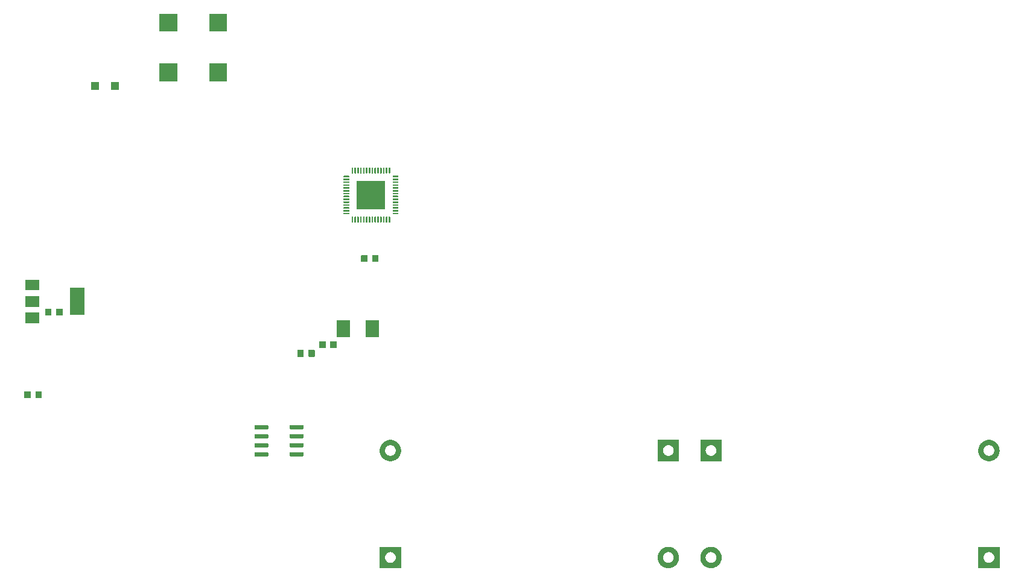
<source format=gbr>
%TF.GenerationSoftware,Flux,Pcbnew,7.0.11-7.0.11~ubuntu20.04.1*%
%TF.CreationDate,2024-08-20T12:49:29+00:00*%
%TF.ProjectId,input,696e7075-742e-46b6-9963-61645f706362,rev?*%
%TF.SameCoordinates,Original*%
%TF.FileFunction,Soldermask,Top*%
%TF.FilePolarity,Negative*%
%FSLAX46Y46*%
G04 Gerber Fmt 4.6, Leading zero omitted, Abs format (unit mm)*
G04 Filename: known-fuchsia-translation-collar*
G04 Build it with Flux! Visit our site at: https://www.flux.ai (PCBNEW 7.0.11-7.0.11~ubuntu20.04.1) date 2024-08-20 12:49:29*
%MOMM*%
%LPD*%
G01*
G04 APERTURE LIST*
G04 APERTURE END LIST*
%TO.C,*%
G36*
X75499400Y-27517800D02*
G01*
X75499400Y-30517800D01*
X72499400Y-30517800D01*
X72499400Y-29036206D01*
X73249626Y-29036206D01*
X73251432Y-29072973D01*
X73255040Y-29109608D01*
X73260442Y-29146021D01*
X73267623Y-29182126D01*
X73276568Y-29217835D01*
X73287254Y-29253061D01*
X73299655Y-29287721D01*
X73313743Y-29321731D01*
X73329482Y-29355008D01*
X73346835Y-29387474D01*
X73365760Y-29419048D01*
X73386211Y-29449656D01*
X73408140Y-29479224D01*
X73431493Y-29507680D01*
X73456215Y-29534955D01*
X73482245Y-29560985D01*
X73509520Y-29585707D01*
X73537976Y-29609060D01*
X73567544Y-29630989D01*
X73598152Y-29651440D01*
X73629726Y-29670365D01*
X73662192Y-29687718D01*
X73695469Y-29703457D01*
X73729479Y-29717545D01*
X73764139Y-29729946D01*
X73799365Y-29740632D01*
X73835074Y-29749577D01*
X73871179Y-29756758D01*
X73907592Y-29762160D01*
X73944227Y-29765768D01*
X73980994Y-29767574D01*
X74017806Y-29767574D01*
X74054573Y-29765768D01*
X74091208Y-29762160D01*
X74127621Y-29756758D01*
X74163726Y-29749577D01*
X74199435Y-29740632D01*
X74234661Y-29729946D01*
X74269321Y-29717545D01*
X74303331Y-29703457D01*
X74336608Y-29687718D01*
X74369074Y-29670365D01*
X74400648Y-29651440D01*
X74431256Y-29630989D01*
X74460824Y-29609060D01*
X74489280Y-29585707D01*
X74516555Y-29560985D01*
X74542585Y-29534955D01*
X74567307Y-29507680D01*
X74590660Y-29479224D01*
X74612589Y-29449656D01*
X74633040Y-29419048D01*
X74651965Y-29387474D01*
X74669318Y-29355008D01*
X74685057Y-29321731D01*
X74699145Y-29287721D01*
X74711546Y-29253061D01*
X74722232Y-29217835D01*
X74731177Y-29182126D01*
X74738358Y-29146021D01*
X74743760Y-29109608D01*
X74747368Y-29072973D01*
X74749174Y-29036206D01*
X74749174Y-28999394D01*
X74747368Y-28962627D01*
X74743760Y-28925992D01*
X74738358Y-28889579D01*
X74731177Y-28853474D01*
X74722232Y-28817765D01*
X74711546Y-28782539D01*
X74699145Y-28747879D01*
X74685057Y-28713869D01*
X74669318Y-28680592D01*
X74651965Y-28648126D01*
X74633040Y-28616552D01*
X74612589Y-28585944D01*
X74590660Y-28556376D01*
X74567307Y-28527920D01*
X74542585Y-28500645D01*
X74516555Y-28474615D01*
X74489280Y-28449893D01*
X74460824Y-28426540D01*
X74431256Y-28404611D01*
X74400648Y-28384160D01*
X74369074Y-28365235D01*
X74336608Y-28347882D01*
X74303331Y-28332143D01*
X74269321Y-28318055D01*
X74234661Y-28305654D01*
X74199435Y-28294968D01*
X74163726Y-28286023D01*
X74127621Y-28278842D01*
X74091208Y-28273440D01*
X74054573Y-28269832D01*
X74017806Y-28268026D01*
X73980994Y-28268026D01*
X73944227Y-28269832D01*
X73907592Y-28273440D01*
X73871179Y-28278842D01*
X73835074Y-28286023D01*
X73799365Y-28294968D01*
X73764139Y-28305654D01*
X73729479Y-28318055D01*
X73695469Y-28332143D01*
X73662192Y-28347882D01*
X73629726Y-28365235D01*
X73598152Y-28384160D01*
X73567544Y-28404611D01*
X73537976Y-28426540D01*
X73509520Y-28449893D01*
X73482245Y-28474615D01*
X73456215Y-28500645D01*
X73431493Y-28527920D01*
X73408140Y-28556376D01*
X73386211Y-28585944D01*
X73365760Y-28616552D01*
X73346835Y-28648126D01*
X73329482Y-28680592D01*
X73313743Y-28713869D01*
X73299655Y-28747879D01*
X73287254Y-28782539D01*
X73276568Y-28817765D01*
X73267623Y-28853474D01*
X73260442Y-28889579D01*
X73255040Y-28925992D01*
X73251432Y-28962627D01*
X73249626Y-28999394D01*
X73249626Y-29036206D01*
X72499400Y-29036206D01*
X72499400Y-27517800D01*
X75499400Y-27517800D01*
G37*
G36*
X113109747Y-27521864D02*
G01*
X113183016Y-27529081D01*
X113255843Y-27539884D01*
X113328052Y-27554247D01*
X113399469Y-27572136D01*
X113469923Y-27593508D01*
X113539243Y-27618311D01*
X113607262Y-27646485D01*
X113673817Y-27677964D01*
X113738747Y-27712670D01*
X113801896Y-27750520D01*
X113863112Y-27791423D01*
X113922247Y-27835280D01*
X113979159Y-27881987D01*
X114033711Y-27931429D01*
X114085771Y-27983489D01*
X114135213Y-28038041D01*
X114181920Y-28094953D01*
X114225777Y-28154088D01*
X114266680Y-28215304D01*
X114304530Y-28278453D01*
X114339236Y-28343383D01*
X114370715Y-28409938D01*
X114398889Y-28477957D01*
X114423692Y-28547277D01*
X114445064Y-28617731D01*
X114462953Y-28689148D01*
X114477316Y-28761357D01*
X114488119Y-28834184D01*
X114495336Y-28907453D01*
X114498948Y-28980988D01*
X114498948Y-29054612D01*
X114495336Y-29128147D01*
X114488119Y-29201416D01*
X114477316Y-29274243D01*
X114462953Y-29346452D01*
X114445064Y-29417869D01*
X114423692Y-29488323D01*
X114398889Y-29557643D01*
X114370715Y-29625662D01*
X114339236Y-29692217D01*
X114304530Y-29757147D01*
X114266680Y-29820296D01*
X114225777Y-29881512D01*
X114181920Y-29940647D01*
X114135213Y-29997559D01*
X114085771Y-30052111D01*
X114033711Y-30104171D01*
X113979159Y-30153613D01*
X113922247Y-30200320D01*
X113863112Y-30244177D01*
X113801896Y-30285080D01*
X113738747Y-30322930D01*
X113673817Y-30357636D01*
X113607262Y-30389115D01*
X113539243Y-30417289D01*
X113469923Y-30442092D01*
X113399469Y-30463464D01*
X113328052Y-30481353D01*
X113255843Y-30495716D01*
X113183016Y-30506519D01*
X113109747Y-30513736D01*
X113036212Y-30517348D01*
X112962588Y-30517348D01*
X112889053Y-30513736D01*
X112815784Y-30506519D01*
X112742957Y-30495716D01*
X112670748Y-30481353D01*
X112599331Y-30463464D01*
X112528877Y-30442092D01*
X112459557Y-30417289D01*
X112391538Y-30389115D01*
X112324983Y-30357636D01*
X112260053Y-30322930D01*
X112196904Y-30285080D01*
X112135688Y-30244177D01*
X112076553Y-30200320D01*
X112019641Y-30153613D01*
X111965089Y-30104171D01*
X111913029Y-30052111D01*
X111863587Y-29997559D01*
X111816880Y-29940647D01*
X111773023Y-29881512D01*
X111732120Y-29820296D01*
X111694270Y-29757147D01*
X111659564Y-29692217D01*
X111628085Y-29625662D01*
X111599911Y-29557643D01*
X111575108Y-29488323D01*
X111553736Y-29417869D01*
X111535847Y-29346452D01*
X111521484Y-29274243D01*
X111510681Y-29201416D01*
X111503464Y-29128147D01*
X111499852Y-29054612D01*
X111499852Y-29036206D01*
X112249626Y-29036206D01*
X112251432Y-29072973D01*
X112255040Y-29109608D01*
X112260442Y-29146021D01*
X112267623Y-29182126D01*
X112276568Y-29217835D01*
X112287254Y-29253061D01*
X112299655Y-29287721D01*
X112313743Y-29321731D01*
X112329482Y-29355008D01*
X112346835Y-29387474D01*
X112365760Y-29419048D01*
X112386211Y-29449656D01*
X112408140Y-29479224D01*
X112431493Y-29507680D01*
X112456215Y-29534955D01*
X112482245Y-29560985D01*
X112509520Y-29585707D01*
X112537976Y-29609060D01*
X112567544Y-29630989D01*
X112598152Y-29651440D01*
X112629726Y-29670365D01*
X112662192Y-29687718D01*
X112695469Y-29703457D01*
X112729479Y-29717545D01*
X112764139Y-29729946D01*
X112799365Y-29740632D01*
X112835074Y-29749577D01*
X112871179Y-29756758D01*
X112907592Y-29762160D01*
X112944227Y-29765768D01*
X112980994Y-29767574D01*
X113017806Y-29767574D01*
X113054573Y-29765768D01*
X113091208Y-29762160D01*
X113127621Y-29756758D01*
X113163726Y-29749577D01*
X113199435Y-29740632D01*
X113234661Y-29729946D01*
X113269321Y-29717545D01*
X113303331Y-29703457D01*
X113336608Y-29687718D01*
X113369074Y-29670365D01*
X113400648Y-29651440D01*
X113431256Y-29630989D01*
X113460824Y-29609060D01*
X113489280Y-29585707D01*
X113516555Y-29560985D01*
X113542585Y-29534955D01*
X113567307Y-29507680D01*
X113590660Y-29479224D01*
X113612589Y-29449656D01*
X113633040Y-29419048D01*
X113651965Y-29387474D01*
X113669318Y-29355008D01*
X113685057Y-29321731D01*
X113699145Y-29287721D01*
X113711546Y-29253061D01*
X113722232Y-29217835D01*
X113731177Y-29182126D01*
X113738358Y-29146021D01*
X113743760Y-29109608D01*
X113747368Y-29072973D01*
X113749174Y-29036206D01*
X113749174Y-28999394D01*
X113747368Y-28962627D01*
X113743760Y-28925992D01*
X113738358Y-28889579D01*
X113731177Y-28853474D01*
X113722232Y-28817765D01*
X113711546Y-28782539D01*
X113699145Y-28747879D01*
X113685057Y-28713869D01*
X113669318Y-28680592D01*
X113651965Y-28648126D01*
X113633040Y-28616552D01*
X113612589Y-28585944D01*
X113590660Y-28556376D01*
X113567307Y-28527920D01*
X113542585Y-28500645D01*
X113516555Y-28474615D01*
X113489280Y-28449893D01*
X113460824Y-28426540D01*
X113431256Y-28404611D01*
X113400648Y-28384160D01*
X113369074Y-28365235D01*
X113336608Y-28347882D01*
X113303331Y-28332143D01*
X113269321Y-28318055D01*
X113234661Y-28305654D01*
X113199435Y-28294968D01*
X113163726Y-28286023D01*
X113127621Y-28278842D01*
X113091208Y-28273440D01*
X113054573Y-28269832D01*
X113017806Y-28268026D01*
X112980994Y-28268026D01*
X112944227Y-28269832D01*
X112907592Y-28273440D01*
X112871179Y-28278842D01*
X112835074Y-28286023D01*
X112799365Y-28294968D01*
X112764139Y-28305654D01*
X112729479Y-28318055D01*
X112695469Y-28332143D01*
X112662192Y-28347882D01*
X112629726Y-28365235D01*
X112598152Y-28384160D01*
X112567544Y-28404611D01*
X112537976Y-28426540D01*
X112509520Y-28449893D01*
X112482245Y-28474615D01*
X112456215Y-28500645D01*
X112431493Y-28527920D01*
X112408140Y-28556376D01*
X112386211Y-28585944D01*
X112365760Y-28616552D01*
X112346835Y-28648126D01*
X112329482Y-28680592D01*
X112313743Y-28713869D01*
X112299655Y-28747879D01*
X112287254Y-28782539D01*
X112276568Y-28817765D01*
X112267623Y-28853474D01*
X112260442Y-28889579D01*
X112255040Y-28925992D01*
X112251432Y-28962627D01*
X112249626Y-28999394D01*
X112249626Y-29036206D01*
X111499852Y-29036206D01*
X111499852Y-28980988D01*
X111503464Y-28907453D01*
X111510681Y-28834184D01*
X111521484Y-28761357D01*
X111535847Y-28689148D01*
X111553736Y-28617731D01*
X111575108Y-28547277D01*
X111599911Y-28477957D01*
X111628085Y-28409938D01*
X111659564Y-28343383D01*
X111694270Y-28278453D01*
X111732120Y-28215304D01*
X111773023Y-28154088D01*
X111816880Y-28094953D01*
X111863587Y-28038041D01*
X111913029Y-27983489D01*
X111965089Y-27931429D01*
X112019641Y-27881987D01*
X112076553Y-27835280D01*
X112135688Y-27791423D01*
X112196904Y-27750520D01*
X112260053Y-27712670D01*
X112324983Y-27677964D01*
X112391538Y-27646485D01*
X112459557Y-27618311D01*
X112528877Y-27593508D01*
X112599331Y-27572136D01*
X112670748Y-27554247D01*
X112742957Y-27539884D01*
X112815784Y-27529081D01*
X112889053Y-27521864D01*
X112962588Y-27518252D01*
X113036212Y-27518252D01*
X113109747Y-27521864D01*
G37*
G36*
X114499400Y-42533052D02*
G01*
X114499400Y-45533052D01*
X111499400Y-45533052D01*
X111499400Y-44051458D01*
X112249626Y-44051458D01*
X112251432Y-44088225D01*
X112255040Y-44124860D01*
X112260442Y-44161273D01*
X112267623Y-44197378D01*
X112276568Y-44233086D01*
X112287254Y-44268313D01*
X112299655Y-44302973D01*
X112313743Y-44336983D01*
X112329482Y-44370260D01*
X112346835Y-44402725D01*
X112365760Y-44434300D01*
X112386211Y-44464908D01*
X112408140Y-44494475D01*
X112431493Y-44522931D01*
X112456215Y-44550207D01*
X112482245Y-44576237D01*
X112509520Y-44600958D01*
X112537976Y-44624312D01*
X112567544Y-44646240D01*
X112598152Y-44666692D01*
X112629726Y-44685617D01*
X112662192Y-44702970D01*
X112695469Y-44718709D01*
X112729479Y-44732796D01*
X112764139Y-44745198D01*
X112799365Y-44755884D01*
X112835074Y-44764828D01*
X112871179Y-44772010D01*
X112907592Y-44777411D01*
X112944227Y-44781020D01*
X112980994Y-44782826D01*
X113017806Y-44782826D01*
X113054573Y-44781020D01*
X113091208Y-44777411D01*
X113127621Y-44772010D01*
X113163726Y-44764828D01*
X113199435Y-44755884D01*
X113234661Y-44745198D01*
X113269321Y-44732796D01*
X113303331Y-44718709D01*
X113336608Y-44702970D01*
X113369074Y-44685617D01*
X113400648Y-44666692D01*
X113431256Y-44646240D01*
X113460824Y-44624312D01*
X113489280Y-44600958D01*
X113516555Y-44576237D01*
X113542585Y-44550207D01*
X113567307Y-44522931D01*
X113590660Y-44494475D01*
X113612589Y-44464908D01*
X113633040Y-44434300D01*
X113651965Y-44402725D01*
X113669318Y-44370260D01*
X113685057Y-44336983D01*
X113699145Y-44302973D01*
X113711546Y-44268313D01*
X113722232Y-44233086D01*
X113731177Y-44197378D01*
X113738358Y-44161273D01*
X113743760Y-44124860D01*
X113747368Y-44088225D01*
X113749174Y-44051458D01*
X113749174Y-44014646D01*
X113747368Y-43977878D01*
X113743760Y-43941244D01*
X113738358Y-43904830D01*
X113731177Y-43868726D01*
X113722232Y-43833017D01*
X113711546Y-43797790D01*
X113699145Y-43763130D01*
X113695354Y-43753980D01*
X113685057Y-43729121D01*
X113669318Y-43695843D01*
X113651965Y-43663378D01*
X113633040Y-43631804D01*
X113612589Y-43601196D01*
X113590660Y-43571628D01*
X113567307Y-43543172D01*
X113542585Y-43515896D01*
X113516555Y-43489866D01*
X113489280Y-43465145D01*
X113460824Y-43441792D01*
X113431256Y-43419863D01*
X113400648Y-43399412D01*
X113369074Y-43380487D01*
X113336608Y-43363134D01*
X113303331Y-43347394D01*
X113269321Y-43333307D01*
X113234661Y-43320906D01*
X113199435Y-43310220D01*
X113163726Y-43301275D01*
X113127621Y-43294094D01*
X113091208Y-43288692D01*
X113054573Y-43285084D01*
X113017806Y-43283278D01*
X112980994Y-43283278D01*
X112944227Y-43285084D01*
X112907592Y-43288692D01*
X112871179Y-43294094D01*
X112835074Y-43301275D01*
X112799365Y-43310220D01*
X112764139Y-43320906D01*
X112729479Y-43333307D01*
X112695469Y-43347394D01*
X112662192Y-43363134D01*
X112629726Y-43380487D01*
X112598152Y-43399412D01*
X112567544Y-43419863D01*
X112537976Y-43441792D01*
X112509520Y-43465145D01*
X112482245Y-43489866D01*
X112456215Y-43515896D01*
X112431493Y-43543172D01*
X112408140Y-43571628D01*
X112386211Y-43601196D01*
X112365760Y-43631804D01*
X112346835Y-43663378D01*
X112329482Y-43695843D01*
X112313743Y-43729121D01*
X112299655Y-43763130D01*
X112287254Y-43797790D01*
X112276568Y-43833017D01*
X112267623Y-43868726D01*
X112260442Y-43904830D01*
X112255040Y-43941244D01*
X112251432Y-43977878D01*
X112249626Y-44014646D01*
X112249626Y-44051458D01*
X111499400Y-44051458D01*
X111499400Y-42533052D01*
X114499400Y-42533052D01*
G37*
G36*
X74109747Y-42537013D02*
G01*
X74183016Y-42544229D01*
X74255843Y-42555032D01*
X74328052Y-42569395D01*
X74399469Y-42587284D01*
X74469923Y-42608656D01*
X74539243Y-42633459D01*
X74607262Y-42661634D01*
X74673817Y-42693112D01*
X74738747Y-42727818D01*
X74801896Y-42765668D01*
X74863112Y-42806571D01*
X74922247Y-42850429D01*
X74979159Y-42897135D01*
X75033711Y-42946578D01*
X75085771Y-42998637D01*
X75135213Y-43053189D01*
X75181920Y-43110101D01*
X75225777Y-43169236D01*
X75266680Y-43230452D01*
X75304530Y-43293601D01*
X75339236Y-43358531D01*
X75370715Y-43425086D01*
X75398889Y-43493106D01*
X75423692Y-43562426D01*
X75445064Y-43632879D01*
X75462953Y-43704296D01*
X75477316Y-43776505D01*
X75488119Y-43849332D01*
X75495336Y-43922601D01*
X75498948Y-43996136D01*
X75498948Y-44069760D01*
X75495336Y-44143295D01*
X75488119Y-44216564D01*
X75477316Y-44289391D01*
X75462953Y-44361600D01*
X75445064Y-44433017D01*
X75423692Y-44503471D01*
X75398889Y-44572791D01*
X75370715Y-44640810D01*
X75339236Y-44707365D01*
X75304530Y-44772296D01*
X75266680Y-44835445D01*
X75225777Y-44896661D01*
X75181920Y-44955796D01*
X75135213Y-45012708D01*
X75085771Y-45067259D01*
X75033711Y-45119319D01*
X74979159Y-45168762D01*
X74922247Y-45215468D01*
X74863112Y-45259325D01*
X74801896Y-45300229D01*
X74738747Y-45338079D01*
X74673817Y-45372785D01*
X74607262Y-45404263D01*
X74539243Y-45432437D01*
X74469923Y-45457241D01*
X74399469Y-45478612D01*
X74328052Y-45496501D01*
X74255843Y-45510865D01*
X74183016Y-45521668D01*
X74109747Y-45528884D01*
X74036212Y-45532496D01*
X73962588Y-45532496D01*
X73889053Y-45528884D01*
X73815784Y-45521668D01*
X73742957Y-45510865D01*
X73670748Y-45496501D01*
X73599331Y-45478612D01*
X73528877Y-45457241D01*
X73459557Y-45432437D01*
X73391538Y-45404263D01*
X73324983Y-45372785D01*
X73260053Y-45338079D01*
X73196904Y-45300229D01*
X73135688Y-45259325D01*
X73076553Y-45215468D01*
X73019641Y-45168762D01*
X72965089Y-45119319D01*
X72913029Y-45067259D01*
X72863587Y-45012708D01*
X72816880Y-44955796D01*
X72773023Y-44896661D01*
X72732120Y-44835445D01*
X72694270Y-44772296D01*
X72659564Y-44707365D01*
X72628085Y-44640810D01*
X72599911Y-44572791D01*
X72575108Y-44503471D01*
X72553736Y-44433017D01*
X72535847Y-44361600D01*
X72521484Y-44289391D01*
X72510681Y-44216564D01*
X72503464Y-44143295D01*
X72499852Y-44069760D01*
X72499852Y-44051354D01*
X73249626Y-44051354D01*
X73251432Y-44088122D01*
X73255040Y-44124756D01*
X73260442Y-44161170D01*
X73267623Y-44197274D01*
X73276568Y-44232983D01*
X73287254Y-44268210D01*
X73299655Y-44302870D01*
X73313743Y-44336879D01*
X73329482Y-44370157D01*
X73346835Y-44402622D01*
X73365760Y-44434196D01*
X73386211Y-44464804D01*
X73408140Y-44494372D01*
X73431493Y-44522828D01*
X73456215Y-44550104D01*
X73482245Y-44576134D01*
X73509520Y-44600855D01*
X73537976Y-44624208D01*
X73567544Y-44646137D01*
X73598152Y-44666588D01*
X73629726Y-44685513D01*
X73662192Y-44702866D01*
X73695469Y-44718606D01*
X73729479Y-44732693D01*
X73764139Y-44745094D01*
X73799365Y-44755780D01*
X73835074Y-44764725D01*
X73871179Y-44771906D01*
X73907592Y-44777308D01*
X73944227Y-44780916D01*
X73980994Y-44782722D01*
X74017806Y-44782722D01*
X74054573Y-44780916D01*
X74091208Y-44777308D01*
X74127621Y-44771906D01*
X74163726Y-44764725D01*
X74199435Y-44755780D01*
X74234661Y-44745094D01*
X74269321Y-44732693D01*
X74303331Y-44718606D01*
X74336608Y-44702866D01*
X74369074Y-44685513D01*
X74400648Y-44666588D01*
X74431256Y-44646137D01*
X74460824Y-44624208D01*
X74489280Y-44600855D01*
X74516555Y-44576134D01*
X74542585Y-44550104D01*
X74567307Y-44522828D01*
X74590660Y-44494372D01*
X74612589Y-44464804D01*
X74633040Y-44434196D01*
X74651965Y-44402622D01*
X74669318Y-44370157D01*
X74685057Y-44336879D01*
X74699145Y-44302870D01*
X74711546Y-44268210D01*
X74722232Y-44232983D01*
X74731177Y-44197274D01*
X74738358Y-44161170D01*
X74743760Y-44124756D01*
X74747368Y-44088122D01*
X74749174Y-44051354D01*
X74749174Y-44014542D01*
X74747368Y-43977775D01*
X74743760Y-43941140D01*
X74738358Y-43904727D01*
X74731177Y-43868622D01*
X74722232Y-43832914D01*
X74711546Y-43797687D01*
X74699145Y-43763027D01*
X74685057Y-43729017D01*
X74669318Y-43695740D01*
X74651965Y-43663275D01*
X74633040Y-43631700D01*
X74612589Y-43601092D01*
X74590660Y-43571525D01*
X74567307Y-43543069D01*
X74542585Y-43515793D01*
X74516555Y-43489763D01*
X74489280Y-43465042D01*
X74460824Y-43441688D01*
X74431256Y-43419760D01*
X74400648Y-43399308D01*
X74369074Y-43380383D01*
X74336608Y-43363030D01*
X74303331Y-43347291D01*
X74269321Y-43333204D01*
X74234661Y-43320802D01*
X74199435Y-43310116D01*
X74163726Y-43301172D01*
X74127621Y-43293990D01*
X74091208Y-43288589D01*
X74054573Y-43284980D01*
X74017806Y-43283174D01*
X73980994Y-43283174D01*
X73944227Y-43284980D01*
X73907592Y-43288589D01*
X73871179Y-43293990D01*
X73835074Y-43301172D01*
X73799365Y-43310116D01*
X73764139Y-43320802D01*
X73729479Y-43333204D01*
X73695469Y-43347291D01*
X73662192Y-43363030D01*
X73629726Y-43380383D01*
X73598152Y-43399308D01*
X73567544Y-43419760D01*
X73537976Y-43441688D01*
X73509520Y-43465042D01*
X73482245Y-43489763D01*
X73456215Y-43515793D01*
X73431493Y-43543069D01*
X73408140Y-43571525D01*
X73386211Y-43601092D01*
X73365760Y-43631700D01*
X73346835Y-43663275D01*
X73329482Y-43695740D01*
X73313743Y-43729017D01*
X73299655Y-43763027D01*
X73287254Y-43797687D01*
X73276568Y-43832914D01*
X73267623Y-43868622D01*
X73260442Y-43904727D01*
X73255040Y-43941140D01*
X73251432Y-43977775D01*
X73249626Y-44014542D01*
X73249626Y-44051354D01*
X72499852Y-44051354D01*
X72499852Y-43996136D01*
X72503464Y-43922601D01*
X72510681Y-43849332D01*
X72521484Y-43776505D01*
X72535847Y-43704296D01*
X72553736Y-43632879D01*
X72575108Y-43562426D01*
X72599911Y-43493106D01*
X72628085Y-43425086D01*
X72659564Y-43358531D01*
X72694270Y-43293601D01*
X72732120Y-43230452D01*
X72773023Y-43169236D01*
X72816880Y-43110101D01*
X72863587Y-43053189D01*
X72913029Y-42998637D01*
X72965089Y-42946578D01*
X73019641Y-42897135D01*
X73076553Y-42850429D01*
X73135688Y-42806571D01*
X73196904Y-42765668D01*
X73260053Y-42727818D01*
X73324983Y-42693112D01*
X73391538Y-42661634D01*
X73459557Y-42633459D01*
X73528877Y-42608656D01*
X73599331Y-42587284D01*
X73670748Y-42569395D01*
X73742957Y-42555032D01*
X73815784Y-42544229D01*
X73889053Y-42537013D01*
X73962588Y-42533400D01*
X74036212Y-42533400D01*
X74109747Y-42537013D01*
G37*
G36*
X30513500Y-42533100D02*
G01*
X30513500Y-45533100D01*
X27513500Y-45533100D01*
X27513500Y-44051506D01*
X28263726Y-44051506D01*
X28265532Y-44088273D01*
X28269140Y-44124908D01*
X28274542Y-44161321D01*
X28281723Y-44197426D01*
X28290668Y-44233135D01*
X28301354Y-44268361D01*
X28313755Y-44303021D01*
X28327843Y-44337031D01*
X28343582Y-44370308D01*
X28360935Y-44402774D01*
X28379860Y-44434348D01*
X28400311Y-44464956D01*
X28422240Y-44494524D01*
X28445593Y-44522980D01*
X28470315Y-44550255D01*
X28496345Y-44576285D01*
X28523620Y-44601007D01*
X28552076Y-44624360D01*
X28581644Y-44646289D01*
X28612252Y-44666740D01*
X28643826Y-44685665D01*
X28676292Y-44703018D01*
X28709569Y-44718757D01*
X28743579Y-44732845D01*
X28778239Y-44745246D01*
X28813465Y-44755932D01*
X28849174Y-44764877D01*
X28885279Y-44772058D01*
X28921692Y-44777460D01*
X28958327Y-44781068D01*
X28995094Y-44782874D01*
X29031906Y-44782874D01*
X29068673Y-44781068D01*
X29105308Y-44777460D01*
X29141721Y-44772058D01*
X29177826Y-44764877D01*
X29213535Y-44755932D01*
X29248761Y-44745246D01*
X29283421Y-44732845D01*
X29317431Y-44718757D01*
X29350708Y-44703018D01*
X29383174Y-44685665D01*
X29414748Y-44666740D01*
X29445356Y-44646289D01*
X29474924Y-44624360D01*
X29503380Y-44601007D01*
X29530655Y-44576285D01*
X29556685Y-44550255D01*
X29581407Y-44522980D01*
X29604760Y-44494524D01*
X29626689Y-44464956D01*
X29647140Y-44434348D01*
X29666065Y-44402774D01*
X29683418Y-44370308D01*
X29699157Y-44337031D01*
X29713245Y-44303021D01*
X29725646Y-44268361D01*
X29736332Y-44233135D01*
X29745277Y-44197426D01*
X29752458Y-44161321D01*
X29757860Y-44124908D01*
X29761468Y-44088273D01*
X29763274Y-44051506D01*
X29763274Y-44014694D01*
X29761468Y-43977927D01*
X29757860Y-43941292D01*
X29752458Y-43904879D01*
X29745277Y-43868774D01*
X29736332Y-43833065D01*
X29725646Y-43797839D01*
X29713245Y-43763179D01*
X29699157Y-43729169D01*
X29683418Y-43695892D01*
X29666065Y-43663426D01*
X29647140Y-43631852D01*
X29626689Y-43601244D01*
X29604760Y-43571676D01*
X29581407Y-43543220D01*
X29556685Y-43515945D01*
X29530655Y-43489915D01*
X29503380Y-43465193D01*
X29474924Y-43441840D01*
X29445356Y-43419911D01*
X29414748Y-43399460D01*
X29383174Y-43380535D01*
X29350708Y-43363182D01*
X29317431Y-43347443D01*
X29283421Y-43333355D01*
X29248761Y-43320954D01*
X29213535Y-43310268D01*
X29177826Y-43301323D01*
X29141721Y-43294142D01*
X29105308Y-43288740D01*
X29068673Y-43285132D01*
X29031906Y-43283326D01*
X28995094Y-43283326D01*
X28958327Y-43285132D01*
X28921692Y-43288740D01*
X28885279Y-43294142D01*
X28849174Y-43301323D01*
X28813465Y-43310268D01*
X28778239Y-43320954D01*
X28743579Y-43333355D01*
X28709569Y-43347443D01*
X28676292Y-43363182D01*
X28643826Y-43380535D01*
X28612252Y-43399460D01*
X28581644Y-43419911D01*
X28552076Y-43441840D01*
X28523620Y-43465193D01*
X28496345Y-43489915D01*
X28470315Y-43515945D01*
X28445593Y-43543220D01*
X28422240Y-43571676D01*
X28400311Y-43601244D01*
X28379860Y-43631852D01*
X28360935Y-43663426D01*
X28343582Y-43695892D01*
X28327843Y-43729169D01*
X28313755Y-43763179D01*
X28301354Y-43797839D01*
X28290668Y-43833065D01*
X28281723Y-43868774D01*
X28274542Y-43904879D01*
X28269140Y-43941292D01*
X28265532Y-43977927D01*
X28263726Y-44014694D01*
X28263726Y-44051506D01*
X27513500Y-44051506D01*
X27513500Y-42533100D01*
X30513500Y-42533100D01*
G37*
G36*
X68123847Y-42537164D02*
G01*
X68197116Y-42544381D01*
X68269943Y-42555184D01*
X68342152Y-42569547D01*
X68413569Y-42587436D01*
X68484023Y-42608808D01*
X68553343Y-42633611D01*
X68621362Y-42661785D01*
X68687917Y-42693264D01*
X68752847Y-42727970D01*
X68815996Y-42765820D01*
X68877212Y-42806723D01*
X68936347Y-42850580D01*
X68993259Y-42897287D01*
X69047811Y-42946729D01*
X69099871Y-42998789D01*
X69149313Y-43053341D01*
X69196020Y-43110253D01*
X69239877Y-43169388D01*
X69280780Y-43230604D01*
X69318630Y-43293753D01*
X69353336Y-43358683D01*
X69384815Y-43425238D01*
X69412989Y-43493257D01*
X69437792Y-43562577D01*
X69459164Y-43633031D01*
X69477053Y-43704448D01*
X69491416Y-43776657D01*
X69502219Y-43849484D01*
X69509436Y-43922753D01*
X69513048Y-43996288D01*
X69513048Y-44069912D01*
X69509436Y-44143447D01*
X69502219Y-44216716D01*
X69491416Y-44289543D01*
X69477053Y-44361752D01*
X69459164Y-44433169D01*
X69437792Y-44503623D01*
X69412989Y-44572943D01*
X69384815Y-44640962D01*
X69353336Y-44707517D01*
X69318630Y-44772447D01*
X69280780Y-44835596D01*
X69239877Y-44896812D01*
X69196020Y-44955947D01*
X69149313Y-45012859D01*
X69099871Y-45067411D01*
X69047811Y-45119471D01*
X68993259Y-45168913D01*
X68936347Y-45215620D01*
X68877212Y-45259477D01*
X68815996Y-45300380D01*
X68752847Y-45338230D01*
X68687917Y-45372936D01*
X68621362Y-45404415D01*
X68553343Y-45432589D01*
X68484023Y-45457392D01*
X68413569Y-45478764D01*
X68342152Y-45496653D01*
X68269943Y-45511016D01*
X68197116Y-45521819D01*
X68123847Y-45529036D01*
X68050312Y-45532648D01*
X67976688Y-45532648D01*
X67903153Y-45529036D01*
X67829884Y-45521819D01*
X67757057Y-45511016D01*
X67684848Y-45496653D01*
X67613431Y-45478764D01*
X67542977Y-45457392D01*
X67473657Y-45432589D01*
X67405638Y-45404415D01*
X67339083Y-45372936D01*
X67274153Y-45338230D01*
X67211004Y-45300380D01*
X67149788Y-45259477D01*
X67090653Y-45215620D01*
X67033741Y-45168913D01*
X66979189Y-45119471D01*
X66927129Y-45067411D01*
X66877687Y-45012859D01*
X66830980Y-44955947D01*
X66787123Y-44896812D01*
X66746220Y-44835596D01*
X66708370Y-44772447D01*
X66673664Y-44707517D01*
X66642185Y-44640962D01*
X66614011Y-44572943D01*
X66589208Y-44503623D01*
X66567836Y-44433169D01*
X66549947Y-44361752D01*
X66535584Y-44289543D01*
X66524781Y-44216716D01*
X66517564Y-44143447D01*
X66513952Y-44069912D01*
X66513952Y-44051506D01*
X67263726Y-44051506D01*
X67265532Y-44088273D01*
X67269140Y-44124908D01*
X67274542Y-44161321D01*
X67281723Y-44197426D01*
X67290668Y-44233135D01*
X67301354Y-44268361D01*
X67313755Y-44303021D01*
X67327843Y-44337031D01*
X67343582Y-44370308D01*
X67360935Y-44402774D01*
X67379860Y-44434348D01*
X67400311Y-44464956D01*
X67422240Y-44494524D01*
X67445593Y-44522980D01*
X67470315Y-44550255D01*
X67496345Y-44576285D01*
X67523620Y-44601007D01*
X67552076Y-44624360D01*
X67581644Y-44646289D01*
X67612252Y-44666740D01*
X67643826Y-44685665D01*
X67676292Y-44703018D01*
X67709569Y-44718757D01*
X67743579Y-44732845D01*
X67778239Y-44745246D01*
X67813465Y-44755932D01*
X67849174Y-44764877D01*
X67885279Y-44772058D01*
X67921692Y-44777460D01*
X67958327Y-44781068D01*
X67995094Y-44782874D01*
X68031906Y-44782874D01*
X68068673Y-44781068D01*
X68105308Y-44777460D01*
X68141721Y-44772058D01*
X68177826Y-44764877D01*
X68213535Y-44755932D01*
X68248761Y-44745246D01*
X68283421Y-44732845D01*
X68317431Y-44718757D01*
X68350708Y-44703018D01*
X68383174Y-44685665D01*
X68414748Y-44666740D01*
X68445356Y-44646289D01*
X68474924Y-44624360D01*
X68503380Y-44601007D01*
X68530655Y-44576285D01*
X68556685Y-44550255D01*
X68581407Y-44522980D01*
X68604760Y-44494524D01*
X68626689Y-44464956D01*
X68647140Y-44434348D01*
X68666065Y-44402774D01*
X68683418Y-44370308D01*
X68699157Y-44337031D01*
X68713245Y-44303021D01*
X68725646Y-44268361D01*
X68736332Y-44233135D01*
X68745277Y-44197426D01*
X68752458Y-44161321D01*
X68757860Y-44124908D01*
X68761468Y-44088273D01*
X68763274Y-44051506D01*
X68763274Y-44014694D01*
X68761468Y-43977927D01*
X68757860Y-43941292D01*
X68752458Y-43904879D01*
X68745277Y-43868774D01*
X68736332Y-43833065D01*
X68725646Y-43797839D01*
X68713245Y-43763179D01*
X68699157Y-43729169D01*
X68683418Y-43695892D01*
X68666065Y-43663426D01*
X68647140Y-43631852D01*
X68626689Y-43601244D01*
X68604760Y-43571676D01*
X68581407Y-43543220D01*
X68556685Y-43515945D01*
X68530655Y-43489915D01*
X68503380Y-43465193D01*
X68474924Y-43441840D01*
X68445356Y-43419911D01*
X68414748Y-43399460D01*
X68383174Y-43380535D01*
X68350708Y-43363182D01*
X68317431Y-43347443D01*
X68283421Y-43333355D01*
X68248761Y-43320954D01*
X68213535Y-43310268D01*
X68177826Y-43301323D01*
X68141721Y-43294142D01*
X68105308Y-43288740D01*
X68068673Y-43285132D01*
X68031906Y-43283326D01*
X67995094Y-43283326D01*
X67958327Y-43285132D01*
X67921692Y-43288740D01*
X67885279Y-43294142D01*
X67849174Y-43301323D01*
X67813465Y-43310268D01*
X67778239Y-43320954D01*
X67743579Y-43333355D01*
X67709569Y-43347443D01*
X67676292Y-43363182D01*
X67643826Y-43380535D01*
X67612252Y-43399460D01*
X67581644Y-43419911D01*
X67552076Y-43441840D01*
X67523620Y-43465193D01*
X67496345Y-43489915D01*
X67470315Y-43515945D01*
X67445593Y-43543220D01*
X67422240Y-43571676D01*
X67400311Y-43601244D01*
X67379860Y-43631852D01*
X67360935Y-43663426D01*
X67343582Y-43695892D01*
X67327843Y-43729169D01*
X67313755Y-43763179D01*
X67301354Y-43797839D01*
X67290668Y-43833065D01*
X67281723Y-43868774D01*
X67274542Y-43904879D01*
X67269140Y-43941292D01*
X67265532Y-43977927D01*
X67263726Y-44014694D01*
X67263726Y-44051506D01*
X66513952Y-44051506D01*
X66513952Y-43996288D01*
X66517564Y-43922753D01*
X66524781Y-43849484D01*
X66535584Y-43776657D01*
X66549947Y-43704448D01*
X66567836Y-43633031D01*
X66589208Y-43562577D01*
X66614011Y-43493257D01*
X66642185Y-43425238D01*
X66673664Y-43358683D01*
X66708370Y-43293753D01*
X66746220Y-43230604D01*
X66787123Y-43169388D01*
X66830980Y-43110253D01*
X66877687Y-43053341D01*
X66927129Y-42998789D01*
X66979189Y-42946729D01*
X67033741Y-42897287D01*
X67090653Y-42850580D01*
X67149788Y-42806723D01*
X67211004Y-42765820D01*
X67274153Y-42727970D01*
X67339083Y-42693264D01*
X67405638Y-42661785D01*
X67473657Y-42633611D01*
X67542977Y-42608808D01*
X67613431Y-42587436D01*
X67684848Y-42569547D01*
X67757057Y-42555184D01*
X67829884Y-42544381D01*
X67903153Y-42537164D01*
X67976688Y-42533552D01*
X68050312Y-42533552D01*
X68123847Y-42537164D01*
G37*
G36*
X69513500Y-27517752D02*
G01*
X69513500Y-30517752D01*
X66513500Y-30517752D01*
X66513500Y-29036158D01*
X67263726Y-29036158D01*
X67265532Y-29072925D01*
X67269140Y-29109560D01*
X67274542Y-29145973D01*
X67281723Y-29182078D01*
X67290668Y-29217786D01*
X67301354Y-29253013D01*
X67313755Y-29287673D01*
X67327843Y-29321683D01*
X67343582Y-29354960D01*
X67360935Y-29387425D01*
X67379860Y-29419000D01*
X67400311Y-29449608D01*
X67422240Y-29479175D01*
X67445593Y-29507631D01*
X67470315Y-29534907D01*
X67496345Y-29560937D01*
X67523620Y-29585658D01*
X67552076Y-29609012D01*
X67581644Y-29630940D01*
X67612252Y-29651392D01*
X67643826Y-29670317D01*
X67676292Y-29687670D01*
X67709569Y-29703409D01*
X67743579Y-29717496D01*
X67778239Y-29729898D01*
X67813465Y-29740584D01*
X67849174Y-29749528D01*
X67885279Y-29756710D01*
X67921692Y-29762111D01*
X67958327Y-29765720D01*
X67995094Y-29767526D01*
X68031906Y-29767526D01*
X68068673Y-29765720D01*
X68105308Y-29762111D01*
X68141721Y-29756710D01*
X68177826Y-29749528D01*
X68213535Y-29740584D01*
X68248761Y-29729898D01*
X68283421Y-29717496D01*
X68317431Y-29703409D01*
X68350708Y-29687670D01*
X68383174Y-29670317D01*
X68414748Y-29651392D01*
X68445356Y-29630940D01*
X68474924Y-29609012D01*
X68503380Y-29585658D01*
X68530655Y-29560937D01*
X68556685Y-29534907D01*
X68581407Y-29507631D01*
X68604760Y-29479175D01*
X68626689Y-29449608D01*
X68647140Y-29419000D01*
X68666065Y-29387425D01*
X68683418Y-29354960D01*
X68699157Y-29321683D01*
X68713245Y-29287673D01*
X68725646Y-29253013D01*
X68736332Y-29217786D01*
X68745277Y-29182078D01*
X68752458Y-29145973D01*
X68757860Y-29109560D01*
X68761468Y-29072925D01*
X68763274Y-29036158D01*
X68763274Y-28999346D01*
X68761468Y-28962578D01*
X68757860Y-28925944D01*
X68752458Y-28889530D01*
X68745277Y-28853426D01*
X68736332Y-28817717D01*
X68725646Y-28782490D01*
X68713245Y-28747830D01*
X68709454Y-28738680D01*
X68699157Y-28713821D01*
X68683418Y-28680543D01*
X68666065Y-28648078D01*
X68647140Y-28616504D01*
X68626689Y-28585896D01*
X68604760Y-28556328D01*
X68581407Y-28527872D01*
X68556685Y-28500596D01*
X68530655Y-28474566D01*
X68503380Y-28449845D01*
X68474924Y-28426492D01*
X68445356Y-28404563D01*
X68414748Y-28384112D01*
X68383174Y-28365187D01*
X68350708Y-28347834D01*
X68317431Y-28332094D01*
X68283421Y-28318007D01*
X68248761Y-28305606D01*
X68213535Y-28294920D01*
X68177826Y-28285975D01*
X68141721Y-28278794D01*
X68105308Y-28273392D01*
X68068673Y-28269784D01*
X68031906Y-28267978D01*
X67995094Y-28267978D01*
X67958327Y-28269784D01*
X67921692Y-28273392D01*
X67885279Y-28278794D01*
X67849174Y-28285975D01*
X67813465Y-28294920D01*
X67778239Y-28305606D01*
X67743579Y-28318007D01*
X67709569Y-28332094D01*
X67676292Y-28347834D01*
X67643826Y-28365187D01*
X67612252Y-28384112D01*
X67581644Y-28404563D01*
X67552076Y-28426492D01*
X67523620Y-28449845D01*
X67496345Y-28474566D01*
X67470315Y-28500596D01*
X67445593Y-28527872D01*
X67422240Y-28556328D01*
X67400311Y-28585896D01*
X67379860Y-28616504D01*
X67360935Y-28648078D01*
X67343582Y-28680543D01*
X67327843Y-28713821D01*
X67313755Y-28747830D01*
X67301354Y-28782490D01*
X67290668Y-28817717D01*
X67281723Y-28853426D01*
X67274542Y-28889530D01*
X67269140Y-28925944D01*
X67265532Y-28962578D01*
X67263726Y-28999346D01*
X67263726Y-29036158D01*
X66513500Y-29036158D01*
X66513500Y-27517752D01*
X69513500Y-27517752D01*
G37*
G36*
X29123847Y-27521713D02*
G01*
X29197116Y-27528929D01*
X29269943Y-27539732D01*
X29342152Y-27554095D01*
X29413569Y-27571984D01*
X29484023Y-27593356D01*
X29553343Y-27618159D01*
X29621362Y-27646334D01*
X29687917Y-27677812D01*
X29752847Y-27712518D01*
X29815996Y-27750368D01*
X29877212Y-27791271D01*
X29936347Y-27835129D01*
X29993259Y-27881835D01*
X30047811Y-27931278D01*
X30099871Y-27983337D01*
X30149313Y-28037889D01*
X30196020Y-28094801D01*
X30239877Y-28153936D01*
X30280780Y-28215152D01*
X30318630Y-28278301D01*
X30353336Y-28343231D01*
X30384815Y-28409786D01*
X30412989Y-28477806D01*
X30437792Y-28547126D01*
X30459164Y-28617579D01*
X30477053Y-28688996D01*
X30491416Y-28761205D01*
X30502219Y-28834032D01*
X30509436Y-28907301D01*
X30513048Y-28980836D01*
X30513048Y-29054460D01*
X30509436Y-29127995D01*
X30502219Y-29201264D01*
X30491416Y-29274091D01*
X30477053Y-29346300D01*
X30459164Y-29417717D01*
X30437792Y-29488171D01*
X30412989Y-29557491D01*
X30384815Y-29625510D01*
X30353336Y-29692065D01*
X30318630Y-29756996D01*
X30280780Y-29820145D01*
X30239877Y-29881361D01*
X30196020Y-29940496D01*
X30149313Y-29997408D01*
X30099871Y-30051959D01*
X30047811Y-30104019D01*
X29993259Y-30153462D01*
X29936347Y-30200168D01*
X29877212Y-30244025D01*
X29815996Y-30284929D01*
X29752847Y-30322779D01*
X29687917Y-30357485D01*
X29621362Y-30388963D01*
X29553343Y-30417137D01*
X29484023Y-30441941D01*
X29413569Y-30463312D01*
X29342152Y-30481201D01*
X29269943Y-30495565D01*
X29197116Y-30506368D01*
X29123847Y-30513584D01*
X29050312Y-30517196D01*
X28976688Y-30517196D01*
X28903153Y-30513584D01*
X28829884Y-30506368D01*
X28757057Y-30495565D01*
X28684848Y-30481201D01*
X28613431Y-30463312D01*
X28542977Y-30441941D01*
X28473657Y-30417137D01*
X28405638Y-30388963D01*
X28339083Y-30357485D01*
X28274153Y-30322779D01*
X28211004Y-30284929D01*
X28149788Y-30244025D01*
X28090653Y-30200168D01*
X28033741Y-30153462D01*
X27979189Y-30104019D01*
X27927129Y-30051959D01*
X27877687Y-29997408D01*
X27830980Y-29940496D01*
X27787123Y-29881361D01*
X27746220Y-29820145D01*
X27708370Y-29756996D01*
X27673664Y-29692065D01*
X27642185Y-29625510D01*
X27614011Y-29557491D01*
X27589208Y-29488171D01*
X27567836Y-29417717D01*
X27549947Y-29346300D01*
X27535584Y-29274091D01*
X27524781Y-29201264D01*
X27517564Y-29127995D01*
X27513952Y-29054460D01*
X27513952Y-29036054D01*
X28263726Y-29036054D01*
X28265532Y-29072822D01*
X28269140Y-29109456D01*
X28274542Y-29145870D01*
X28281723Y-29181974D01*
X28290668Y-29217683D01*
X28301354Y-29252910D01*
X28313755Y-29287570D01*
X28327843Y-29321579D01*
X28343582Y-29354857D01*
X28360935Y-29387322D01*
X28379860Y-29418896D01*
X28400311Y-29449504D01*
X28422240Y-29479072D01*
X28445593Y-29507528D01*
X28470315Y-29534804D01*
X28496345Y-29560834D01*
X28523620Y-29585555D01*
X28552076Y-29608908D01*
X28581644Y-29630837D01*
X28612252Y-29651288D01*
X28643826Y-29670213D01*
X28676292Y-29687566D01*
X28709569Y-29703306D01*
X28743579Y-29717393D01*
X28778239Y-29729794D01*
X28813465Y-29740480D01*
X28849174Y-29749425D01*
X28885279Y-29756606D01*
X28921692Y-29762008D01*
X28958327Y-29765616D01*
X28995094Y-29767422D01*
X29031906Y-29767422D01*
X29068673Y-29765616D01*
X29105308Y-29762008D01*
X29141721Y-29756606D01*
X29177826Y-29749425D01*
X29213535Y-29740480D01*
X29248761Y-29729794D01*
X29283421Y-29717393D01*
X29317431Y-29703306D01*
X29350708Y-29687566D01*
X29383174Y-29670213D01*
X29414748Y-29651288D01*
X29445356Y-29630837D01*
X29474924Y-29608908D01*
X29503380Y-29585555D01*
X29530655Y-29560834D01*
X29556685Y-29534804D01*
X29581407Y-29507528D01*
X29604760Y-29479072D01*
X29626689Y-29449504D01*
X29647140Y-29418896D01*
X29666065Y-29387322D01*
X29683418Y-29354857D01*
X29699157Y-29321579D01*
X29713245Y-29287570D01*
X29725646Y-29252910D01*
X29736332Y-29217683D01*
X29745277Y-29181974D01*
X29752458Y-29145870D01*
X29757860Y-29109456D01*
X29761468Y-29072822D01*
X29763274Y-29036054D01*
X29763274Y-28999242D01*
X29761468Y-28962475D01*
X29757860Y-28925840D01*
X29752458Y-28889427D01*
X29745277Y-28853322D01*
X29736332Y-28817614D01*
X29725646Y-28782387D01*
X29713245Y-28747727D01*
X29699157Y-28713717D01*
X29683418Y-28680440D01*
X29666065Y-28647975D01*
X29647140Y-28616400D01*
X29626689Y-28585792D01*
X29604760Y-28556225D01*
X29581407Y-28527769D01*
X29556685Y-28500493D01*
X29530655Y-28474463D01*
X29503380Y-28449742D01*
X29474924Y-28426388D01*
X29445356Y-28404460D01*
X29414748Y-28384008D01*
X29383174Y-28365083D01*
X29350708Y-28347730D01*
X29317431Y-28331991D01*
X29283421Y-28317904D01*
X29248761Y-28305502D01*
X29213535Y-28294816D01*
X29177826Y-28285872D01*
X29141721Y-28278690D01*
X29105308Y-28273289D01*
X29068673Y-28269680D01*
X29031906Y-28267874D01*
X28995094Y-28267874D01*
X28958327Y-28269680D01*
X28921692Y-28273289D01*
X28885279Y-28278690D01*
X28849174Y-28285872D01*
X28813465Y-28294816D01*
X28778239Y-28305502D01*
X28743579Y-28317904D01*
X28709569Y-28331991D01*
X28676292Y-28347730D01*
X28643826Y-28365083D01*
X28612252Y-28384008D01*
X28581644Y-28404460D01*
X28552076Y-28426388D01*
X28523620Y-28449742D01*
X28496345Y-28474463D01*
X28470315Y-28500493D01*
X28445593Y-28527769D01*
X28422240Y-28556225D01*
X28400311Y-28585792D01*
X28379860Y-28616400D01*
X28360935Y-28647975D01*
X28343582Y-28680440D01*
X28327843Y-28713717D01*
X28313755Y-28747727D01*
X28301354Y-28782387D01*
X28290668Y-28817614D01*
X28281723Y-28853322D01*
X28274542Y-28889427D01*
X28269140Y-28925840D01*
X28265532Y-28962475D01*
X28263726Y-28999242D01*
X28263726Y-29036054D01*
X27513952Y-29036054D01*
X27513952Y-28980836D01*
X27517564Y-28907301D01*
X27524781Y-28834032D01*
X27535584Y-28761205D01*
X27549947Y-28688996D01*
X27567836Y-28617579D01*
X27589208Y-28547126D01*
X27614011Y-28477806D01*
X27642185Y-28409786D01*
X27673664Y-28343231D01*
X27708370Y-28278301D01*
X27746220Y-28215152D01*
X27787123Y-28153936D01*
X27830980Y-28094801D01*
X27877687Y-28037889D01*
X27927129Y-27983337D01*
X27979189Y-27931278D01*
X28033741Y-27881835D01*
X28090653Y-27835129D01*
X28149788Y-27791271D01*
X28211004Y-27750368D01*
X28274153Y-27712518D01*
X28339083Y-27677812D01*
X28405638Y-27646334D01*
X28473657Y-27618159D01*
X28542977Y-27593356D01*
X28613431Y-27571984D01*
X28684848Y-27554095D01*
X28757057Y-27539732D01*
X28829884Y-27528929D01*
X28903153Y-27521713D01*
X28976688Y-27518100D01*
X29050312Y-27518100D01*
X29123847Y-27521713D01*
G37*
G36*
X-889300Y29815200D02*
G01*
X-3389300Y29815200D01*
X-3389300Y32315200D01*
X-889300Y32315200D01*
X-889300Y29815200D01*
G37*
G36*
X-889300Y22815200D02*
G01*
X-3389300Y22815200D01*
X-3389300Y25315200D01*
X-889300Y25315200D01*
X-889300Y22815200D01*
G37*
G36*
X6110700Y22815200D02*
G01*
X3610700Y22815200D01*
X3610700Y25315200D01*
X6110700Y25315200D01*
X6110700Y22815200D01*
G37*
G36*
X6110700Y29815200D02*
G01*
X3610700Y29815200D01*
X3610700Y32315200D01*
X6110700Y32315200D01*
X6110700Y29815200D01*
G37*
G36*
X11743562Y-25449513D02*
G01*
X11753083Y-25450451D01*
X11762522Y-25452009D01*
X11771839Y-25454182D01*
X11780994Y-25456959D01*
X11789948Y-25460329D01*
X11798663Y-25464277D01*
X11807100Y-25468787D01*
X11815224Y-25473839D01*
X11823001Y-25479412D01*
X11830396Y-25485481D01*
X11837379Y-25492021D01*
X11843919Y-25499004D01*
X11849988Y-25506399D01*
X11855561Y-25514176D01*
X11860613Y-25522300D01*
X11865123Y-25530737D01*
X11869071Y-25539452D01*
X11872441Y-25548406D01*
X11875218Y-25557561D01*
X11877391Y-25566878D01*
X11878949Y-25576317D01*
X11879887Y-25585838D01*
X11880200Y-25595400D01*
X11880200Y-25903000D01*
X11879887Y-25912562D01*
X11878949Y-25922083D01*
X11877391Y-25931522D01*
X11875218Y-25940839D01*
X11872441Y-25949994D01*
X11869071Y-25958948D01*
X11865123Y-25967663D01*
X11860613Y-25976100D01*
X11855561Y-25984224D01*
X11849988Y-25992001D01*
X11843919Y-25999396D01*
X11837379Y-26006379D01*
X11830396Y-26012919D01*
X11823001Y-26018988D01*
X11815224Y-26024561D01*
X11807100Y-26029613D01*
X11798663Y-26034123D01*
X11789948Y-26038071D01*
X11780994Y-26041441D01*
X11771839Y-26044218D01*
X11762522Y-26046391D01*
X11753083Y-26047949D01*
X11743562Y-26048887D01*
X11734000Y-26049200D01*
X10076400Y-26049200D01*
X10066838Y-26048887D01*
X10057317Y-26047949D01*
X10047878Y-26046391D01*
X10038561Y-26044218D01*
X10029406Y-26041441D01*
X10020452Y-26038071D01*
X10011737Y-26034123D01*
X10003300Y-26029613D01*
X9995176Y-26024561D01*
X9987399Y-26018988D01*
X9980004Y-26012919D01*
X9973021Y-26006379D01*
X9966481Y-25999396D01*
X9960412Y-25992001D01*
X9954839Y-25984224D01*
X9949787Y-25976100D01*
X9945277Y-25967663D01*
X9941329Y-25958948D01*
X9937959Y-25949994D01*
X9935182Y-25940839D01*
X9933009Y-25931522D01*
X9931451Y-25922083D01*
X9930513Y-25912562D01*
X9930200Y-25903000D01*
X9930200Y-25595400D01*
X9930513Y-25585838D01*
X9931451Y-25576317D01*
X9933009Y-25566878D01*
X9935182Y-25557561D01*
X9937959Y-25548406D01*
X9941329Y-25539452D01*
X9945277Y-25530737D01*
X9949787Y-25522300D01*
X9954839Y-25514176D01*
X9960412Y-25506399D01*
X9966481Y-25499004D01*
X9973021Y-25492021D01*
X9980004Y-25485481D01*
X9987399Y-25479412D01*
X9995176Y-25473839D01*
X10003300Y-25468787D01*
X10011737Y-25464277D01*
X10020452Y-25460329D01*
X10029406Y-25456959D01*
X10038561Y-25454182D01*
X10047878Y-25452009D01*
X10057317Y-25450451D01*
X10066838Y-25449513D01*
X10076400Y-25449200D01*
X11734000Y-25449200D01*
X11743562Y-25449513D01*
G37*
G36*
X16693562Y-27989513D02*
G01*
X16703083Y-27990451D01*
X16712522Y-27992009D01*
X16721839Y-27994182D01*
X16730994Y-27996959D01*
X16739948Y-28000329D01*
X16748663Y-28004277D01*
X16757100Y-28008787D01*
X16765224Y-28013839D01*
X16773001Y-28019412D01*
X16780396Y-28025481D01*
X16787379Y-28032021D01*
X16793919Y-28039004D01*
X16799988Y-28046399D01*
X16805561Y-28054176D01*
X16810613Y-28062300D01*
X16815123Y-28070737D01*
X16819071Y-28079452D01*
X16822441Y-28088406D01*
X16825218Y-28097561D01*
X16827391Y-28106878D01*
X16828949Y-28116317D01*
X16829887Y-28125838D01*
X16830200Y-28135400D01*
X16830200Y-28443000D01*
X16829887Y-28452562D01*
X16828949Y-28462083D01*
X16827391Y-28471522D01*
X16825218Y-28480839D01*
X16822441Y-28489994D01*
X16819071Y-28498948D01*
X16815123Y-28507663D01*
X16810613Y-28516100D01*
X16805561Y-28524224D01*
X16799988Y-28532001D01*
X16793919Y-28539396D01*
X16787379Y-28546379D01*
X16780396Y-28552919D01*
X16773001Y-28558988D01*
X16765224Y-28564561D01*
X16757100Y-28569613D01*
X16748663Y-28574123D01*
X16739948Y-28578071D01*
X16730994Y-28581441D01*
X16721839Y-28584218D01*
X16712522Y-28586391D01*
X16703083Y-28587949D01*
X16693562Y-28588887D01*
X16684000Y-28589200D01*
X15026400Y-28589200D01*
X15016838Y-28588887D01*
X15007317Y-28587949D01*
X14997878Y-28586391D01*
X14988561Y-28584218D01*
X14979406Y-28581441D01*
X14970452Y-28578071D01*
X14961737Y-28574123D01*
X14953300Y-28569613D01*
X14945176Y-28564561D01*
X14937399Y-28558988D01*
X14930004Y-28552919D01*
X14923021Y-28546379D01*
X14916481Y-28539396D01*
X14910412Y-28532001D01*
X14904839Y-28524224D01*
X14899787Y-28516100D01*
X14895277Y-28507663D01*
X14891329Y-28498948D01*
X14887959Y-28489994D01*
X14885182Y-28480839D01*
X14883009Y-28471522D01*
X14881451Y-28462083D01*
X14880513Y-28452562D01*
X14880200Y-28443000D01*
X14880200Y-28135400D01*
X14880513Y-28125838D01*
X14881451Y-28116317D01*
X14883009Y-28106878D01*
X14885182Y-28097561D01*
X14887959Y-28088406D01*
X14891329Y-28079452D01*
X14895277Y-28070737D01*
X14899787Y-28062300D01*
X14904839Y-28054176D01*
X14910412Y-28046399D01*
X14916481Y-28039004D01*
X14923021Y-28032021D01*
X14930004Y-28025481D01*
X14937399Y-28019412D01*
X14945176Y-28013839D01*
X14953300Y-28008787D01*
X14961737Y-28004277D01*
X14970452Y-28000329D01*
X14979406Y-27996959D01*
X14988561Y-27994182D01*
X14997878Y-27992009D01*
X15007317Y-27990451D01*
X15016838Y-27989513D01*
X15026400Y-27989200D01*
X16684000Y-27989200D01*
X16693562Y-27989513D01*
G37*
G36*
X11743562Y-27989513D02*
G01*
X11753083Y-27990451D01*
X11762522Y-27992009D01*
X11771839Y-27994182D01*
X11780994Y-27996959D01*
X11789948Y-28000329D01*
X11798663Y-28004277D01*
X11807100Y-28008787D01*
X11815224Y-28013839D01*
X11823001Y-28019412D01*
X11830396Y-28025481D01*
X11837379Y-28032021D01*
X11843919Y-28039004D01*
X11849988Y-28046399D01*
X11855561Y-28054176D01*
X11860613Y-28062300D01*
X11865123Y-28070737D01*
X11869071Y-28079452D01*
X11872441Y-28088406D01*
X11875218Y-28097561D01*
X11877391Y-28106878D01*
X11878949Y-28116317D01*
X11879887Y-28125838D01*
X11880200Y-28135400D01*
X11880200Y-28443000D01*
X11879887Y-28452562D01*
X11878949Y-28462083D01*
X11877391Y-28471522D01*
X11875218Y-28480839D01*
X11872441Y-28489994D01*
X11869071Y-28498948D01*
X11865123Y-28507663D01*
X11860613Y-28516100D01*
X11855561Y-28524224D01*
X11849988Y-28532001D01*
X11843919Y-28539396D01*
X11837379Y-28546379D01*
X11830396Y-28552919D01*
X11823001Y-28558988D01*
X11815224Y-28564561D01*
X11807100Y-28569613D01*
X11798663Y-28574123D01*
X11789948Y-28578071D01*
X11780994Y-28581441D01*
X11771839Y-28584218D01*
X11762522Y-28586391D01*
X11753083Y-28587949D01*
X11743562Y-28588887D01*
X11734000Y-28589200D01*
X10076400Y-28589200D01*
X10066838Y-28588887D01*
X10057317Y-28587949D01*
X10047878Y-28586391D01*
X10038561Y-28584218D01*
X10029406Y-28581441D01*
X10020452Y-28578071D01*
X10011737Y-28574123D01*
X10003300Y-28569613D01*
X9995176Y-28564561D01*
X9987399Y-28558988D01*
X9980004Y-28552919D01*
X9973021Y-28546379D01*
X9966481Y-28539396D01*
X9960412Y-28532001D01*
X9954839Y-28524224D01*
X9949787Y-28516100D01*
X9945277Y-28507663D01*
X9941329Y-28498948D01*
X9937959Y-28489994D01*
X9935182Y-28480839D01*
X9933009Y-28471522D01*
X9931451Y-28462083D01*
X9930513Y-28452562D01*
X9930200Y-28443000D01*
X9930200Y-28135400D01*
X9930513Y-28125838D01*
X9931451Y-28116317D01*
X9933009Y-28106878D01*
X9935182Y-28097561D01*
X9937959Y-28088406D01*
X9941329Y-28079452D01*
X9945277Y-28070737D01*
X9949787Y-28062300D01*
X9954839Y-28054176D01*
X9960412Y-28046399D01*
X9966481Y-28039004D01*
X9973021Y-28032021D01*
X9980004Y-28025481D01*
X9987399Y-28019412D01*
X9995176Y-28013839D01*
X10003300Y-28008787D01*
X10011737Y-28004277D01*
X10020452Y-28000329D01*
X10029406Y-27996959D01*
X10038561Y-27994182D01*
X10047878Y-27992009D01*
X10057317Y-27990451D01*
X10066838Y-27989513D01*
X10076400Y-27989200D01*
X11734000Y-27989200D01*
X11743562Y-27989513D01*
G37*
G36*
X11743562Y-29259513D02*
G01*
X11753083Y-29260451D01*
X11762522Y-29262009D01*
X11771839Y-29264182D01*
X11780994Y-29266959D01*
X11789948Y-29270329D01*
X11798663Y-29274277D01*
X11807100Y-29278787D01*
X11815224Y-29283839D01*
X11823001Y-29289412D01*
X11830396Y-29295481D01*
X11837379Y-29302021D01*
X11843919Y-29309004D01*
X11849988Y-29316399D01*
X11855561Y-29324176D01*
X11860613Y-29332300D01*
X11865123Y-29340737D01*
X11869071Y-29349452D01*
X11872441Y-29358406D01*
X11875218Y-29367561D01*
X11877391Y-29376878D01*
X11878949Y-29386317D01*
X11879887Y-29395838D01*
X11880200Y-29405400D01*
X11880200Y-29713000D01*
X11879887Y-29722562D01*
X11878949Y-29732083D01*
X11877391Y-29741522D01*
X11875218Y-29750839D01*
X11872441Y-29759994D01*
X11869071Y-29768948D01*
X11865123Y-29777663D01*
X11860613Y-29786100D01*
X11855561Y-29794224D01*
X11849988Y-29802001D01*
X11843919Y-29809396D01*
X11837379Y-29816379D01*
X11830396Y-29822919D01*
X11823001Y-29828988D01*
X11815224Y-29834561D01*
X11807100Y-29839613D01*
X11798663Y-29844123D01*
X11789948Y-29848071D01*
X11780994Y-29851441D01*
X11771839Y-29854218D01*
X11762522Y-29856391D01*
X11753083Y-29857949D01*
X11743562Y-29858887D01*
X11734000Y-29859200D01*
X10076400Y-29859200D01*
X10066838Y-29858887D01*
X10057317Y-29857949D01*
X10047878Y-29856391D01*
X10038561Y-29854218D01*
X10029406Y-29851441D01*
X10020452Y-29848071D01*
X10011737Y-29844123D01*
X10003300Y-29839613D01*
X9995176Y-29834561D01*
X9987399Y-29828988D01*
X9980004Y-29822919D01*
X9973021Y-29816379D01*
X9966481Y-29809396D01*
X9960412Y-29802001D01*
X9954839Y-29794224D01*
X9949787Y-29786100D01*
X9945277Y-29777663D01*
X9941329Y-29768948D01*
X9937959Y-29759994D01*
X9935182Y-29750839D01*
X9933009Y-29741522D01*
X9931451Y-29732083D01*
X9930513Y-29722562D01*
X9930200Y-29713000D01*
X9930200Y-29405400D01*
X9930513Y-29395838D01*
X9931451Y-29386317D01*
X9933009Y-29376878D01*
X9935182Y-29367561D01*
X9937959Y-29358406D01*
X9941329Y-29349452D01*
X9945277Y-29340737D01*
X9949787Y-29332300D01*
X9954839Y-29324176D01*
X9960412Y-29316399D01*
X9966481Y-29309004D01*
X9973021Y-29302021D01*
X9980004Y-29295481D01*
X9987399Y-29289412D01*
X9995176Y-29283839D01*
X10003300Y-29278787D01*
X10011737Y-29274277D01*
X10020452Y-29270329D01*
X10029406Y-29266959D01*
X10038561Y-29264182D01*
X10047878Y-29262009D01*
X10057317Y-29260451D01*
X10066838Y-29259513D01*
X10076400Y-29259200D01*
X11734000Y-29259200D01*
X11743562Y-29259513D01*
G37*
G36*
X11743562Y-26719513D02*
G01*
X11753083Y-26720451D01*
X11762522Y-26722009D01*
X11771839Y-26724182D01*
X11780994Y-26726959D01*
X11789948Y-26730329D01*
X11798663Y-26734277D01*
X11807100Y-26738787D01*
X11815224Y-26743839D01*
X11823001Y-26749412D01*
X11830396Y-26755481D01*
X11837379Y-26762021D01*
X11843919Y-26769004D01*
X11849988Y-26776399D01*
X11855561Y-26784176D01*
X11860613Y-26792300D01*
X11865123Y-26800737D01*
X11869071Y-26809452D01*
X11872441Y-26818406D01*
X11875218Y-26827561D01*
X11877391Y-26836878D01*
X11878949Y-26846317D01*
X11879887Y-26855838D01*
X11880200Y-26865400D01*
X11880200Y-27173000D01*
X11879887Y-27182562D01*
X11878949Y-27192083D01*
X11877391Y-27201522D01*
X11875218Y-27210839D01*
X11872441Y-27219994D01*
X11869071Y-27228948D01*
X11865123Y-27237663D01*
X11860613Y-27246100D01*
X11855561Y-27254224D01*
X11849988Y-27262001D01*
X11843919Y-27269396D01*
X11837379Y-27276379D01*
X11830396Y-27282919D01*
X11823001Y-27288988D01*
X11815224Y-27294561D01*
X11807100Y-27299613D01*
X11798663Y-27304123D01*
X11789948Y-27308071D01*
X11780994Y-27311441D01*
X11771839Y-27314218D01*
X11762522Y-27316391D01*
X11753083Y-27317949D01*
X11743562Y-27318887D01*
X11734000Y-27319200D01*
X10076400Y-27319200D01*
X10066838Y-27318887D01*
X10057317Y-27317949D01*
X10047878Y-27316391D01*
X10038561Y-27314218D01*
X10029406Y-27311441D01*
X10020452Y-27308071D01*
X10011737Y-27304123D01*
X10003300Y-27299613D01*
X9995176Y-27294561D01*
X9987399Y-27288988D01*
X9980004Y-27282919D01*
X9973021Y-27276379D01*
X9966481Y-27269396D01*
X9960412Y-27262001D01*
X9954839Y-27254224D01*
X9949787Y-27246100D01*
X9945277Y-27237663D01*
X9941329Y-27228948D01*
X9937959Y-27219994D01*
X9935182Y-27210839D01*
X9933009Y-27201522D01*
X9931451Y-27192083D01*
X9930513Y-27182562D01*
X9930200Y-27173000D01*
X9930200Y-26865400D01*
X9930513Y-26855838D01*
X9931451Y-26846317D01*
X9933009Y-26836878D01*
X9935182Y-26827561D01*
X9937959Y-26818406D01*
X9941329Y-26809452D01*
X9945277Y-26800737D01*
X9949787Y-26792300D01*
X9954839Y-26784176D01*
X9960412Y-26776399D01*
X9966481Y-26769004D01*
X9973021Y-26762021D01*
X9980004Y-26755481D01*
X9987399Y-26749412D01*
X9995176Y-26743839D01*
X10003300Y-26738787D01*
X10011737Y-26734277D01*
X10020452Y-26730329D01*
X10029406Y-26726959D01*
X10038561Y-26724182D01*
X10047878Y-26722009D01*
X10057317Y-26720451D01*
X10066838Y-26719513D01*
X10076400Y-26719200D01*
X11734000Y-26719200D01*
X11743562Y-26719513D01*
G37*
G36*
X16693562Y-25449513D02*
G01*
X16703083Y-25450451D01*
X16712522Y-25452009D01*
X16721839Y-25454182D01*
X16730994Y-25456959D01*
X16739948Y-25460329D01*
X16748663Y-25464277D01*
X16757100Y-25468787D01*
X16765224Y-25473839D01*
X16773001Y-25479412D01*
X16780396Y-25485481D01*
X16787379Y-25492021D01*
X16793919Y-25499004D01*
X16799988Y-25506399D01*
X16805561Y-25514176D01*
X16810613Y-25522300D01*
X16815123Y-25530737D01*
X16819071Y-25539452D01*
X16822441Y-25548406D01*
X16825218Y-25557561D01*
X16827391Y-25566878D01*
X16828949Y-25576317D01*
X16829887Y-25585838D01*
X16830200Y-25595400D01*
X16830200Y-25903000D01*
X16829887Y-25912562D01*
X16828949Y-25922083D01*
X16827391Y-25931522D01*
X16825218Y-25940839D01*
X16822441Y-25949994D01*
X16819071Y-25958948D01*
X16815123Y-25967663D01*
X16810613Y-25976100D01*
X16805561Y-25984224D01*
X16799988Y-25992001D01*
X16793919Y-25999396D01*
X16787379Y-26006379D01*
X16780396Y-26012919D01*
X16773001Y-26018988D01*
X16765224Y-26024561D01*
X16757100Y-26029613D01*
X16748663Y-26034123D01*
X16739948Y-26038071D01*
X16730994Y-26041441D01*
X16721839Y-26044218D01*
X16712522Y-26046391D01*
X16703083Y-26047949D01*
X16693562Y-26048887D01*
X16684000Y-26049200D01*
X15026400Y-26049200D01*
X15016838Y-26048887D01*
X15007317Y-26047949D01*
X14997878Y-26046391D01*
X14988561Y-26044218D01*
X14979406Y-26041441D01*
X14970452Y-26038071D01*
X14961737Y-26034123D01*
X14953300Y-26029613D01*
X14945176Y-26024561D01*
X14937399Y-26018988D01*
X14930004Y-26012919D01*
X14923021Y-26006379D01*
X14916481Y-25999396D01*
X14910412Y-25992001D01*
X14904839Y-25984224D01*
X14899787Y-25976100D01*
X14895277Y-25967663D01*
X14891329Y-25958948D01*
X14887959Y-25949994D01*
X14885182Y-25940839D01*
X14883009Y-25931522D01*
X14881451Y-25922083D01*
X14880513Y-25912562D01*
X14880200Y-25903000D01*
X14880200Y-25595400D01*
X14880513Y-25585838D01*
X14881451Y-25576317D01*
X14883009Y-25566878D01*
X14885182Y-25557561D01*
X14887959Y-25548406D01*
X14891329Y-25539452D01*
X14895277Y-25530737D01*
X14899787Y-25522300D01*
X14904839Y-25514176D01*
X14910412Y-25506399D01*
X14916481Y-25499004D01*
X14923021Y-25492021D01*
X14930004Y-25485481D01*
X14937399Y-25479412D01*
X14945176Y-25473839D01*
X14953300Y-25468787D01*
X14961737Y-25464277D01*
X14970452Y-25460329D01*
X14979406Y-25456959D01*
X14988561Y-25454182D01*
X14997878Y-25452009D01*
X15007317Y-25450451D01*
X15016838Y-25449513D01*
X15026400Y-25449200D01*
X16684000Y-25449200D01*
X16693562Y-25449513D01*
G37*
G36*
X16693562Y-26719513D02*
G01*
X16703083Y-26720451D01*
X16712522Y-26722009D01*
X16721839Y-26724182D01*
X16730994Y-26726959D01*
X16739948Y-26730329D01*
X16748663Y-26734277D01*
X16757100Y-26738787D01*
X16765224Y-26743839D01*
X16773001Y-26749412D01*
X16780396Y-26755481D01*
X16787379Y-26762021D01*
X16793919Y-26769004D01*
X16799988Y-26776399D01*
X16805561Y-26784176D01*
X16810613Y-26792300D01*
X16815123Y-26800737D01*
X16819071Y-26809452D01*
X16822441Y-26818406D01*
X16825218Y-26827561D01*
X16827391Y-26836878D01*
X16828949Y-26846317D01*
X16829887Y-26855838D01*
X16830200Y-26865400D01*
X16830200Y-27173000D01*
X16829887Y-27182562D01*
X16828949Y-27192083D01*
X16827391Y-27201522D01*
X16825218Y-27210839D01*
X16822441Y-27219994D01*
X16819071Y-27228948D01*
X16815123Y-27237663D01*
X16810613Y-27246100D01*
X16805561Y-27254224D01*
X16799988Y-27262001D01*
X16793919Y-27269396D01*
X16787379Y-27276379D01*
X16780396Y-27282919D01*
X16773001Y-27288988D01*
X16765224Y-27294561D01*
X16757100Y-27299613D01*
X16748663Y-27304123D01*
X16739948Y-27308071D01*
X16730994Y-27311441D01*
X16721839Y-27314218D01*
X16712522Y-27316391D01*
X16703083Y-27317949D01*
X16693562Y-27318887D01*
X16684000Y-27319200D01*
X15026400Y-27319200D01*
X15016838Y-27318887D01*
X15007317Y-27317949D01*
X14997878Y-27316391D01*
X14988561Y-27314218D01*
X14979406Y-27311441D01*
X14970452Y-27308071D01*
X14961737Y-27304123D01*
X14953300Y-27299613D01*
X14945176Y-27294561D01*
X14937399Y-27288988D01*
X14930004Y-27282919D01*
X14923021Y-27276379D01*
X14916481Y-27269396D01*
X14910412Y-27262001D01*
X14904839Y-27254224D01*
X14899787Y-27246100D01*
X14895277Y-27237663D01*
X14891329Y-27228948D01*
X14887959Y-27219994D01*
X14885182Y-27210839D01*
X14883009Y-27201522D01*
X14881451Y-27192083D01*
X14880513Y-27182562D01*
X14880200Y-27173000D01*
X14880200Y-26865400D01*
X14880513Y-26855838D01*
X14881451Y-26846317D01*
X14883009Y-26836878D01*
X14885182Y-26827561D01*
X14887959Y-26818406D01*
X14891329Y-26809452D01*
X14895277Y-26800737D01*
X14899787Y-26792300D01*
X14904839Y-26784176D01*
X14910412Y-26776399D01*
X14916481Y-26769004D01*
X14923021Y-26762021D01*
X14930004Y-26755481D01*
X14937399Y-26749412D01*
X14945176Y-26743839D01*
X14953300Y-26738787D01*
X14961737Y-26734277D01*
X14970452Y-26730329D01*
X14979406Y-26726959D01*
X14988561Y-26724182D01*
X14997878Y-26722009D01*
X15007317Y-26720451D01*
X15016838Y-26719513D01*
X15026400Y-26719200D01*
X16684000Y-26719200D01*
X16693562Y-26719513D01*
G37*
G36*
X16693562Y-29259513D02*
G01*
X16703083Y-29260451D01*
X16712522Y-29262009D01*
X16721839Y-29264182D01*
X16730994Y-29266959D01*
X16739948Y-29270329D01*
X16748663Y-29274277D01*
X16757100Y-29278787D01*
X16765224Y-29283839D01*
X16773001Y-29289412D01*
X16780396Y-29295481D01*
X16787379Y-29302021D01*
X16793919Y-29309004D01*
X16799988Y-29316399D01*
X16805561Y-29324176D01*
X16810613Y-29332300D01*
X16815123Y-29340737D01*
X16819071Y-29349452D01*
X16822441Y-29358406D01*
X16825218Y-29367561D01*
X16827391Y-29376878D01*
X16828949Y-29386317D01*
X16829887Y-29395838D01*
X16830200Y-29405400D01*
X16830200Y-29713000D01*
X16829887Y-29722562D01*
X16828949Y-29732083D01*
X16827391Y-29741522D01*
X16825218Y-29750839D01*
X16822441Y-29759994D01*
X16819071Y-29768948D01*
X16815123Y-29777663D01*
X16810613Y-29786100D01*
X16805561Y-29794224D01*
X16799988Y-29802001D01*
X16793919Y-29809396D01*
X16787379Y-29816379D01*
X16780396Y-29822919D01*
X16773001Y-29828988D01*
X16765224Y-29834561D01*
X16757100Y-29839613D01*
X16748663Y-29844123D01*
X16739948Y-29848071D01*
X16730994Y-29851441D01*
X16721839Y-29854218D01*
X16712522Y-29856391D01*
X16703083Y-29857949D01*
X16693562Y-29858887D01*
X16684000Y-29859200D01*
X15026400Y-29859200D01*
X15016838Y-29858887D01*
X15007317Y-29857949D01*
X14997878Y-29856391D01*
X14988561Y-29854218D01*
X14979406Y-29851441D01*
X14970452Y-29848071D01*
X14961737Y-29844123D01*
X14953300Y-29839613D01*
X14945176Y-29834561D01*
X14937399Y-29828988D01*
X14930004Y-29822919D01*
X14923021Y-29816379D01*
X14916481Y-29809396D01*
X14910412Y-29802001D01*
X14904839Y-29794224D01*
X14899787Y-29786100D01*
X14895277Y-29777663D01*
X14891329Y-29768948D01*
X14887959Y-29759994D01*
X14885182Y-29750839D01*
X14883009Y-29741522D01*
X14881451Y-29732083D01*
X14880513Y-29722562D01*
X14880200Y-29713000D01*
X14880200Y-29405400D01*
X14880513Y-29395838D01*
X14881451Y-29386317D01*
X14883009Y-29376878D01*
X14885182Y-29367561D01*
X14887959Y-29358406D01*
X14891329Y-29349452D01*
X14895277Y-29340737D01*
X14899787Y-29332300D01*
X14904839Y-29324176D01*
X14910412Y-29316399D01*
X14916481Y-29309004D01*
X14923021Y-29302021D01*
X14930004Y-29295481D01*
X14937399Y-29289412D01*
X14945176Y-29283839D01*
X14953300Y-29278787D01*
X14961737Y-29274277D01*
X14970452Y-29270329D01*
X14979406Y-29266959D01*
X14988561Y-29264182D01*
X14997878Y-29262009D01*
X15007317Y-29260451D01*
X15016838Y-29259513D01*
X15026400Y-29259200D01*
X16684000Y-29259200D01*
X16693562Y-29259513D01*
G37*
G36*
X-20246900Y-6530400D02*
G01*
X-22246900Y-6530400D01*
X-22246900Y-5030400D01*
X-20246900Y-5030400D01*
X-20246900Y-6530400D01*
G37*
G36*
X-20246900Y-11130400D02*
G01*
X-22246900Y-11130400D01*
X-22246900Y-9630400D01*
X-20246900Y-9630400D01*
X-20246900Y-11130400D01*
G37*
G36*
X-20246900Y-8830400D02*
G01*
X-22246900Y-8830400D01*
X-22246900Y-7330400D01*
X-20246900Y-7330400D01*
X-20246900Y-8830400D01*
G37*
G36*
X-13946900Y-9980400D02*
G01*
X-15946900Y-9980400D01*
X-15946900Y-6180400D01*
X-13946900Y-6180400D01*
X-13946900Y-9980400D01*
G37*
G36*
X-11894900Y21604900D02*
G01*
X-12994900Y21604900D01*
X-12994900Y22704900D01*
X-11894900Y22704900D01*
X-11894900Y21604900D01*
G37*
G36*
X-9094900Y21604900D02*
G01*
X-10194900Y21604900D01*
X-10194900Y22704900D01*
X-9094900Y22704900D01*
X-9094900Y21604900D01*
G37*
G36*
X28135670Y10689370D02*
G01*
X28139623Y10688981D01*
X28143542Y10688334D01*
X28147410Y10687432D01*
X28151211Y10686279D01*
X28154929Y10684879D01*
X28158547Y10683240D01*
X28162050Y10681368D01*
X28165423Y10679270D01*
X28168652Y10676957D01*
X28171722Y10674437D01*
X28174621Y10671721D01*
X28177337Y10668822D01*
X28179857Y10665752D01*
X28182170Y10662523D01*
X28184268Y10659150D01*
X28186140Y10655647D01*
X28187779Y10652029D01*
X28189179Y10648311D01*
X28190332Y10644510D01*
X28191234Y10640642D01*
X28191881Y10636723D01*
X28192270Y10632770D01*
X28192400Y10628800D01*
X28192400Y9940200D01*
X28192270Y9936230D01*
X28191881Y9932277D01*
X28191234Y9928358D01*
X28190332Y9924490D01*
X28189179Y9920689D01*
X28187779Y9916971D01*
X28186140Y9913353D01*
X28184268Y9909850D01*
X28182170Y9906477D01*
X28179857Y9903248D01*
X28177337Y9900178D01*
X28174621Y9897279D01*
X28171722Y9894563D01*
X28168652Y9892043D01*
X28165423Y9889730D01*
X28162050Y9887632D01*
X28158547Y9885760D01*
X28154929Y9884121D01*
X28151211Y9882721D01*
X28147410Y9881568D01*
X28143542Y9880666D01*
X28139623Y9880019D01*
X28135670Y9879630D01*
X28131700Y9879500D01*
X28033100Y9879500D01*
X28029130Y9879630D01*
X28025177Y9880019D01*
X28021258Y9880666D01*
X28017390Y9881568D01*
X28013589Y9882721D01*
X28009871Y9884121D01*
X28006253Y9885760D01*
X28002750Y9887632D01*
X27999377Y9889730D01*
X27996148Y9892043D01*
X27993078Y9894563D01*
X27990179Y9897279D01*
X27987463Y9900178D01*
X27984943Y9903248D01*
X27982630Y9906477D01*
X27980532Y9909850D01*
X27978660Y9913353D01*
X27977021Y9916971D01*
X27975621Y9920689D01*
X27974468Y9924490D01*
X27973566Y9928358D01*
X27972919Y9932277D01*
X27972530Y9936230D01*
X27972400Y9940200D01*
X27972400Y10628800D01*
X27972530Y10632770D01*
X27972919Y10636723D01*
X27973566Y10640642D01*
X27974468Y10644510D01*
X27975621Y10648311D01*
X27977021Y10652029D01*
X27978660Y10655647D01*
X27980532Y10659150D01*
X27982630Y10662523D01*
X27984943Y10665752D01*
X27987463Y10668822D01*
X27990179Y10671721D01*
X27993078Y10674437D01*
X27996148Y10676957D01*
X27999377Y10679270D01*
X28002750Y10681368D01*
X28006253Y10683240D01*
X28009871Y10684879D01*
X28013589Y10686279D01*
X28017390Y10687432D01*
X28021258Y10688334D01*
X28025177Y10688981D01*
X28029130Y10689370D01*
X28033100Y10689500D01*
X28131700Y10689500D01*
X28135670Y10689370D01*
G37*
G36*
X28935670Y3799370D02*
G01*
X28939623Y3798981D01*
X28943542Y3798334D01*
X28947410Y3797432D01*
X28951211Y3796279D01*
X28954929Y3794879D01*
X28958547Y3793240D01*
X28962050Y3791368D01*
X28965423Y3789270D01*
X28968652Y3786957D01*
X28971722Y3784437D01*
X28974621Y3781721D01*
X28977337Y3778822D01*
X28979857Y3775752D01*
X28982170Y3772523D01*
X28984268Y3769150D01*
X28986140Y3765647D01*
X28987779Y3762029D01*
X28989179Y3758311D01*
X28990332Y3754510D01*
X28991234Y3750642D01*
X28991881Y3746723D01*
X28992270Y3742770D01*
X28992400Y3738800D01*
X28992400Y3050200D01*
X28992270Y3046230D01*
X28991881Y3042277D01*
X28991234Y3038358D01*
X28990332Y3034490D01*
X28989179Y3030689D01*
X28987779Y3026971D01*
X28986140Y3023353D01*
X28984268Y3019850D01*
X28982170Y3016477D01*
X28979857Y3013248D01*
X28977337Y3010178D01*
X28974621Y3007279D01*
X28971722Y3004563D01*
X28968652Y3002043D01*
X28965423Y2999730D01*
X28962050Y2997632D01*
X28958547Y2995760D01*
X28954929Y2994121D01*
X28951211Y2992721D01*
X28947410Y2991568D01*
X28943542Y2990666D01*
X28939623Y2990019D01*
X28935670Y2989630D01*
X28931700Y2989500D01*
X28833100Y2989500D01*
X28829130Y2989630D01*
X28825177Y2990019D01*
X28821258Y2990666D01*
X28817390Y2991568D01*
X28813589Y2992721D01*
X28809871Y2994121D01*
X28806253Y2995760D01*
X28802750Y2997632D01*
X28799377Y2999730D01*
X28796148Y3002043D01*
X28793078Y3004563D01*
X28790179Y3007279D01*
X28787463Y3010178D01*
X28784943Y3013248D01*
X28782630Y3016477D01*
X28780532Y3019850D01*
X28778660Y3023353D01*
X28777021Y3026971D01*
X28775621Y3030689D01*
X28774468Y3034490D01*
X28773566Y3038358D01*
X28772919Y3042277D01*
X28772530Y3046230D01*
X28772400Y3050200D01*
X28772400Y3738800D01*
X28772530Y3742770D01*
X28772919Y3746723D01*
X28773566Y3750642D01*
X28774468Y3754510D01*
X28775621Y3758311D01*
X28777021Y3762029D01*
X28778660Y3765647D01*
X28780532Y3769150D01*
X28782630Y3772523D01*
X28784943Y3775752D01*
X28787463Y3778822D01*
X28790179Y3781721D01*
X28793078Y3784437D01*
X28796148Y3786957D01*
X28799377Y3789270D01*
X28802750Y3791368D01*
X28806253Y3793240D01*
X28809871Y3794879D01*
X28813589Y3796279D01*
X28817390Y3797432D01*
X28821258Y3798334D01*
X28825177Y3798981D01*
X28829130Y3799370D01*
X28833100Y3799500D01*
X28931700Y3799500D01*
X28935670Y3799370D01*
G37*
G36*
X26535670Y3799370D02*
G01*
X26539623Y3798981D01*
X26543542Y3798334D01*
X26547410Y3797432D01*
X26551211Y3796279D01*
X26554929Y3794879D01*
X26558547Y3793240D01*
X26562050Y3791368D01*
X26565423Y3789270D01*
X26568652Y3786957D01*
X26571722Y3784437D01*
X26574621Y3781721D01*
X26577337Y3778822D01*
X26579857Y3775752D01*
X26582170Y3772523D01*
X26584268Y3769150D01*
X26586140Y3765647D01*
X26587779Y3762029D01*
X26589179Y3758311D01*
X26590332Y3754510D01*
X26591234Y3750642D01*
X26591881Y3746723D01*
X26592270Y3742770D01*
X26592400Y3738800D01*
X26592400Y3050200D01*
X26592270Y3046230D01*
X26591881Y3042277D01*
X26591234Y3038358D01*
X26590332Y3034490D01*
X26589179Y3030689D01*
X26587779Y3026971D01*
X26586140Y3023353D01*
X26584268Y3019850D01*
X26582170Y3016477D01*
X26579857Y3013248D01*
X26577337Y3010178D01*
X26574621Y3007279D01*
X26571722Y3004563D01*
X26568652Y3002043D01*
X26565423Y2999730D01*
X26562050Y2997632D01*
X26558547Y2995760D01*
X26554929Y2994121D01*
X26551211Y2992721D01*
X26547410Y2991568D01*
X26543542Y2990666D01*
X26539623Y2990019D01*
X26535670Y2989630D01*
X26531700Y2989500D01*
X26433100Y2989500D01*
X26429130Y2989630D01*
X26425177Y2990019D01*
X26421258Y2990666D01*
X26417390Y2991568D01*
X26413589Y2992721D01*
X26409871Y2994121D01*
X26406253Y2995760D01*
X26402750Y2997632D01*
X26399377Y2999730D01*
X26396148Y3002043D01*
X26393078Y3004563D01*
X26390179Y3007279D01*
X26387463Y3010178D01*
X26384943Y3013248D01*
X26382630Y3016477D01*
X26380532Y3019850D01*
X26378660Y3023353D01*
X26377021Y3026971D01*
X26375621Y3030689D01*
X26374468Y3034490D01*
X26373566Y3038358D01*
X26372919Y3042277D01*
X26372530Y3046230D01*
X26372400Y3050200D01*
X26372400Y3738800D01*
X26372530Y3742770D01*
X26372919Y3746723D01*
X26373566Y3750642D01*
X26374468Y3754510D01*
X26375621Y3758311D01*
X26377021Y3762029D01*
X26378660Y3765647D01*
X26380532Y3769150D01*
X26382630Y3772523D01*
X26384943Y3775752D01*
X26387463Y3778822D01*
X26390179Y3781721D01*
X26393078Y3784437D01*
X26396148Y3786957D01*
X26399377Y3789270D01*
X26402750Y3791368D01*
X26406253Y3793240D01*
X26409871Y3794879D01*
X26413589Y3796279D01*
X26417390Y3797432D01*
X26421258Y3798334D01*
X26425177Y3798981D01*
X26429130Y3799370D01*
X26433100Y3799500D01*
X26531700Y3799500D01*
X26535670Y3799370D01*
G37*
G36*
X28535670Y10689370D02*
G01*
X28539623Y10688981D01*
X28543542Y10688334D01*
X28547410Y10687432D01*
X28551211Y10686279D01*
X28554929Y10684879D01*
X28558547Y10683240D01*
X28562050Y10681368D01*
X28565423Y10679270D01*
X28568652Y10676957D01*
X28571722Y10674437D01*
X28574621Y10671721D01*
X28577337Y10668822D01*
X28579857Y10665752D01*
X28582170Y10662523D01*
X28584268Y10659150D01*
X28586140Y10655647D01*
X28587779Y10652029D01*
X28589179Y10648311D01*
X28590332Y10644510D01*
X28591234Y10640642D01*
X28591881Y10636723D01*
X28592270Y10632770D01*
X28592400Y10628800D01*
X28592400Y9940200D01*
X28592270Y9936230D01*
X28591881Y9932277D01*
X28591234Y9928358D01*
X28590332Y9924490D01*
X28589179Y9920689D01*
X28587779Y9916971D01*
X28586140Y9913353D01*
X28584268Y9909850D01*
X28582170Y9906477D01*
X28579857Y9903248D01*
X28577337Y9900178D01*
X28574621Y9897279D01*
X28571722Y9894563D01*
X28568652Y9892043D01*
X28565423Y9889730D01*
X28562050Y9887632D01*
X28558547Y9885760D01*
X28554929Y9884121D01*
X28551211Y9882721D01*
X28547410Y9881568D01*
X28543542Y9880666D01*
X28539623Y9880019D01*
X28535670Y9879630D01*
X28531700Y9879500D01*
X28433100Y9879500D01*
X28429130Y9879630D01*
X28425177Y9880019D01*
X28421258Y9880666D01*
X28417390Y9881568D01*
X28413589Y9882721D01*
X28409871Y9884121D01*
X28406253Y9885760D01*
X28402750Y9887632D01*
X28399377Y9889730D01*
X28396148Y9892043D01*
X28393078Y9894563D01*
X28390179Y9897279D01*
X28387463Y9900178D01*
X28384943Y9903248D01*
X28382630Y9906477D01*
X28380532Y9909850D01*
X28378660Y9913353D01*
X28377021Y9916971D01*
X28375621Y9920689D01*
X28374468Y9924490D01*
X28373566Y9928358D01*
X28372919Y9932277D01*
X28372530Y9936230D01*
X28372400Y9940200D01*
X28372400Y10628800D01*
X28372530Y10632770D01*
X28372919Y10636723D01*
X28373566Y10640642D01*
X28374468Y10644510D01*
X28375621Y10648311D01*
X28377021Y10652029D01*
X28378660Y10655647D01*
X28380532Y10659150D01*
X28382630Y10662523D01*
X28384943Y10665752D01*
X28387463Y10668822D01*
X28390179Y10671721D01*
X28393078Y10674437D01*
X28396148Y10676957D01*
X28399377Y10679270D01*
X28402750Y10681368D01*
X28406253Y10683240D01*
X28409871Y10684879D01*
X28413589Y10686279D01*
X28417390Y10687432D01*
X28421258Y10688334D01*
X28425177Y10688981D01*
X28429130Y10689370D01*
X28433100Y10689500D01*
X28531700Y10689500D01*
X28535670Y10689370D01*
G37*
G36*
X27335670Y10689370D02*
G01*
X27339623Y10688981D01*
X27343542Y10688334D01*
X27347410Y10687432D01*
X27351211Y10686279D01*
X27354929Y10684879D01*
X27358547Y10683240D01*
X27362050Y10681368D01*
X27365423Y10679270D01*
X27368652Y10676957D01*
X27371722Y10674437D01*
X27374621Y10671721D01*
X27377337Y10668822D01*
X27379857Y10665752D01*
X27382170Y10662523D01*
X27384268Y10659150D01*
X27386140Y10655647D01*
X27387779Y10652029D01*
X27389179Y10648311D01*
X27390332Y10644510D01*
X27391234Y10640642D01*
X27391881Y10636723D01*
X27392270Y10632770D01*
X27392400Y10628800D01*
X27392400Y9940200D01*
X27392270Y9936230D01*
X27391881Y9932277D01*
X27391234Y9928358D01*
X27390332Y9924490D01*
X27389179Y9920689D01*
X27387779Y9916971D01*
X27386140Y9913353D01*
X27384268Y9909850D01*
X27382170Y9906477D01*
X27379857Y9903248D01*
X27377337Y9900178D01*
X27374621Y9897279D01*
X27371722Y9894563D01*
X27368652Y9892043D01*
X27365423Y9889730D01*
X27362050Y9887632D01*
X27358547Y9885760D01*
X27354929Y9884121D01*
X27351211Y9882721D01*
X27347410Y9881568D01*
X27343542Y9880666D01*
X27339623Y9880019D01*
X27335670Y9879630D01*
X27331700Y9879500D01*
X27233100Y9879500D01*
X27229130Y9879630D01*
X27225177Y9880019D01*
X27221258Y9880666D01*
X27217390Y9881568D01*
X27213589Y9882721D01*
X27209871Y9884121D01*
X27206253Y9885760D01*
X27202750Y9887632D01*
X27199377Y9889730D01*
X27196148Y9892043D01*
X27193078Y9894563D01*
X27190179Y9897279D01*
X27187463Y9900178D01*
X27184943Y9903248D01*
X27182630Y9906477D01*
X27180532Y9909850D01*
X27178660Y9913353D01*
X27177021Y9916971D01*
X27175621Y9920689D01*
X27174468Y9924490D01*
X27173566Y9928358D01*
X27172919Y9932277D01*
X27172530Y9936230D01*
X27172400Y9940200D01*
X27172400Y10628800D01*
X27172530Y10632770D01*
X27172919Y10636723D01*
X27173566Y10640642D01*
X27174468Y10644510D01*
X27175621Y10648311D01*
X27177021Y10652029D01*
X27178660Y10655647D01*
X27180532Y10659150D01*
X27182630Y10662523D01*
X27184943Y10665752D01*
X27187463Y10668822D01*
X27190179Y10671721D01*
X27193078Y10674437D01*
X27196148Y10676957D01*
X27199377Y10679270D01*
X27202750Y10681368D01*
X27206253Y10683240D01*
X27209871Y10684879D01*
X27213589Y10686279D01*
X27217390Y10687432D01*
X27221258Y10688334D01*
X27225177Y10688981D01*
X27229130Y10689370D01*
X27233100Y10689500D01*
X27331700Y10689500D01*
X27335670Y10689370D01*
G37*
G36*
X30075670Y6349370D02*
G01*
X30079623Y6348981D01*
X30083542Y6348334D01*
X30087410Y6347432D01*
X30091211Y6346279D01*
X30094929Y6344879D01*
X30098547Y6343240D01*
X30102050Y6341368D01*
X30105423Y6339270D01*
X30108652Y6336957D01*
X30111722Y6334437D01*
X30114621Y6331721D01*
X30117337Y6328822D01*
X30119857Y6325752D01*
X30122170Y6322523D01*
X30124268Y6319150D01*
X30126140Y6315647D01*
X30127779Y6312029D01*
X30129179Y6308311D01*
X30130332Y6304510D01*
X30131234Y6300642D01*
X30131881Y6296723D01*
X30132270Y6292770D01*
X30132400Y6288800D01*
X30132400Y6190200D01*
X30132270Y6186230D01*
X30131881Y6182277D01*
X30131234Y6178358D01*
X30130332Y6174490D01*
X30129179Y6170689D01*
X30127779Y6166971D01*
X30126140Y6163353D01*
X30124268Y6159850D01*
X30122170Y6156477D01*
X30119857Y6153248D01*
X30117337Y6150178D01*
X30114621Y6147279D01*
X30111722Y6144563D01*
X30108652Y6142043D01*
X30105423Y6139730D01*
X30102050Y6137632D01*
X30098547Y6135760D01*
X30094929Y6134121D01*
X30091211Y6132721D01*
X30087410Y6131568D01*
X30083542Y6130666D01*
X30079623Y6130019D01*
X30075670Y6129630D01*
X30071700Y6129500D01*
X29383100Y6129500D01*
X29379130Y6129630D01*
X29375177Y6130019D01*
X29371258Y6130666D01*
X29367390Y6131568D01*
X29363589Y6132721D01*
X29359871Y6134121D01*
X29356253Y6135760D01*
X29352750Y6137632D01*
X29349377Y6139730D01*
X29346148Y6142043D01*
X29343078Y6144563D01*
X29340179Y6147279D01*
X29337463Y6150178D01*
X29334943Y6153248D01*
X29332630Y6156477D01*
X29330532Y6159850D01*
X29328660Y6163353D01*
X29327021Y6166971D01*
X29325621Y6170689D01*
X29324468Y6174490D01*
X29323566Y6178358D01*
X29322919Y6182277D01*
X29322530Y6186230D01*
X29322400Y6190200D01*
X29322400Y6288800D01*
X29322530Y6292770D01*
X29322919Y6296723D01*
X29323566Y6300642D01*
X29324468Y6304510D01*
X29325621Y6308311D01*
X29327021Y6312029D01*
X29328660Y6315647D01*
X29330532Y6319150D01*
X29332630Y6322523D01*
X29334943Y6325752D01*
X29337463Y6328822D01*
X29340179Y6331721D01*
X29343078Y6334437D01*
X29346148Y6336957D01*
X29349377Y6339270D01*
X29352750Y6341368D01*
X29356253Y6343240D01*
X29359871Y6344879D01*
X29363589Y6346279D01*
X29367390Y6347432D01*
X29371258Y6348334D01*
X29375177Y6348981D01*
X29379130Y6349370D01*
X29383100Y6349500D01*
X30071700Y6349500D01*
X30075670Y6349370D01*
G37*
G36*
X26135670Y3799370D02*
G01*
X26139623Y3798981D01*
X26143542Y3798334D01*
X26147410Y3797432D01*
X26151211Y3796279D01*
X26154929Y3794879D01*
X26158547Y3793240D01*
X26162050Y3791368D01*
X26165423Y3789270D01*
X26168652Y3786957D01*
X26171722Y3784437D01*
X26174621Y3781721D01*
X26177337Y3778822D01*
X26179857Y3775752D01*
X26182170Y3772523D01*
X26184268Y3769150D01*
X26186140Y3765647D01*
X26187779Y3762029D01*
X26189179Y3758311D01*
X26190332Y3754510D01*
X26191234Y3750642D01*
X26191881Y3746723D01*
X26192270Y3742770D01*
X26192400Y3738800D01*
X26192400Y3050200D01*
X26192270Y3046230D01*
X26191881Y3042277D01*
X26191234Y3038358D01*
X26190332Y3034490D01*
X26189179Y3030689D01*
X26187779Y3026971D01*
X26186140Y3023353D01*
X26184268Y3019850D01*
X26182170Y3016477D01*
X26179857Y3013248D01*
X26177337Y3010178D01*
X26174621Y3007279D01*
X26171722Y3004563D01*
X26168652Y3002043D01*
X26165423Y2999730D01*
X26162050Y2997632D01*
X26158547Y2995760D01*
X26154929Y2994121D01*
X26151211Y2992721D01*
X26147410Y2991568D01*
X26143542Y2990666D01*
X26139623Y2990019D01*
X26135670Y2989630D01*
X26131700Y2989500D01*
X26033100Y2989500D01*
X26029130Y2989630D01*
X26025177Y2990019D01*
X26021258Y2990666D01*
X26017390Y2991568D01*
X26013589Y2992721D01*
X26009871Y2994121D01*
X26006253Y2995760D01*
X26002750Y2997632D01*
X25999377Y2999730D01*
X25996148Y3002043D01*
X25993078Y3004563D01*
X25990179Y3007279D01*
X25987463Y3010178D01*
X25984943Y3013248D01*
X25982630Y3016477D01*
X25980532Y3019850D01*
X25978660Y3023353D01*
X25977021Y3026971D01*
X25975621Y3030689D01*
X25974468Y3034490D01*
X25973566Y3038358D01*
X25972919Y3042277D01*
X25972530Y3046230D01*
X25972400Y3050200D01*
X25972400Y3738800D01*
X25972530Y3742770D01*
X25972919Y3746723D01*
X25973566Y3750642D01*
X25974468Y3754510D01*
X25975621Y3758311D01*
X25977021Y3762029D01*
X25978660Y3765647D01*
X25980532Y3769150D01*
X25982630Y3772523D01*
X25984943Y3775752D01*
X25987463Y3778822D01*
X25990179Y3781721D01*
X25993078Y3784437D01*
X25996148Y3786957D01*
X25999377Y3789270D01*
X26002750Y3791368D01*
X26006253Y3793240D01*
X26009871Y3794879D01*
X26013589Y3796279D01*
X26017390Y3797432D01*
X26021258Y3798334D01*
X26025177Y3798981D01*
X26029130Y3799370D01*
X26033100Y3799500D01*
X26131700Y3799500D01*
X26135670Y3799370D01*
G37*
G36*
X23185670Y5549370D02*
G01*
X23189623Y5548981D01*
X23193542Y5548334D01*
X23197410Y5547432D01*
X23201211Y5546279D01*
X23204929Y5544879D01*
X23208547Y5543240D01*
X23212050Y5541368D01*
X23215423Y5539270D01*
X23218652Y5536957D01*
X23221722Y5534437D01*
X23224621Y5531721D01*
X23227337Y5528822D01*
X23229857Y5525752D01*
X23232170Y5522523D01*
X23234268Y5519150D01*
X23236140Y5515647D01*
X23237779Y5512029D01*
X23239179Y5508311D01*
X23240332Y5504510D01*
X23241234Y5500642D01*
X23241881Y5496723D01*
X23242270Y5492770D01*
X23242400Y5488800D01*
X23242400Y5390200D01*
X23242270Y5386230D01*
X23241881Y5382277D01*
X23241234Y5378358D01*
X23240332Y5374490D01*
X23239179Y5370689D01*
X23237779Y5366971D01*
X23236140Y5363353D01*
X23234268Y5359850D01*
X23232170Y5356477D01*
X23229857Y5353248D01*
X23227337Y5350178D01*
X23224621Y5347279D01*
X23221722Y5344563D01*
X23218652Y5342043D01*
X23215423Y5339730D01*
X23212050Y5337632D01*
X23208547Y5335760D01*
X23204929Y5334121D01*
X23201211Y5332721D01*
X23197410Y5331568D01*
X23193542Y5330666D01*
X23189623Y5330019D01*
X23185670Y5329630D01*
X23181700Y5329500D01*
X22493100Y5329500D01*
X22489130Y5329630D01*
X22485177Y5330019D01*
X22481258Y5330666D01*
X22477390Y5331568D01*
X22473589Y5332721D01*
X22469871Y5334121D01*
X22466253Y5335760D01*
X22462750Y5337632D01*
X22459377Y5339730D01*
X22456148Y5342043D01*
X22453078Y5344563D01*
X22450179Y5347279D01*
X22447463Y5350178D01*
X22444943Y5353248D01*
X22442630Y5356477D01*
X22440532Y5359850D01*
X22438660Y5363353D01*
X22437021Y5366971D01*
X22435621Y5370689D01*
X22434468Y5374490D01*
X22433566Y5378358D01*
X22432919Y5382277D01*
X22432530Y5386230D01*
X22432400Y5390200D01*
X22432400Y5488800D01*
X22432530Y5492770D01*
X22432919Y5496723D01*
X22433566Y5500642D01*
X22434468Y5504510D01*
X22435621Y5508311D01*
X22437021Y5512029D01*
X22438660Y5515647D01*
X22440532Y5519150D01*
X22442630Y5522523D01*
X22444943Y5525752D01*
X22447463Y5528822D01*
X22450179Y5531721D01*
X22453078Y5534437D01*
X22456148Y5536957D01*
X22459377Y5539270D01*
X22462750Y5541368D01*
X22466253Y5543240D01*
X22469871Y5544879D01*
X22473589Y5546279D01*
X22477390Y5547432D01*
X22481258Y5548334D01*
X22485177Y5548981D01*
X22489130Y5549370D01*
X22493100Y5549500D01*
X23181700Y5549500D01*
X23185670Y5549370D01*
G37*
G36*
X23185670Y7149370D02*
G01*
X23189623Y7148981D01*
X23193542Y7148334D01*
X23197410Y7147432D01*
X23201211Y7146279D01*
X23204929Y7144879D01*
X23208547Y7143240D01*
X23212050Y7141368D01*
X23215423Y7139270D01*
X23218652Y7136957D01*
X23221722Y7134437D01*
X23224621Y7131721D01*
X23227337Y7128822D01*
X23229857Y7125752D01*
X23232170Y7122523D01*
X23234268Y7119150D01*
X23236140Y7115647D01*
X23237779Y7112029D01*
X23239179Y7108311D01*
X23240332Y7104510D01*
X23241234Y7100642D01*
X23241881Y7096723D01*
X23242270Y7092770D01*
X23242400Y7088800D01*
X23242400Y6990200D01*
X23242270Y6986230D01*
X23241881Y6982277D01*
X23241234Y6978358D01*
X23240332Y6974490D01*
X23239179Y6970689D01*
X23237779Y6966971D01*
X23236140Y6963353D01*
X23234268Y6959850D01*
X23232170Y6956477D01*
X23229857Y6953248D01*
X23227337Y6950178D01*
X23224621Y6947279D01*
X23221722Y6944563D01*
X23218652Y6942043D01*
X23215423Y6939730D01*
X23212050Y6937632D01*
X23208547Y6935760D01*
X23204929Y6934121D01*
X23201211Y6932721D01*
X23197410Y6931568D01*
X23193542Y6930666D01*
X23189623Y6930019D01*
X23185670Y6929630D01*
X23181700Y6929500D01*
X22493100Y6929500D01*
X22489130Y6929630D01*
X22485177Y6930019D01*
X22481258Y6930666D01*
X22477390Y6931568D01*
X22473589Y6932721D01*
X22469871Y6934121D01*
X22466253Y6935760D01*
X22462750Y6937632D01*
X22459377Y6939730D01*
X22456148Y6942043D01*
X22453078Y6944563D01*
X22450179Y6947279D01*
X22447463Y6950178D01*
X22444943Y6953248D01*
X22442630Y6956477D01*
X22440532Y6959850D01*
X22438660Y6963353D01*
X22437021Y6966971D01*
X22435621Y6970689D01*
X22434468Y6974490D01*
X22433566Y6978358D01*
X22432919Y6982277D01*
X22432530Y6986230D01*
X22432400Y6990200D01*
X22432400Y7088800D01*
X22432530Y7092770D01*
X22432919Y7096723D01*
X22433566Y7100642D01*
X22434468Y7104510D01*
X22435621Y7108311D01*
X22437021Y7112029D01*
X22438660Y7115647D01*
X22440532Y7119150D01*
X22442630Y7122523D01*
X22444943Y7125752D01*
X22447463Y7128822D01*
X22450179Y7131721D01*
X22453078Y7134437D01*
X22456148Y7136957D01*
X22459377Y7139270D01*
X22462750Y7141368D01*
X22466253Y7143240D01*
X22469871Y7144879D01*
X22473589Y7146279D01*
X22477390Y7147432D01*
X22481258Y7148334D01*
X22485177Y7148981D01*
X22489130Y7149370D01*
X22493100Y7149500D01*
X23181700Y7149500D01*
X23185670Y7149370D01*
G37*
G36*
X23185670Y7949370D02*
G01*
X23189623Y7948981D01*
X23193542Y7948334D01*
X23197410Y7947432D01*
X23201211Y7946279D01*
X23204929Y7944879D01*
X23208547Y7943240D01*
X23212050Y7941368D01*
X23215423Y7939270D01*
X23218652Y7936957D01*
X23221722Y7934437D01*
X23224621Y7931721D01*
X23227337Y7928822D01*
X23229857Y7925752D01*
X23232170Y7922523D01*
X23234268Y7919150D01*
X23236140Y7915647D01*
X23237779Y7912029D01*
X23239179Y7908311D01*
X23240332Y7904510D01*
X23241234Y7900642D01*
X23241881Y7896723D01*
X23242270Y7892770D01*
X23242400Y7888800D01*
X23242400Y7790200D01*
X23242270Y7786230D01*
X23241881Y7782277D01*
X23241234Y7778358D01*
X23240332Y7774490D01*
X23239179Y7770689D01*
X23237779Y7766971D01*
X23236140Y7763353D01*
X23234268Y7759850D01*
X23232170Y7756477D01*
X23229857Y7753248D01*
X23227337Y7750178D01*
X23224621Y7747279D01*
X23221722Y7744563D01*
X23218652Y7742043D01*
X23215423Y7739730D01*
X23212050Y7737632D01*
X23208547Y7735760D01*
X23204929Y7734121D01*
X23201211Y7732721D01*
X23197410Y7731568D01*
X23193542Y7730666D01*
X23189623Y7730019D01*
X23185670Y7729630D01*
X23181700Y7729500D01*
X22493100Y7729500D01*
X22489130Y7729630D01*
X22485177Y7730019D01*
X22481258Y7730666D01*
X22477390Y7731568D01*
X22473589Y7732721D01*
X22469871Y7734121D01*
X22466253Y7735760D01*
X22462750Y7737632D01*
X22459377Y7739730D01*
X22456148Y7742043D01*
X22453078Y7744563D01*
X22450179Y7747279D01*
X22447463Y7750178D01*
X22444943Y7753248D01*
X22442630Y7756477D01*
X22440532Y7759850D01*
X22438660Y7763353D01*
X22437021Y7766971D01*
X22435621Y7770689D01*
X22434468Y7774490D01*
X22433566Y7778358D01*
X22432919Y7782277D01*
X22432530Y7786230D01*
X22432400Y7790200D01*
X22432400Y7888800D01*
X22432530Y7892770D01*
X22432919Y7896723D01*
X22433566Y7900642D01*
X22434468Y7904510D01*
X22435621Y7908311D01*
X22437021Y7912029D01*
X22438660Y7915647D01*
X22440532Y7919150D01*
X22442630Y7922523D01*
X22444943Y7925752D01*
X22447463Y7928822D01*
X22450179Y7931721D01*
X22453078Y7934437D01*
X22456148Y7936957D01*
X22459377Y7939270D01*
X22462750Y7941368D01*
X22466253Y7943240D01*
X22469871Y7944879D01*
X22473589Y7946279D01*
X22477390Y7947432D01*
X22481258Y7948334D01*
X22485177Y7948981D01*
X22489130Y7949370D01*
X22493100Y7949500D01*
X23181700Y7949500D01*
X23185670Y7949370D01*
G37*
G36*
X24935670Y3799370D02*
G01*
X24939623Y3798981D01*
X24943542Y3798334D01*
X24947410Y3797432D01*
X24951211Y3796279D01*
X24954929Y3794879D01*
X24958547Y3793240D01*
X24962050Y3791368D01*
X24965423Y3789270D01*
X24968652Y3786957D01*
X24971722Y3784437D01*
X24974621Y3781721D01*
X24977337Y3778822D01*
X24979857Y3775752D01*
X24982170Y3772523D01*
X24984268Y3769150D01*
X24986140Y3765647D01*
X24987779Y3762029D01*
X24989179Y3758311D01*
X24990332Y3754510D01*
X24991234Y3750642D01*
X24991881Y3746723D01*
X24992270Y3742770D01*
X24992400Y3738800D01*
X24992400Y3050200D01*
X24992270Y3046230D01*
X24991881Y3042277D01*
X24991234Y3038358D01*
X24990332Y3034490D01*
X24989179Y3030689D01*
X24987779Y3026971D01*
X24986140Y3023353D01*
X24984268Y3019850D01*
X24982170Y3016477D01*
X24979857Y3013248D01*
X24977337Y3010178D01*
X24974621Y3007279D01*
X24971722Y3004563D01*
X24968652Y3002043D01*
X24965423Y2999730D01*
X24962050Y2997632D01*
X24958547Y2995760D01*
X24954929Y2994121D01*
X24951211Y2992721D01*
X24947410Y2991568D01*
X24943542Y2990666D01*
X24939623Y2990019D01*
X24935670Y2989630D01*
X24931700Y2989500D01*
X24833100Y2989500D01*
X24829130Y2989630D01*
X24825177Y2990019D01*
X24821258Y2990666D01*
X24817390Y2991568D01*
X24813589Y2992721D01*
X24809871Y2994121D01*
X24806253Y2995760D01*
X24802750Y2997632D01*
X24799377Y2999730D01*
X24796148Y3002043D01*
X24793078Y3004563D01*
X24790179Y3007279D01*
X24787463Y3010178D01*
X24784943Y3013248D01*
X24782630Y3016477D01*
X24780532Y3019850D01*
X24778660Y3023353D01*
X24777021Y3026971D01*
X24775621Y3030689D01*
X24774468Y3034490D01*
X24773566Y3038358D01*
X24772919Y3042277D01*
X24772530Y3046230D01*
X24772400Y3050200D01*
X24772400Y3738800D01*
X24772530Y3742770D01*
X24772919Y3746723D01*
X24773566Y3750642D01*
X24774468Y3754510D01*
X24775621Y3758311D01*
X24777021Y3762029D01*
X24778660Y3765647D01*
X24780532Y3769150D01*
X24782630Y3772523D01*
X24784943Y3775752D01*
X24787463Y3778822D01*
X24790179Y3781721D01*
X24793078Y3784437D01*
X24796148Y3786957D01*
X24799377Y3789270D01*
X24802750Y3791368D01*
X24806253Y3793240D01*
X24809871Y3794879D01*
X24813589Y3796279D01*
X24817390Y3797432D01*
X24821258Y3798334D01*
X24825177Y3798981D01*
X24829130Y3799370D01*
X24833100Y3799500D01*
X24931700Y3799500D01*
X24935670Y3799370D01*
G37*
G36*
X30075670Y8749370D02*
G01*
X30079623Y8748981D01*
X30083542Y8748334D01*
X30087410Y8747432D01*
X30091211Y8746279D01*
X30094929Y8744879D01*
X30098547Y8743240D01*
X30102050Y8741368D01*
X30105423Y8739270D01*
X30108652Y8736957D01*
X30111722Y8734437D01*
X30114621Y8731721D01*
X30117337Y8728822D01*
X30119857Y8725752D01*
X30122170Y8722523D01*
X30124268Y8719150D01*
X30126140Y8715647D01*
X30127779Y8712029D01*
X30129179Y8708311D01*
X30130332Y8704510D01*
X30131234Y8700642D01*
X30131881Y8696723D01*
X30132270Y8692770D01*
X30132400Y8688800D01*
X30132400Y8590200D01*
X30132270Y8586230D01*
X30131881Y8582277D01*
X30131234Y8578358D01*
X30130332Y8574490D01*
X30129179Y8570689D01*
X30127779Y8566971D01*
X30126140Y8563353D01*
X30124268Y8559850D01*
X30122170Y8556477D01*
X30119857Y8553248D01*
X30117337Y8550178D01*
X30114621Y8547279D01*
X30111722Y8544563D01*
X30108652Y8542043D01*
X30105423Y8539730D01*
X30102050Y8537632D01*
X30098547Y8535760D01*
X30094929Y8534121D01*
X30091211Y8532721D01*
X30087410Y8531568D01*
X30083542Y8530666D01*
X30079623Y8530019D01*
X30075670Y8529630D01*
X30071700Y8529500D01*
X29383100Y8529500D01*
X29379130Y8529630D01*
X29375177Y8530019D01*
X29371258Y8530666D01*
X29367390Y8531568D01*
X29363589Y8532721D01*
X29359871Y8534121D01*
X29356253Y8535760D01*
X29352750Y8537632D01*
X29349377Y8539730D01*
X29346148Y8542043D01*
X29343078Y8544563D01*
X29340179Y8547279D01*
X29337463Y8550178D01*
X29334943Y8553248D01*
X29332630Y8556477D01*
X29330532Y8559850D01*
X29328660Y8563353D01*
X29327021Y8566971D01*
X29325621Y8570689D01*
X29324468Y8574490D01*
X29323566Y8578358D01*
X29322919Y8582277D01*
X29322530Y8586230D01*
X29322400Y8590200D01*
X29322400Y8688800D01*
X29322530Y8692770D01*
X29322919Y8696723D01*
X29323566Y8700642D01*
X29324468Y8704510D01*
X29325621Y8708311D01*
X29327021Y8712029D01*
X29328660Y8715647D01*
X29330532Y8719150D01*
X29332630Y8722523D01*
X29334943Y8725752D01*
X29337463Y8728822D01*
X29340179Y8731721D01*
X29343078Y8734437D01*
X29346148Y8736957D01*
X29349377Y8739270D01*
X29352750Y8741368D01*
X29356253Y8743240D01*
X29359871Y8744879D01*
X29363589Y8746279D01*
X29367390Y8747432D01*
X29371258Y8748334D01*
X29375177Y8748981D01*
X29379130Y8749370D01*
X29383100Y8749500D01*
X30071700Y8749500D01*
X30075670Y8749370D01*
G37*
G36*
X25735670Y10689370D02*
G01*
X25739623Y10688981D01*
X25743542Y10688334D01*
X25747410Y10687432D01*
X25751211Y10686279D01*
X25754929Y10684879D01*
X25758547Y10683240D01*
X25762050Y10681368D01*
X25765423Y10679270D01*
X25768652Y10676957D01*
X25771722Y10674437D01*
X25774621Y10671721D01*
X25777337Y10668822D01*
X25779857Y10665752D01*
X25782170Y10662523D01*
X25784268Y10659150D01*
X25786140Y10655647D01*
X25787779Y10652029D01*
X25789179Y10648311D01*
X25790332Y10644510D01*
X25791234Y10640642D01*
X25791881Y10636723D01*
X25792270Y10632770D01*
X25792400Y10628800D01*
X25792400Y9940200D01*
X25792270Y9936230D01*
X25791881Y9932277D01*
X25791234Y9928358D01*
X25790332Y9924490D01*
X25789179Y9920689D01*
X25787779Y9916971D01*
X25786140Y9913353D01*
X25784268Y9909850D01*
X25782170Y9906477D01*
X25779857Y9903248D01*
X25777337Y9900178D01*
X25774621Y9897279D01*
X25771722Y9894563D01*
X25768652Y9892043D01*
X25765423Y9889730D01*
X25762050Y9887632D01*
X25758547Y9885760D01*
X25754929Y9884121D01*
X25751211Y9882721D01*
X25747410Y9881568D01*
X25743542Y9880666D01*
X25739623Y9880019D01*
X25735670Y9879630D01*
X25731700Y9879500D01*
X25633100Y9879500D01*
X25629130Y9879630D01*
X25625177Y9880019D01*
X25621258Y9880666D01*
X25617390Y9881568D01*
X25613589Y9882721D01*
X25609871Y9884121D01*
X25606253Y9885760D01*
X25602750Y9887632D01*
X25599377Y9889730D01*
X25596148Y9892043D01*
X25593078Y9894563D01*
X25590179Y9897279D01*
X25587463Y9900178D01*
X25584943Y9903248D01*
X25582630Y9906477D01*
X25580532Y9909850D01*
X25578660Y9913353D01*
X25577021Y9916971D01*
X25575621Y9920689D01*
X25574468Y9924490D01*
X25573566Y9928358D01*
X25572919Y9932277D01*
X25572530Y9936230D01*
X25572400Y9940200D01*
X25572400Y10628800D01*
X25572530Y10632770D01*
X25572919Y10636723D01*
X25573566Y10640642D01*
X25574468Y10644510D01*
X25575621Y10648311D01*
X25577021Y10652029D01*
X25578660Y10655647D01*
X25580532Y10659150D01*
X25582630Y10662523D01*
X25584943Y10665752D01*
X25587463Y10668822D01*
X25590179Y10671721D01*
X25593078Y10674437D01*
X25596148Y10676957D01*
X25599377Y10679270D01*
X25602750Y10681368D01*
X25606253Y10683240D01*
X25609871Y10684879D01*
X25613589Y10686279D01*
X25617390Y10687432D01*
X25621258Y10688334D01*
X25625177Y10688981D01*
X25629130Y10689370D01*
X25633100Y10689500D01*
X25731700Y10689500D01*
X25735670Y10689370D01*
G37*
G36*
X23185670Y5949370D02*
G01*
X23189623Y5948981D01*
X23193542Y5948334D01*
X23197410Y5947432D01*
X23201211Y5946279D01*
X23204929Y5944879D01*
X23208547Y5943240D01*
X23212050Y5941368D01*
X23215423Y5939270D01*
X23218652Y5936957D01*
X23221722Y5934437D01*
X23224621Y5931721D01*
X23227337Y5928822D01*
X23229857Y5925752D01*
X23232170Y5922523D01*
X23234268Y5919150D01*
X23236140Y5915647D01*
X23237779Y5912029D01*
X23239179Y5908311D01*
X23240332Y5904510D01*
X23241234Y5900642D01*
X23241881Y5896723D01*
X23242270Y5892770D01*
X23242400Y5888800D01*
X23242400Y5790200D01*
X23242270Y5786230D01*
X23241881Y5782277D01*
X23241234Y5778358D01*
X23240332Y5774490D01*
X23239179Y5770689D01*
X23237779Y5766971D01*
X23236140Y5763353D01*
X23234268Y5759850D01*
X23232170Y5756477D01*
X23229857Y5753248D01*
X23227337Y5750178D01*
X23224621Y5747279D01*
X23221722Y5744563D01*
X23218652Y5742043D01*
X23215423Y5739730D01*
X23212050Y5737632D01*
X23208547Y5735760D01*
X23204929Y5734121D01*
X23201211Y5732721D01*
X23197410Y5731568D01*
X23193542Y5730666D01*
X23189623Y5730019D01*
X23185670Y5729630D01*
X23181700Y5729500D01*
X22493100Y5729500D01*
X22489130Y5729630D01*
X22485177Y5730019D01*
X22481258Y5730666D01*
X22477390Y5731568D01*
X22473589Y5732721D01*
X22469871Y5734121D01*
X22466253Y5735760D01*
X22462750Y5737632D01*
X22459377Y5739730D01*
X22456148Y5742043D01*
X22453078Y5744563D01*
X22450179Y5747279D01*
X22447463Y5750178D01*
X22444943Y5753248D01*
X22442630Y5756477D01*
X22440532Y5759850D01*
X22438660Y5763353D01*
X22437021Y5766971D01*
X22435621Y5770689D01*
X22434468Y5774490D01*
X22433566Y5778358D01*
X22432919Y5782277D01*
X22432530Y5786230D01*
X22432400Y5790200D01*
X22432400Y5888800D01*
X22432530Y5892770D01*
X22432919Y5896723D01*
X22433566Y5900642D01*
X22434468Y5904510D01*
X22435621Y5908311D01*
X22437021Y5912029D01*
X22438660Y5915647D01*
X22440532Y5919150D01*
X22442630Y5922523D01*
X22444943Y5925752D01*
X22447463Y5928822D01*
X22450179Y5931721D01*
X22453078Y5934437D01*
X22456148Y5936957D01*
X22459377Y5939270D01*
X22462750Y5941368D01*
X22466253Y5943240D01*
X22469871Y5944879D01*
X22473589Y5946279D01*
X22477390Y5947432D01*
X22481258Y5948334D01*
X22485177Y5948981D01*
X22489130Y5949370D01*
X22493100Y5949500D01*
X23181700Y5949500D01*
X23185670Y5949370D01*
G37*
G36*
X28935670Y10689370D02*
G01*
X28939623Y10688981D01*
X28943542Y10688334D01*
X28947410Y10687432D01*
X28951211Y10686279D01*
X28954929Y10684879D01*
X28958547Y10683240D01*
X28962050Y10681368D01*
X28965423Y10679270D01*
X28968652Y10676957D01*
X28971722Y10674437D01*
X28974621Y10671721D01*
X28977337Y10668822D01*
X28979857Y10665752D01*
X28982170Y10662523D01*
X28984268Y10659150D01*
X28986140Y10655647D01*
X28987779Y10652029D01*
X28989179Y10648311D01*
X28990332Y10644510D01*
X28991234Y10640642D01*
X28991881Y10636723D01*
X28992270Y10632770D01*
X28992400Y10628800D01*
X28992400Y9940200D01*
X28992270Y9936230D01*
X28991881Y9932277D01*
X28991234Y9928358D01*
X28990332Y9924490D01*
X28989179Y9920689D01*
X28987779Y9916971D01*
X28986140Y9913353D01*
X28984268Y9909850D01*
X28982170Y9906477D01*
X28979857Y9903248D01*
X28977337Y9900178D01*
X28974621Y9897279D01*
X28971722Y9894563D01*
X28968652Y9892043D01*
X28965423Y9889730D01*
X28962050Y9887632D01*
X28958547Y9885760D01*
X28954929Y9884121D01*
X28951211Y9882721D01*
X28947410Y9881568D01*
X28943542Y9880666D01*
X28939623Y9880019D01*
X28935670Y9879630D01*
X28931700Y9879500D01*
X28833100Y9879500D01*
X28829130Y9879630D01*
X28825177Y9880019D01*
X28821258Y9880666D01*
X28817390Y9881568D01*
X28813589Y9882721D01*
X28809871Y9884121D01*
X28806253Y9885760D01*
X28802750Y9887632D01*
X28799377Y9889730D01*
X28796148Y9892043D01*
X28793078Y9894563D01*
X28790179Y9897279D01*
X28787463Y9900178D01*
X28784943Y9903248D01*
X28782630Y9906477D01*
X28780532Y9909850D01*
X28778660Y9913353D01*
X28777021Y9916971D01*
X28775621Y9920689D01*
X28774468Y9924490D01*
X28773566Y9928358D01*
X28772919Y9932277D01*
X28772530Y9936230D01*
X28772400Y9940200D01*
X28772400Y10628800D01*
X28772530Y10632770D01*
X28772919Y10636723D01*
X28773566Y10640642D01*
X28774468Y10644510D01*
X28775621Y10648311D01*
X28777021Y10652029D01*
X28778660Y10655647D01*
X28780532Y10659150D01*
X28782630Y10662523D01*
X28784943Y10665752D01*
X28787463Y10668822D01*
X28790179Y10671721D01*
X28793078Y10674437D01*
X28796148Y10676957D01*
X28799377Y10679270D01*
X28802750Y10681368D01*
X28806253Y10683240D01*
X28809871Y10684879D01*
X28813589Y10686279D01*
X28817390Y10687432D01*
X28821258Y10688334D01*
X28825177Y10688981D01*
X28829130Y10689370D01*
X28833100Y10689500D01*
X28931700Y10689500D01*
X28935670Y10689370D01*
G37*
G36*
X30075670Y4749370D02*
G01*
X30079623Y4748981D01*
X30083542Y4748334D01*
X30087410Y4747432D01*
X30091211Y4746279D01*
X30094929Y4744879D01*
X30098547Y4743240D01*
X30102050Y4741368D01*
X30105423Y4739270D01*
X30108652Y4736957D01*
X30111722Y4734437D01*
X30114621Y4731721D01*
X30117337Y4728822D01*
X30119857Y4725752D01*
X30122170Y4722523D01*
X30124268Y4719150D01*
X30126140Y4715647D01*
X30127779Y4712029D01*
X30129179Y4708311D01*
X30130332Y4704510D01*
X30131234Y4700642D01*
X30131881Y4696723D01*
X30132270Y4692770D01*
X30132400Y4688800D01*
X30132400Y4590200D01*
X30132270Y4586230D01*
X30131881Y4582277D01*
X30131234Y4578358D01*
X30130332Y4574490D01*
X30129179Y4570689D01*
X30127779Y4566971D01*
X30126140Y4563353D01*
X30124268Y4559850D01*
X30122170Y4556477D01*
X30119857Y4553248D01*
X30117337Y4550178D01*
X30114621Y4547279D01*
X30111722Y4544563D01*
X30108652Y4542043D01*
X30105423Y4539730D01*
X30102050Y4537632D01*
X30098547Y4535760D01*
X30094929Y4534121D01*
X30091211Y4532721D01*
X30087410Y4531568D01*
X30083542Y4530666D01*
X30079623Y4530019D01*
X30075670Y4529630D01*
X30071700Y4529500D01*
X29383100Y4529500D01*
X29379130Y4529630D01*
X29375177Y4530019D01*
X29371258Y4530666D01*
X29367390Y4531568D01*
X29363589Y4532721D01*
X29359871Y4534121D01*
X29356253Y4535760D01*
X29352750Y4537632D01*
X29349377Y4539730D01*
X29346148Y4542043D01*
X29343078Y4544563D01*
X29340179Y4547279D01*
X29337463Y4550178D01*
X29334943Y4553248D01*
X29332630Y4556477D01*
X29330532Y4559850D01*
X29328660Y4563353D01*
X29327021Y4566971D01*
X29325621Y4570689D01*
X29324468Y4574490D01*
X29323566Y4578358D01*
X29322919Y4582277D01*
X29322530Y4586230D01*
X29322400Y4590200D01*
X29322400Y4688800D01*
X29322530Y4692770D01*
X29322919Y4696723D01*
X29323566Y4700642D01*
X29324468Y4704510D01*
X29325621Y4708311D01*
X29327021Y4712029D01*
X29328660Y4715647D01*
X29330532Y4719150D01*
X29332630Y4722523D01*
X29334943Y4725752D01*
X29337463Y4728822D01*
X29340179Y4731721D01*
X29343078Y4734437D01*
X29346148Y4736957D01*
X29349377Y4739270D01*
X29352750Y4741368D01*
X29356253Y4743240D01*
X29359871Y4744879D01*
X29363589Y4746279D01*
X29367390Y4747432D01*
X29371258Y4748334D01*
X29375177Y4748981D01*
X29379130Y4749370D01*
X29383100Y4749500D01*
X30071700Y4749500D01*
X30075670Y4749370D01*
G37*
G36*
X23185670Y9149370D02*
G01*
X23189623Y9148981D01*
X23193542Y9148334D01*
X23197410Y9147432D01*
X23201211Y9146279D01*
X23204929Y9144879D01*
X23208547Y9143240D01*
X23212050Y9141368D01*
X23215423Y9139270D01*
X23218652Y9136957D01*
X23221722Y9134437D01*
X23224621Y9131721D01*
X23227337Y9128822D01*
X23229857Y9125752D01*
X23232170Y9122523D01*
X23234268Y9119150D01*
X23236140Y9115647D01*
X23237779Y9112029D01*
X23239179Y9108311D01*
X23240332Y9104510D01*
X23241234Y9100642D01*
X23241881Y9096723D01*
X23242270Y9092770D01*
X23242400Y9088800D01*
X23242400Y8990200D01*
X23242270Y8986230D01*
X23241881Y8982277D01*
X23241234Y8978358D01*
X23240332Y8974490D01*
X23239179Y8970689D01*
X23237779Y8966971D01*
X23236140Y8963353D01*
X23234268Y8959850D01*
X23232170Y8956477D01*
X23229857Y8953248D01*
X23227337Y8950178D01*
X23224621Y8947279D01*
X23221722Y8944563D01*
X23218652Y8942043D01*
X23215423Y8939730D01*
X23212050Y8937632D01*
X23208547Y8935760D01*
X23204929Y8934121D01*
X23201211Y8932721D01*
X23197410Y8931568D01*
X23193542Y8930666D01*
X23189623Y8930019D01*
X23185670Y8929630D01*
X23181700Y8929500D01*
X22493100Y8929500D01*
X22489130Y8929630D01*
X22485177Y8930019D01*
X22481258Y8930666D01*
X22477390Y8931568D01*
X22473589Y8932721D01*
X22469871Y8934121D01*
X22466253Y8935760D01*
X22462750Y8937632D01*
X22459377Y8939730D01*
X22456148Y8942043D01*
X22453078Y8944563D01*
X22450179Y8947279D01*
X22447463Y8950178D01*
X22444943Y8953248D01*
X22442630Y8956477D01*
X22440532Y8959850D01*
X22438660Y8963353D01*
X22437021Y8966971D01*
X22435621Y8970689D01*
X22434468Y8974490D01*
X22433566Y8978358D01*
X22432919Y8982277D01*
X22432530Y8986230D01*
X22432400Y8990200D01*
X22432400Y9088800D01*
X22432530Y9092770D01*
X22432919Y9096723D01*
X22433566Y9100642D01*
X22434468Y9104510D01*
X22435621Y9108311D01*
X22437021Y9112029D01*
X22438660Y9115647D01*
X22440532Y9119150D01*
X22442630Y9122523D01*
X22444943Y9125752D01*
X22447463Y9128822D01*
X22450179Y9131721D01*
X22453078Y9134437D01*
X22456148Y9136957D01*
X22459377Y9139270D01*
X22462750Y9141368D01*
X22466253Y9143240D01*
X22469871Y9144879D01*
X22473589Y9146279D01*
X22477390Y9147432D01*
X22481258Y9148334D01*
X22485177Y9148981D01*
X22489130Y9149370D01*
X22493100Y9149500D01*
X23181700Y9149500D01*
X23185670Y9149370D01*
G37*
G36*
X24135670Y10689370D02*
G01*
X24139623Y10688981D01*
X24143542Y10688334D01*
X24147410Y10687432D01*
X24151211Y10686279D01*
X24154929Y10684879D01*
X24158547Y10683240D01*
X24162050Y10681368D01*
X24165423Y10679270D01*
X24168652Y10676957D01*
X24171722Y10674437D01*
X24174621Y10671721D01*
X24177337Y10668822D01*
X24179857Y10665752D01*
X24182170Y10662523D01*
X24184268Y10659150D01*
X24186140Y10655647D01*
X24187779Y10652029D01*
X24189179Y10648311D01*
X24190332Y10644510D01*
X24191234Y10640642D01*
X24191881Y10636723D01*
X24192270Y10632770D01*
X24192400Y10628800D01*
X24192400Y9940200D01*
X24192270Y9936230D01*
X24191881Y9932277D01*
X24191234Y9928358D01*
X24190332Y9924490D01*
X24189179Y9920689D01*
X24187779Y9916971D01*
X24186140Y9913353D01*
X24184268Y9909850D01*
X24182170Y9906477D01*
X24179857Y9903248D01*
X24177337Y9900178D01*
X24174621Y9897279D01*
X24171722Y9894563D01*
X24168652Y9892043D01*
X24165423Y9889730D01*
X24162050Y9887632D01*
X24158547Y9885760D01*
X24154929Y9884121D01*
X24151211Y9882721D01*
X24147410Y9881568D01*
X24143542Y9880666D01*
X24139623Y9880019D01*
X24135670Y9879630D01*
X24131700Y9879500D01*
X24033100Y9879500D01*
X24029130Y9879630D01*
X24025177Y9880019D01*
X24021258Y9880666D01*
X24017390Y9881568D01*
X24013589Y9882721D01*
X24009871Y9884121D01*
X24006253Y9885760D01*
X24002750Y9887632D01*
X23999377Y9889730D01*
X23996148Y9892043D01*
X23993078Y9894563D01*
X23990179Y9897279D01*
X23987463Y9900178D01*
X23984943Y9903248D01*
X23982630Y9906477D01*
X23980532Y9909850D01*
X23978660Y9913353D01*
X23977021Y9916971D01*
X23975621Y9920689D01*
X23974468Y9924490D01*
X23973566Y9928358D01*
X23972919Y9932277D01*
X23972530Y9936230D01*
X23972400Y9940200D01*
X23972400Y10628800D01*
X23972530Y10632770D01*
X23972919Y10636723D01*
X23973566Y10640642D01*
X23974468Y10644510D01*
X23975621Y10648311D01*
X23977021Y10652029D01*
X23978660Y10655647D01*
X23980532Y10659150D01*
X23982630Y10662523D01*
X23984943Y10665752D01*
X23987463Y10668822D01*
X23990179Y10671721D01*
X23993078Y10674437D01*
X23996148Y10676957D01*
X23999377Y10679270D01*
X24002750Y10681368D01*
X24006253Y10683240D01*
X24009871Y10684879D01*
X24013589Y10686279D01*
X24017390Y10687432D01*
X24021258Y10688334D01*
X24025177Y10688981D01*
X24029130Y10689370D01*
X24033100Y10689500D01*
X24131700Y10689500D01*
X24135670Y10689370D01*
G37*
G36*
X23735670Y10689370D02*
G01*
X23739623Y10688981D01*
X23743542Y10688334D01*
X23747410Y10687432D01*
X23751211Y10686279D01*
X23754929Y10684879D01*
X23758547Y10683240D01*
X23762050Y10681368D01*
X23765423Y10679270D01*
X23768652Y10676957D01*
X23771722Y10674437D01*
X23774621Y10671721D01*
X23777337Y10668822D01*
X23779857Y10665752D01*
X23782170Y10662523D01*
X23784268Y10659150D01*
X23786140Y10655647D01*
X23787779Y10652029D01*
X23789179Y10648311D01*
X23790332Y10644510D01*
X23791234Y10640642D01*
X23791881Y10636723D01*
X23792270Y10632770D01*
X23792400Y10628800D01*
X23792400Y9940200D01*
X23792270Y9936230D01*
X23791881Y9932277D01*
X23791234Y9928358D01*
X23790332Y9924490D01*
X23789179Y9920689D01*
X23787779Y9916971D01*
X23786140Y9913353D01*
X23784268Y9909850D01*
X23782170Y9906477D01*
X23779857Y9903248D01*
X23777337Y9900178D01*
X23774621Y9897279D01*
X23771722Y9894563D01*
X23768652Y9892043D01*
X23765423Y9889730D01*
X23762050Y9887632D01*
X23758547Y9885760D01*
X23754929Y9884121D01*
X23751211Y9882721D01*
X23747410Y9881568D01*
X23743542Y9880666D01*
X23739623Y9880019D01*
X23735670Y9879630D01*
X23731700Y9879500D01*
X23633100Y9879500D01*
X23629130Y9879630D01*
X23625177Y9880019D01*
X23621258Y9880666D01*
X23617390Y9881568D01*
X23613589Y9882721D01*
X23609871Y9884121D01*
X23606253Y9885760D01*
X23602750Y9887632D01*
X23599377Y9889730D01*
X23596148Y9892043D01*
X23593078Y9894563D01*
X23590179Y9897279D01*
X23587463Y9900178D01*
X23584943Y9903248D01*
X23582630Y9906477D01*
X23580532Y9909850D01*
X23578660Y9913353D01*
X23577021Y9916971D01*
X23575621Y9920689D01*
X23574468Y9924490D01*
X23573566Y9928358D01*
X23572919Y9932277D01*
X23572530Y9936230D01*
X23572400Y9940200D01*
X23572400Y10628800D01*
X23572530Y10632770D01*
X23572919Y10636723D01*
X23573566Y10640642D01*
X23574468Y10644510D01*
X23575621Y10648311D01*
X23577021Y10652029D01*
X23578660Y10655647D01*
X23580532Y10659150D01*
X23582630Y10662523D01*
X23584943Y10665752D01*
X23587463Y10668822D01*
X23590179Y10671721D01*
X23593078Y10674437D01*
X23596148Y10676957D01*
X23599377Y10679270D01*
X23602750Y10681368D01*
X23606253Y10683240D01*
X23609871Y10684879D01*
X23613589Y10686279D01*
X23617390Y10687432D01*
X23621258Y10688334D01*
X23625177Y10688981D01*
X23629130Y10689370D01*
X23633100Y10689500D01*
X23731700Y10689500D01*
X23735670Y10689370D01*
G37*
G36*
X23185670Y8749370D02*
G01*
X23189623Y8748981D01*
X23193542Y8748334D01*
X23197410Y8747432D01*
X23201211Y8746279D01*
X23204929Y8744879D01*
X23208547Y8743240D01*
X23212050Y8741368D01*
X23215423Y8739270D01*
X23218652Y8736957D01*
X23221722Y8734437D01*
X23224621Y8731721D01*
X23227337Y8728822D01*
X23229857Y8725752D01*
X23232170Y8722523D01*
X23234268Y8719150D01*
X23236140Y8715647D01*
X23237779Y8712029D01*
X23239179Y8708311D01*
X23240332Y8704510D01*
X23241234Y8700642D01*
X23241881Y8696723D01*
X23242270Y8692770D01*
X23242400Y8688800D01*
X23242400Y8590200D01*
X23242270Y8586230D01*
X23241881Y8582277D01*
X23241234Y8578358D01*
X23240332Y8574490D01*
X23239179Y8570689D01*
X23237779Y8566971D01*
X23236140Y8563353D01*
X23234268Y8559850D01*
X23232170Y8556477D01*
X23229857Y8553248D01*
X23227337Y8550178D01*
X23224621Y8547279D01*
X23221722Y8544563D01*
X23218652Y8542043D01*
X23215423Y8539730D01*
X23212050Y8537632D01*
X23208547Y8535760D01*
X23204929Y8534121D01*
X23201211Y8532721D01*
X23197410Y8531568D01*
X23193542Y8530666D01*
X23189623Y8530019D01*
X23185670Y8529630D01*
X23181700Y8529500D01*
X22493100Y8529500D01*
X22489130Y8529630D01*
X22485177Y8530019D01*
X22481258Y8530666D01*
X22477390Y8531568D01*
X22473589Y8532721D01*
X22469871Y8534121D01*
X22466253Y8535760D01*
X22462750Y8537632D01*
X22459377Y8539730D01*
X22456148Y8542043D01*
X22453078Y8544563D01*
X22450179Y8547279D01*
X22447463Y8550178D01*
X22444943Y8553248D01*
X22442630Y8556477D01*
X22440532Y8559850D01*
X22438660Y8563353D01*
X22437021Y8566971D01*
X22435621Y8570689D01*
X22434468Y8574490D01*
X22433566Y8578358D01*
X22432919Y8582277D01*
X22432530Y8586230D01*
X22432400Y8590200D01*
X22432400Y8688800D01*
X22432530Y8692770D01*
X22432919Y8696723D01*
X22433566Y8700642D01*
X22434468Y8704510D01*
X22435621Y8708311D01*
X22437021Y8712029D01*
X22438660Y8715647D01*
X22440532Y8719150D01*
X22442630Y8722523D01*
X22444943Y8725752D01*
X22447463Y8728822D01*
X22450179Y8731721D01*
X22453078Y8734437D01*
X22456148Y8736957D01*
X22459377Y8739270D01*
X22462750Y8741368D01*
X22466253Y8743240D01*
X22469871Y8744879D01*
X22473589Y8746279D01*
X22477390Y8747432D01*
X22481258Y8748334D01*
X22485177Y8748981D01*
X22489130Y8749370D01*
X22493100Y8749500D01*
X23181700Y8749500D01*
X23185670Y8749370D01*
G37*
G36*
X30075670Y8349370D02*
G01*
X30079623Y8348981D01*
X30083542Y8348334D01*
X30087410Y8347432D01*
X30091211Y8346279D01*
X30094929Y8344879D01*
X30098547Y8343240D01*
X30102050Y8341368D01*
X30105423Y8339270D01*
X30108652Y8336957D01*
X30111722Y8334437D01*
X30114621Y8331721D01*
X30117337Y8328822D01*
X30119857Y8325752D01*
X30122170Y8322523D01*
X30124268Y8319150D01*
X30126140Y8315647D01*
X30127779Y8312029D01*
X30129179Y8308311D01*
X30130332Y8304510D01*
X30131234Y8300642D01*
X30131881Y8296723D01*
X30132270Y8292770D01*
X30132400Y8288800D01*
X30132400Y8190200D01*
X30132270Y8186230D01*
X30131881Y8182277D01*
X30131234Y8178358D01*
X30130332Y8174490D01*
X30129179Y8170689D01*
X30127779Y8166971D01*
X30126140Y8163353D01*
X30124268Y8159850D01*
X30122170Y8156477D01*
X30119857Y8153248D01*
X30117337Y8150178D01*
X30114621Y8147279D01*
X30111722Y8144563D01*
X30108652Y8142043D01*
X30105423Y8139730D01*
X30102050Y8137632D01*
X30098547Y8135760D01*
X30094929Y8134121D01*
X30091211Y8132721D01*
X30087410Y8131568D01*
X30083542Y8130666D01*
X30079623Y8130019D01*
X30075670Y8129630D01*
X30071700Y8129500D01*
X29383100Y8129500D01*
X29379130Y8129630D01*
X29375177Y8130019D01*
X29371258Y8130666D01*
X29367390Y8131568D01*
X29363589Y8132721D01*
X29359871Y8134121D01*
X29356253Y8135760D01*
X29352750Y8137632D01*
X29349377Y8139730D01*
X29346148Y8142043D01*
X29343078Y8144563D01*
X29340179Y8147279D01*
X29337463Y8150178D01*
X29334943Y8153248D01*
X29332630Y8156477D01*
X29330532Y8159850D01*
X29328660Y8163353D01*
X29327021Y8166971D01*
X29325621Y8170689D01*
X29324468Y8174490D01*
X29323566Y8178358D01*
X29322919Y8182277D01*
X29322530Y8186230D01*
X29322400Y8190200D01*
X29322400Y8288800D01*
X29322530Y8292770D01*
X29322919Y8296723D01*
X29323566Y8300642D01*
X29324468Y8304510D01*
X29325621Y8308311D01*
X29327021Y8312029D01*
X29328660Y8315647D01*
X29330532Y8319150D01*
X29332630Y8322523D01*
X29334943Y8325752D01*
X29337463Y8328822D01*
X29340179Y8331721D01*
X29343078Y8334437D01*
X29346148Y8336957D01*
X29349377Y8339270D01*
X29352750Y8341368D01*
X29356253Y8343240D01*
X29359871Y8344879D01*
X29363589Y8346279D01*
X29367390Y8347432D01*
X29371258Y8348334D01*
X29375177Y8348981D01*
X29379130Y8349370D01*
X29383100Y8349500D01*
X30071700Y8349500D01*
X30075670Y8349370D01*
G37*
G36*
X28535670Y3799370D02*
G01*
X28539623Y3798981D01*
X28543542Y3798334D01*
X28547410Y3797432D01*
X28551211Y3796279D01*
X28554929Y3794879D01*
X28558547Y3793240D01*
X28562050Y3791368D01*
X28565423Y3789270D01*
X28568652Y3786957D01*
X28571722Y3784437D01*
X28574621Y3781721D01*
X28577337Y3778822D01*
X28579857Y3775752D01*
X28582170Y3772523D01*
X28584268Y3769150D01*
X28586140Y3765647D01*
X28587779Y3762029D01*
X28589179Y3758311D01*
X28590332Y3754510D01*
X28591234Y3750642D01*
X28591881Y3746723D01*
X28592270Y3742770D01*
X28592400Y3738800D01*
X28592400Y3050200D01*
X28592270Y3046230D01*
X28591881Y3042277D01*
X28591234Y3038358D01*
X28590332Y3034490D01*
X28589179Y3030689D01*
X28587779Y3026971D01*
X28586140Y3023353D01*
X28584268Y3019850D01*
X28582170Y3016477D01*
X28579857Y3013248D01*
X28577337Y3010178D01*
X28574621Y3007279D01*
X28571722Y3004563D01*
X28568652Y3002043D01*
X28565423Y2999730D01*
X28562050Y2997632D01*
X28558547Y2995760D01*
X28554929Y2994121D01*
X28551211Y2992721D01*
X28547410Y2991568D01*
X28543542Y2990666D01*
X28539623Y2990019D01*
X28535670Y2989630D01*
X28531700Y2989500D01*
X28433100Y2989500D01*
X28429130Y2989630D01*
X28425177Y2990019D01*
X28421258Y2990666D01*
X28417390Y2991568D01*
X28413589Y2992721D01*
X28409871Y2994121D01*
X28406253Y2995760D01*
X28402750Y2997632D01*
X28399377Y2999730D01*
X28396148Y3002043D01*
X28393078Y3004563D01*
X28390179Y3007279D01*
X28387463Y3010178D01*
X28384943Y3013248D01*
X28382630Y3016477D01*
X28380532Y3019850D01*
X28378660Y3023353D01*
X28377021Y3026971D01*
X28375621Y3030689D01*
X28374468Y3034490D01*
X28373566Y3038358D01*
X28372919Y3042277D01*
X28372530Y3046230D01*
X28372400Y3050200D01*
X28372400Y3738800D01*
X28372530Y3742770D01*
X28372919Y3746723D01*
X28373566Y3750642D01*
X28374468Y3754510D01*
X28375621Y3758311D01*
X28377021Y3762029D01*
X28378660Y3765647D01*
X28380532Y3769150D01*
X28382630Y3772523D01*
X28384943Y3775752D01*
X28387463Y3778822D01*
X28390179Y3781721D01*
X28393078Y3784437D01*
X28396148Y3786957D01*
X28399377Y3789270D01*
X28402750Y3791368D01*
X28406253Y3793240D01*
X28409871Y3794879D01*
X28413589Y3796279D01*
X28417390Y3797432D01*
X28421258Y3798334D01*
X28425177Y3798981D01*
X28429130Y3799370D01*
X28433100Y3799500D01*
X28531700Y3799500D01*
X28535670Y3799370D01*
G37*
G36*
X26935670Y3799370D02*
G01*
X26939623Y3798981D01*
X26943542Y3798334D01*
X26947410Y3797432D01*
X26951211Y3796279D01*
X26954929Y3794879D01*
X26958547Y3793240D01*
X26962050Y3791368D01*
X26965423Y3789270D01*
X26968652Y3786957D01*
X26971722Y3784437D01*
X26974621Y3781721D01*
X26977337Y3778822D01*
X26979857Y3775752D01*
X26982170Y3772523D01*
X26984268Y3769150D01*
X26986140Y3765647D01*
X26987779Y3762029D01*
X26989179Y3758311D01*
X26990332Y3754510D01*
X26991234Y3750642D01*
X26991881Y3746723D01*
X26992270Y3742770D01*
X26992400Y3738800D01*
X26992400Y3050200D01*
X26992270Y3046230D01*
X26991881Y3042277D01*
X26991234Y3038358D01*
X26990332Y3034490D01*
X26989179Y3030689D01*
X26987779Y3026971D01*
X26986140Y3023353D01*
X26984268Y3019850D01*
X26982170Y3016477D01*
X26979857Y3013248D01*
X26977337Y3010178D01*
X26974621Y3007279D01*
X26971722Y3004563D01*
X26968652Y3002043D01*
X26965423Y2999730D01*
X26962050Y2997632D01*
X26958547Y2995760D01*
X26954929Y2994121D01*
X26951211Y2992721D01*
X26947410Y2991568D01*
X26943542Y2990666D01*
X26939623Y2990019D01*
X26935670Y2989630D01*
X26931700Y2989500D01*
X26833100Y2989500D01*
X26829130Y2989630D01*
X26825177Y2990019D01*
X26821258Y2990666D01*
X26817390Y2991568D01*
X26813589Y2992721D01*
X26809871Y2994121D01*
X26806253Y2995760D01*
X26802750Y2997632D01*
X26799377Y2999730D01*
X26796148Y3002043D01*
X26793078Y3004563D01*
X26790179Y3007279D01*
X26787463Y3010178D01*
X26784943Y3013248D01*
X26782630Y3016477D01*
X26780532Y3019850D01*
X26778660Y3023353D01*
X26777021Y3026971D01*
X26775621Y3030689D01*
X26774468Y3034490D01*
X26773566Y3038358D01*
X26772919Y3042277D01*
X26772530Y3046230D01*
X26772400Y3050200D01*
X26772400Y3738800D01*
X26772530Y3742770D01*
X26772919Y3746723D01*
X26773566Y3750642D01*
X26774468Y3754510D01*
X26775621Y3758311D01*
X26777021Y3762029D01*
X26778660Y3765647D01*
X26780532Y3769150D01*
X26782630Y3772523D01*
X26784943Y3775752D01*
X26787463Y3778822D01*
X26790179Y3781721D01*
X26793078Y3784437D01*
X26796148Y3786957D01*
X26799377Y3789270D01*
X26802750Y3791368D01*
X26806253Y3793240D01*
X26809871Y3794879D01*
X26813589Y3796279D01*
X26817390Y3797432D01*
X26821258Y3798334D01*
X26825177Y3798981D01*
X26829130Y3799370D01*
X26833100Y3799500D01*
X26931700Y3799500D01*
X26935670Y3799370D01*
G37*
G36*
X30075670Y5949370D02*
G01*
X30079623Y5948981D01*
X30083542Y5948334D01*
X30087410Y5947432D01*
X30091211Y5946279D01*
X30094929Y5944879D01*
X30098547Y5943240D01*
X30102050Y5941368D01*
X30105423Y5939270D01*
X30108652Y5936957D01*
X30111722Y5934437D01*
X30114621Y5931721D01*
X30117337Y5928822D01*
X30119857Y5925752D01*
X30122170Y5922523D01*
X30124268Y5919150D01*
X30126140Y5915647D01*
X30127779Y5912029D01*
X30129179Y5908311D01*
X30130332Y5904510D01*
X30131234Y5900642D01*
X30131881Y5896723D01*
X30132270Y5892770D01*
X30132400Y5888800D01*
X30132400Y5790200D01*
X30132270Y5786230D01*
X30131881Y5782277D01*
X30131234Y5778358D01*
X30130332Y5774490D01*
X30129179Y5770689D01*
X30127779Y5766971D01*
X30126140Y5763353D01*
X30124268Y5759850D01*
X30122170Y5756477D01*
X30119857Y5753248D01*
X30117337Y5750178D01*
X30114621Y5747279D01*
X30111722Y5744563D01*
X30108652Y5742043D01*
X30105423Y5739730D01*
X30102050Y5737632D01*
X30098547Y5735760D01*
X30094929Y5734121D01*
X30091211Y5732721D01*
X30087410Y5731568D01*
X30083542Y5730666D01*
X30079623Y5730019D01*
X30075670Y5729630D01*
X30071700Y5729500D01*
X29383100Y5729500D01*
X29379130Y5729630D01*
X29375177Y5730019D01*
X29371258Y5730666D01*
X29367390Y5731568D01*
X29363589Y5732721D01*
X29359871Y5734121D01*
X29356253Y5735760D01*
X29352750Y5737632D01*
X29349377Y5739730D01*
X29346148Y5742043D01*
X29343078Y5744563D01*
X29340179Y5747279D01*
X29337463Y5750178D01*
X29334943Y5753248D01*
X29332630Y5756477D01*
X29330532Y5759850D01*
X29328660Y5763353D01*
X29327021Y5766971D01*
X29325621Y5770689D01*
X29324468Y5774490D01*
X29323566Y5778358D01*
X29322919Y5782277D01*
X29322530Y5786230D01*
X29322400Y5790200D01*
X29322400Y5888800D01*
X29322530Y5892770D01*
X29322919Y5896723D01*
X29323566Y5900642D01*
X29324468Y5904510D01*
X29325621Y5908311D01*
X29327021Y5912029D01*
X29328660Y5915647D01*
X29330532Y5919150D01*
X29332630Y5922523D01*
X29334943Y5925752D01*
X29337463Y5928822D01*
X29340179Y5931721D01*
X29343078Y5934437D01*
X29346148Y5936957D01*
X29349377Y5939270D01*
X29352750Y5941368D01*
X29356253Y5943240D01*
X29359871Y5944879D01*
X29363589Y5946279D01*
X29367390Y5947432D01*
X29371258Y5948334D01*
X29375177Y5948981D01*
X29379130Y5949370D01*
X29383100Y5949500D01*
X30071700Y5949500D01*
X30075670Y5949370D01*
G37*
G36*
X24935670Y10689370D02*
G01*
X24939623Y10688981D01*
X24943542Y10688334D01*
X24947410Y10687432D01*
X24951211Y10686279D01*
X24954929Y10684879D01*
X24958547Y10683240D01*
X24962050Y10681368D01*
X24965423Y10679270D01*
X24968652Y10676957D01*
X24971722Y10674437D01*
X24974621Y10671721D01*
X24977337Y10668822D01*
X24979857Y10665752D01*
X24982170Y10662523D01*
X24984268Y10659150D01*
X24986140Y10655647D01*
X24987779Y10652029D01*
X24989179Y10648311D01*
X24990332Y10644510D01*
X24991234Y10640642D01*
X24991881Y10636723D01*
X24992270Y10632770D01*
X24992400Y10628800D01*
X24992400Y9940200D01*
X24992270Y9936230D01*
X24991881Y9932277D01*
X24991234Y9928358D01*
X24990332Y9924490D01*
X24989179Y9920689D01*
X24987779Y9916971D01*
X24986140Y9913353D01*
X24984268Y9909850D01*
X24982170Y9906477D01*
X24979857Y9903248D01*
X24977337Y9900178D01*
X24974621Y9897279D01*
X24971722Y9894563D01*
X24968652Y9892043D01*
X24965423Y9889730D01*
X24962050Y9887632D01*
X24958547Y9885760D01*
X24954929Y9884121D01*
X24951211Y9882721D01*
X24947410Y9881568D01*
X24943542Y9880666D01*
X24939623Y9880019D01*
X24935670Y9879630D01*
X24931700Y9879500D01*
X24833100Y9879500D01*
X24829130Y9879630D01*
X24825177Y9880019D01*
X24821258Y9880666D01*
X24817390Y9881568D01*
X24813589Y9882721D01*
X24809871Y9884121D01*
X24806253Y9885760D01*
X24802750Y9887632D01*
X24799377Y9889730D01*
X24796148Y9892043D01*
X24793078Y9894563D01*
X24790179Y9897279D01*
X24787463Y9900178D01*
X24784943Y9903248D01*
X24782630Y9906477D01*
X24780532Y9909850D01*
X24778660Y9913353D01*
X24777021Y9916971D01*
X24775621Y9920689D01*
X24774468Y9924490D01*
X24773566Y9928358D01*
X24772919Y9932277D01*
X24772530Y9936230D01*
X24772400Y9940200D01*
X24772400Y10628800D01*
X24772530Y10632770D01*
X24772919Y10636723D01*
X24773566Y10640642D01*
X24774468Y10644510D01*
X24775621Y10648311D01*
X24777021Y10652029D01*
X24778660Y10655647D01*
X24780532Y10659150D01*
X24782630Y10662523D01*
X24784943Y10665752D01*
X24787463Y10668822D01*
X24790179Y10671721D01*
X24793078Y10674437D01*
X24796148Y10676957D01*
X24799377Y10679270D01*
X24802750Y10681368D01*
X24806253Y10683240D01*
X24809871Y10684879D01*
X24813589Y10686279D01*
X24817390Y10687432D01*
X24821258Y10688334D01*
X24825177Y10688981D01*
X24829130Y10689370D01*
X24833100Y10689500D01*
X24931700Y10689500D01*
X24935670Y10689370D01*
G37*
G36*
X30075670Y9149370D02*
G01*
X30079623Y9148981D01*
X30083542Y9148334D01*
X30087410Y9147432D01*
X30091211Y9146279D01*
X30094929Y9144879D01*
X30098547Y9143240D01*
X30102050Y9141368D01*
X30105423Y9139270D01*
X30108652Y9136957D01*
X30111722Y9134437D01*
X30114621Y9131721D01*
X30117337Y9128822D01*
X30119857Y9125752D01*
X30122170Y9122523D01*
X30124268Y9119150D01*
X30126140Y9115647D01*
X30127779Y9112029D01*
X30129179Y9108311D01*
X30130332Y9104510D01*
X30131234Y9100642D01*
X30131881Y9096723D01*
X30132270Y9092770D01*
X30132400Y9088800D01*
X30132400Y8990200D01*
X30132270Y8986230D01*
X30131881Y8982277D01*
X30131234Y8978358D01*
X30130332Y8974490D01*
X30129179Y8970689D01*
X30127779Y8966971D01*
X30126140Y8963353D01*
X30124268Y8959850D01*
X30122170Y8956477D01*
X30119857Y8953248D01*
X30117337Y8950178D01*
X30114621Y8947279D01*
X30111722Y8944563D01*
X30108652Y8942043D01*
X30105423Y8939730D01*
X30102050Y8937632D01*
X30098547Y8935760D01*
X30094929Y8934121D01*
X30091211Y8932721D01*
X30087410Y8931568D01*
X30083542Y8930666D01*
X30079623Y8930019D01*
X30075670Y8929630D01*
X30071700Y8929500D01*
X29383100Y8929500D01*
X29379130Y8929630D01*
X29375177Y8930019D01*
X29371258Y8930666D01*
X29367390Y8931568D01*
X29363589Y8932721D01*
X29359871Y8934121D01*
X29356253Y8935760D01*
X29352750Y8937632D01*
X29349377Y8939730D01*
X29346148Y8942043D01*
X29343078Y8944563D01*
X29340179Y8947279D01*
X29337463Y8950178D01*
X29334943Y8953248D01*
X29332630Y8956477D01*
X29330532Y8959850D01*
X29328660Y8963353D01*
X29327021Y8966971D01*
X29325621Y8970689D01*
X29324468Y8974490D01*
X29323566Y8978358D01*
X29322919Y8982277D01*
X29322530Y8986230D01*
X29322400Y8990200D01*
X29322400Y9088800D01*
X29322530Y9092770D01*
X29322919Y9096723D01*
X29323566Y9100642D01*
X29324468Y9104510D01*
X29325621Y9108311D01*
X29327021Y9112029D01*
X29328660Y9115647D01*
X29330532Y9119150D01*
X29332630Y9122523D01*
X29334943Y9125752D01*
X29337463Y9128822D01*
X29340179Y9131721D01*
X29343078Y9134437D01*
X29346148Y9136957D01*
X29349377Y9139270D01*
X29352750Y9141368D01*
X29356253Y9143240D01*
X29359871Y9144879D01*
X29363589Y9146279D01*
X29367390Y9147432D01*
X29371258Y9148334D01*
X29375177Y9148981D01*
X29379130Y9149370D01*
X29383100Y9149500D01*
X30071700Y9149500D01*
X30075670Y9149370D01*
G37*
G36*
X28135670Y3799370D02*
G01*
X28139623Y3798981D01*
X28143542Y3798334D01*
X28147410Y3797432D01*
X28151211Y3796279D01*
X28154929Y3794879D01*
X28158547Y3793240D01*
X28162050Y3791368D01*
X28165423Y3789270D01*
X28168652Y3786957D01*
X28171722Y3784437D01*
X28174621Y3781721D01*
X28177337Y3778822D01*
X28179857Y3775752D01*
X28182170Y3772523D01*
X28184268Y3769150D01*
X28186140Y3765647D01*
X28187779Y3762029D01*
X28189179Y3758311D01*
X28190332Y3754510D01*
X28191234Y3750642D01*
X28191881Y3746723D01*
X28192270Y3742770D01*
X28192400Y3738800D01*
X28192400Y3050200D01*
X28192270Y3046230D01*
X28191881Y3042277D01*
X28191234Y3038358D01*
X28190332Y3034490D01*
X28189179Y3030689D01*
X28187779Y3026971D01*
X28186140Y3023353D01*
X28184268Y3019850D01*
X28182170Y3016477D01*
X28179857Y3013248D01*
X28177337Y3010178D01*
X28174621Y3007279D01*
X28171722Y3004563D01*
X28168652Y3002043D01*
X28165423Y2999730D01*
X28162050Y2997632D01*
X28158547Y2995760D01*
X28154929Y2994121D01*
X28151211Y2992721D01*
X28147410Y2991568D01*
X28143542Y2990666D01*
X28139623Y2990019D01*
X28135670Y2989630D01*
X28131700Y2989500D01*
X28033100Y2989500D01*
X28029130Y2989630D01*
X28025177Y2990019D01*
X28021258Y2990666D01*
X28017390Y2991568D01*
X28013589Y2992721D01*
X28009871Y2994121D01*
X28006253Y2995760D01*
X28002750Y2997632D01*
X27999377Y2999730D01*
X27996148Y3002043D01*
X27993078Y3004563D01*
X27990179Y3007279D01*
X27987463Y3010178D01*
X27984943Y3013248D01*
X27982630Y3016477D01*
X27980532Y3019850D01*
X27978660Y3023353D01*
X27977021Y3026971D01*
X27975621Y3030689D01*
X27974468Y3034490D01*
X27973566Y3038358D01*
X27972919Y3042277D01*
X27972530Y3046230D01*
X27972400Y3050200D01*
X27972400Y3738800D01*
X27972530Y3742770D01*
X27972919Y3746723D01*
X27973566Y3750642D01*
X27974468Y3754510D01*
X27975621Y3758311D01*
X27977021Y3762029D01*
X27978660Y3765647D01*
X27980532Y3769150D01*
X27982630Y3772523D01*
X27984943Y3775752D01*
X27987463Y3778822D01*
X27990179Y3781721D01*
X27993078Y3784437D01*
X27996148Y3786957D01*
X27999377Y3789270D01*
X28002750Y3791368D01*
X28006253Y3793240D01*
X28009871Y3794879D01*
X28013589Y3796279D01*
X28017390Y3797432D01*
X28021258Y3798334D01*
X28025177Y3798981D01*
X28029130Y3799370D01*
X28033100Y3799500D01*
X28131700Y3799500D01*
X28135670Y3799370D01*
G37*
G36*
X23185670Y9549370D02*
G01*
X23189623Y9548981D01*
X23193542Y9548334D01*
X23197410Y9547432D01*
X23201211Y9546279D01*
X23204929Y9544879D01*
X23208547Y9543240D01*
X23212050Y9541368D01*
X23215423Y9539270D01*
X23218652Y9536957D01*
X23221722Y9534437D01*
X23224621Y9531721D01*
X23227337Y9528822D01*
X23229857Y9525752D01*
X23232170Y9522523D01*
X23234268Y9519150D01*
X23236140Y9515647D01*
X23237779Y9512029D01*
X23239179Y9508311D01*
X23240332Y9504510D01*
X23241234Y9500642D01*
X23241881Y9496723D01*
X23242270Y9492770D01*
X23242400Y9488800D01*
X23242400Y9390200D01*
X23242270Y9386230D01*
X23241881Y9382277D01*
X23241234Y9378358D01*
X23240332Y9374490D01*
X23239179Y9370689D01*
X23237779Y9366971D01*
X23236140Y9363353D01*
X23234268Y9359850D01*
X23232170Y9356477D01*
X23229857Y9353248D01*
X23227337Y9350178D01*
X23224621Y9347279D01*
X23221722Y9344563D01*
X23218652Y9342043D01*
X23215423Y9339730D01*
X23212050Y9337632D01*
X23208547Y9335760D01*
X23204929Y9334121D01*
X23201211Y9332721D01*
X23197410Y9331568D01*
X23193542Y9330666D01*
X23189623Y9330019D01*
X23185670Y9329630D01*
X23181700Y9329500D01*
X22493100Y9329500D01*
X22489130Y9329630D01*
X22485177Y9330019D01*
X22481258Y9330666D01*
X22477390Y9331568D01*
X22473589Y9332721D01*
X22469871Y9334121D01*
X22466253Y9335760D01*
X22462750Y9337632D01*
X22459377Y9339730D01*
X22456148Y9342043D01*
X22453078Y9344563D01*
X22450179Y9347279D01*
X22447463Y9350178D01*
X22444943Y9353248D01*
X22442630Y9356477D01*
X22440532Y9359850D01*
X22438660Y9363353D01*
X22437021Y9366971D01*
X22435621Y9370689D01*
X22434468Y9374490D01*
X22433566Y9378358D01*
X22432919Y9382277D01*
X22432530Y9386230D01*
X22432400Y9390200D01*
X22432400Y9488800D01*
X22432530Y9492770D01*
X22432919Y9496723D01*
X22433566Y9500642D01*
X22434468Y9504510D01*
X22435621Y9508311D01*
X22437021Y9512029D01*
X22438660Y9515647D01*
X22440532Y9519150D01*
X22442630Y9522523D01*
X22444943Y9525752D01*
X22447463Y9528822D01*
X22450179Y9531721D01*
X22453078Y9534437D01*
X22456148Y9536957D01*
X22459377Y9539270D01*
X22462750Y9541368D01*
X22466253Y9543240D01*
X22469871Y9544879D01*
X22473589Y9546279D01*
X22477390Y9547432D01*
X22481258Y9548334D01*
X22485177Y9548981D01*
X22489130Y9549370D01*
X22493100Y9549500D01*
X23181700Y9549500D01*
X23185670Y9549370D01*
G37*
G36*
X27735670Y3799370D02*
G01*
X27739623Y3798981D01*
X27743542Y3798334D01*
X27747410Y3797432D01*
X27751211Y3796279D01*
X27754929Y3794879D01*
X27758547Y3793240D01*
X27762050Y3791368D01*
X27765423Y3789270D01*
X27768652Y3786957D01*
X27771722Y3784437D01*
X27774621Y3781721D01*
X27777337Y3778822D01*
X27779857Y3775752D01*
X27782170Y3772523D01*
X27784268Y3769150D01*
X27786140Y3765647D01*
X27787779Y3762029D01*
X27789179Y3758311D01*
X27790332Y3754510D01*
X27791234Y3750642D01*
X27791881Y3746723D01*
X27792270Y3742770D01*
X27792400Y3738800D01*
X27792400Y3050200D01*
X27792270Y3046230D01*
X27791881Y3042277D01*
X27791234Y3038358D01*
X27790332Y3034490D01*
X27789179Y3030689D01*
X27787779Y3026971D01*
X27786140Y3023353D01*
X27784268Y3019850D01*
X27782170Y3016477D01*
X27779857Y3013248D01*
X27777337Y3010178D01*
X27774621Y3007279D01*
X27771722Y3004563D01*
X27768652Y3002043D01*
X27765423Y2999730D01*
X27762050Y2997632D01*
X27758547Y2995760D01*
X27754929Y2994121D01*
X27751211Y2992721D01*
X27747410Y2991568D01*
X27743542Y2990666D01*
X27739623Y2990019D01*
X27735670Y2989630D01*
X27731700Y2989500D01*
X27633100Y2989500D01*
X27629130Y2989630D01*
X27625177Y2990019D01*
X27621258Y2990666D01*
X27617390Y2991568D01*
X27613589Y2992721D01*
X27609871Y2994121D01*
X27606253Y2995760D01*
X27602750Y2997632D01*
X27599377Y2999730D01*
X27596148Y3002043D01*
X27593078Y3004563D01*
X27590179Y3007279D01*
X27587463Y3010178D01*
X27584943Y3013248D01*
X27582630Y3016477D01*
X27580532Y3019850D01*
X27578660Y3023353D01*
X27577021Y3026971D01*
X27575621Y3030689D01*
X27574468Y3034490D01*
X27573566Y3038358D01*
X27572919Y3042277D01*
X27572530Y3046230D01*
X27572400Y3050200D01*
X27572400Y3738800D01*
X27572530Y3742770D01*
X27572919Y3746723D01*
X27573566Y3750642D01*
X27574468Y3754510D01*
X27575621Y3758311D01*
X27577021Y3762029D01*
X27578660Y3765647D01*
X27580532Y3769150D01*
X27582630Y3772523D01*
X27584943Y3775752D01*
X27587463Y3778822D01*
X27590179Y3781721D01*
X27593078Y3784437D01*
X27596148Y3786957D01*
X27599377Y3789270D01*
X27602750Y3791368D01*
X27606253Y3793240D01*
X27609871Y3794879D01*
X27613589Y3796279D01*
X27617390Y3797432D01*
X27621258Y3798334D01*
X27625177Y3798981D01*
X27629130Y3799370D01*
X27633100Y3799500D01*
X27731700Y3799500D01*
X27735670Y3799370D01*
G37*
G36*
X23185670Y5149370D02*
G01*
X23189623Y5148981D01*
X23193542Y5148334D01*
X23197410Y5147432D01*
X23201211Y5146279D01*
X23204929Y5144879D01*
X23208547Y5143240D01*
X23212050Y5141368D01*
X23215423Y5139270D01*
X23218652Y5136957D01*
X23221722Y5134437D01*
X23224621Y5131721D01*
X23227337Y5128822D01*
X23229857Y5125752D01*
X23232170Y5122523D01*
X23234268Y5119150D01*
X23236140Y5115647D01*
X23237779Y5112029D01*
X23239179Y5108311D01*
X23240332Y5104510D01*
X23241234Y5100642D01*
X23241881Y5096723D01*
X23242270Y5092770D01*
X23242400Y5088800D01*
X23242400Y4990200D01*
X23242270Y4986230D01*
X23241881Y4982277D01*
X23241234Y4978358D01*
X23240332Y4974490D01*
X23239179Y4970689D01*
X23237779Y4966971D01*
X23236140Y4963353D01*
X23234268Y4959850D01*
X23232170Y4956477D01*
X23229857Y4953248D01*
X23227337Y4950178D01*
X23224621Y4947279D01*
X23221722Y4944563D01*
X23218652Y4942043D01*
X23215423Y4939730D01*
X23212050Y4937632D01*
X23208547Y4935760D01*
X23204929Y4934121D01*
X23201211Y4932721D01*
X23197410Y4931568D01*
X23193542Y4930666D01*
X23189623Y4930019D01*
X23185670Y4929630D01*
X23181700Y4929500D01*
X22493100Y4929500D01*
X22489130Y4929630D01*
X22485177Y4930019D01*
X22481258Y4930666D01*
X22477390Y4931568D01*
X22473589Y4932721D01*
X22469871Y4934121D01*
X22466253Y4935760D01*
X22462750Y4937632D01*
X22459377Y4939730D01*
X22456148Y4942043D01*
X22453078Y4944563D01*
X22450179Y4947279D01*
X22447463Y4950178D01*
X22444943Y4953248D01*
X22442630Y4956477D01*
X22440532Y4959850D01*
X22438660Y4963353D01*
X22437021Y4966971D01*
X22435621Y4970689D01*
X22434468Y4974490D01*
X22433566Y4978358D01*
X22432919Y4982277D01*
X22432530Y4986230D01*
X22432400Y4990200D01*
X22432400Y5088800D01*
X22432530Y5092770D01*
X22432919Y5096723D01*
X22433566Y5100642D01*
X22434468Y5104510D01*
X22435621Y5108311D01*
X22437021Y5112029D01*
X22438660Y5115647D01*
X22440532Y5119150D01*
X22442630Y5122523D01*
X22444943Y5125752D01*
X22447463Y5128822D01*
X22450179Y5131721D01*
X22453078Y5134437D01*
X22456148Y5136957D01*
X22459377Y5139270D01*
X22462750Y5141368D01*
X22466253Y5143240D01*
X22469871Y5144879D01*
X22473589Y5146279D01*
X22477390Y5147432D01*
X22481258Y5148334D01*
X22485177Y5148981D01*
X22489130Y5149370D01*
X22493100Y5149500D01*
X23181700Y5149500D01*
X23185670Y5149370D01*
G37*
G36*
X23185670Y6749370D02*
G01*
X23189623Y6748981D01*
X23193542Y6748334D01*
X23197410Y6747432D01*
X23201211Y6746279D01*
X23204929Y6744879D01*
X23208547Y6743240D01*
X23212050Y6741368D01*
X23215423Y6739270D01*
X23218652Y6736957D01*
X23221722Y6734437D01*
X23224621Y6731721D01*
X23227337Y6728822D01*
X23229857Y6725752D01*
X23232170Y6722523D01*
X23234268Y6719150D01*
X23236140Y6715647D01*
X23237779Y6712029D01*
X23239179Y6708311D01*
X23240332Y6704510D01*
X23241234Y6700642D01*
X23241881Y6696723D01*
X23242270Y6692770D01*
X23242400Y6688800D01*
X23242400Y6590200D01*
X23242270Y6586230D01*
X23241881Y6582277D01*
X23241234Y6578358D01*
X23240332Y6574490D01*
X23239179Y6570689D01*
X23237779Y6566971D01*
X23236140Y6563353D01*
X23234268Y6559850D01*
X23232170Y6556477D01*
X23229857Y6553248D01*
X23227337Y6550178D01*
X23224621Y6547279D01*
X23221722Y6544563D01*
X23218652Y6542043D01*
X23215423Y6539730D01*
X23212050Y6537632D01*
X23208547Y6535760D01*
X23204929Y6534121D01*
X23201211Y6532721D01*
X23197410Y6531568D01*
X23193542Y6530666D01*
X23189623Y6530019D01*
X23185670Y6529630D01*
X23181700Y6529500D01*
X22493100Y6529500D01*
X22489130Y6529630D01*
X22485177Y6530019D01*
X22481258Y6530666D01*
X22477390Y6531568D01*
X22473589Y6532721D01*
X22469871Y6534121D01*
X22466253Y6535760D01*
X22462750Y6537632D01*
X22459377Y6539730D01*
X22456148Y6542043D01*
X22453078Y6544563D01*
X22450179Y6547279D01*
X22447463Y6550178D01*
X22444943Y6553248D01*
X22442630Y6556477D01*
X22440532Y6559850D01*
X22438660Y6563353D01*
X22437021Y6566971D01*
X22435621Y6570689D01*
X22434468Y6574490D01*
X22433566Y6578358D01*
X22432919Y6582277D01*
X22432530Y6586230D01*
X22432400Y6590200D01*
X22432400Y6688800D01*
X22432530Y6692770D01*
X22432919Y6696723D01*
X22433566Y6700642D01*
X22434468Y6704510D01*
X22435621Y6708311D01*
X22437021Y6712029D01*
X22438660Y6715647D01*
X22440532Y6719150D01*
X22442630Y6722523D01*
X22444943Y6725752D01*
X22447463Y6728822D01*
X22450179Y6731721D01*
X22453078Y6734437D01*
X22456148Y6736957D01*
X22459377Y6739270D01*
X22462750Y6741368D01*
X22466253Y6743240D01*
X22469871Y6744879D01*
X22473589Y6746279D01*
X22477390Y6747432D01*
X22481258Y6748334D01*
X22485177Y6748981D01*
X22489130Y6749370D01*
X22493100Y6749500D01*
X23181700Y6749500D01*
X23185670Y6749370D01*
G37*
G36*
X26135670Y10689370D02*
G01*
X26139623Y10688981D01*
X26143542Y10688334D01*
X26147410Y10687432D01*
X26151211Y10686279D01*
X26154929Y10684879D01*
X26158547Y10683240D01*
X26162050Y10681368D01*
X26165423Y10679270D01*
X26168652Y10676957D01*
X26171722Y10674437D01*
X26174621Y10671721D01*
X26177337Y10668822D01*
X26179857Y10665752D01*
X26182170Y10662523D01*
X26184268Y10659150D01*
X26186140Y10655647D01*
X26187779Y10652029D01*
X26189179Y10648311D01*
X26190332Y10644510D01*
X26191234Y10640642D01*
X26191881Y10636723D01*
X26192270Y10632770D01*
X26192400Y10628800D01*
X26192400Y9940200D01*
X26192270Y9936230D01*
X26191881Y9932277D01*
X26191234Y9928358D01*
X26190332Y9924490D01*
X26189179Y9920689D01*
X26187779Y9916971D01*
X26186140Y9913353D01*
X26184268Y9909850D01*
X26182170Y9906477D01*
X26179857Y9903248D01*
X26177337Y9900178D01*
X26174621Y9897279D01*
X26171722Y9894563D01*
X26168652Y9892043D01*
X26165423Y9889730D01*
X26162050Y9887632D01*
X26158547Y9885760D01*
X26154929Y9884121D01*
X26151211Y9882721D01*
X26147410Y9881568D01*
X26143542Y9880666D01*
X26139623Y9880019D01*
X26135670Y9879630D01*
X26131700Y9879500D01*
X26033100Y9879500D01*
X26029130Y9879630D01*
X26025177Y9880019D01*
X26021258Y9880666D01*
X26017390Y9881568D01*
X26013589Y9882721D01*
X26009871Y9884121D01*
X26006253Y9885760D01*
X26002750Y9887632D01*
X25999377Y9889730D01*
X25996148Y9892043D01*
X25993078Y9894563D01*
X25990179Y9897279D01*
X25987463Y9900178D01*
X25984943Y9903248D01*
X25982630Y9906477D01*
X25980532Y9909850D01*
X25978660Y9913353D01*
X25977021Y9916971D01*
X25975621Y9920689D01*
X25974468Y9924490D01*
X25973566Y9928358D01*
X25972919Y9932277D01*
X25972530Y9936230D01*
X25972400Y9940200D01*
X25972400Y10628800D01*
X25972530Y10632770D01*
X25972919Y10636723D01*
X25973566Y10640642D01*
X25974468Y10644510D01*
X25975621Y10648311D01*
X25977021Y10652029D01*
X25978660Y10655647D01*
X25980532Y10659150D01*
X25982630Y10662523D01*
X25984943Y10665752D01*
X25987463Y10668822D01*
X25990179Y10671721D01*
X25993078Y10674437D01*
X25996148Y10676957D01*
X25999377Y10679270D01*
X26002750Y10681368D01*
X26006253Y10683240D01*
X26009871Y10684879D01*
X26013589Y10686279D01*
X26017390Y10687432D01*
X26021258Y10688334D01*
X26025177Y10688981D01*
X26029130Y10689370D01*
X26033100Y10689500D01*
X26131700Y10689500D01*
X26135670Y10689370D01*
G37*
G36*
X24135670Y3799370D02*
G01*
X24139623Y3798981D01*
X24143542Y3798334D01*
X24147410Y3797432D01*
X24151211Y3796279D01*
X24154929Y3794879D01*
X24158547Y3793240D01*
X24162050Y3791368D01*
X24165423Y3789270D01*
X24168652Y3786957D01*
X24171722Y3784437D01*
X24174621Y3781721D01*
X24177337Y3778822D01*
X24179857Y3775752D01*
X24182170Y3772523D01*
X24184268Y3769150D01*
X24186140Y3765647D01*
X24187779Y3762029D01*
X24189179Y3758311D01*
X24190332Y3754510D01*
X24191234Y3750642D01*
X24191881Y3746723D01*
X24192270Y3742770D01*
X24192400Y3738800D01*
X24192400Y3050200D01*
X24192270Y3046230D01*
X24191881Y3042277D01*
X24191234Y3038358D01*
X24190332Y3034490D01*
X24189179Y3030689D01*
X24187779Y3026971D01*
X24186140Y3023353D01*
X24184268Y3019850D01*
X24182170Y3016477D01*
X24179857Y3013248D01*
X24177337Y3010178D01*
X24174621Y3007279D01*
X24171722Y3004563D01*
X24168652Y3002043D01*
X24165423Y2999730D01*
X24162050Y2997632D01*
X24158547Y2995760D01*
X24154929Y2994121D01*
X24151211Y2992721D01*
X24147410Y2991568D01*
X24143542Y2990666D01*
X24139623Y2990019D01*
X24135670Y2989630D01*
X24131700Y2989500D01*
X24033100Y2989500D01*
X24029130Y2989630D01*
X24025177Y2990019D01*
X24021258Y2990666D01*
X24017390Y2991568D01*
X24013589Y2992721D01*
X24009871Y2994121D01*
X24006253Y2995760D01*
X24002750Y2997632D01*
X23999377Y2999730D01*
X23996148Y3002043D01*
X23993078Y3004563D01*
X23990179Y3007279D01*
X23987463Y3010178D01*
X23984943Y3013248D01*
X23982630Y3016477D01*
X23980532Y3019850D01*
X23978660Y3023353D01*
X23977021Y3026971D01*
X23975621Y3030689D01*
X23974468Y3034490D01*
X23973566Y3038358D01*
X23972919Y3042277D01*
X23972530Y3046230D01*
X23972400Y3050200D01*
X23972400Y3738800D01*
X23972530Y3742770D01*
X23972919Y3746723D01*
X23973566Y3750642D01*
X23974468Y3754510D01*
X23975621Y3758311D01*
X23977021Y3762029D01*
X23978660Y3765647D01*
X23980532Y3769150D01*
X23982630Y3772523D01*
X23984943Y3775752D01*
X23987463Y3778822D01*
X23990179Y3781721D01*
X23993078Y3784437D01*
X23996148Y3786957D01*
X23999377Y3789270D01*
X24002750Y3791368D01*
X24006253Y3793240D01*
X24009871Y3794879D01*
X24013589Y3796279D01*
X24017390Y3797432D01*
X24021258Y3798334D01*
X24025177Y3798981D01*
X24029130Y3799370D01*
X24033100Y3799500D01*
X24131700Y3799500D01*
X24135670Y3799370D01*
G37*
G36*
X30075670Y5149370D02*
G01*
X30079623Y5148981D01*
X30083542Y5148334D01*
X30087410Y5147432D01*
X30091211Y5146279D01*
X30094929Y5144879D01*
X30098547Y5143240D01*
X30102050Y5141368D01*
X30105423Y5139270D01*
X30108652Y5136957D01*
X30111722Y5134437D01*
X30114621Y5131721D01*
X30117337Y5128822D01*
X30119857Y5125752D01*
X30122170Y5122523D01*
X30124268Y5119150D01*
X30126140Y5115647D01*
X30127779Y5112029D01*
X30129179Y5108311D01*
X30130332Y5104510D01*
X30131234Y5100642D01*
X30131881Y5096723D01*
X30132270Y5092770D01*
X30132400Y5088800D01*
X30132400Y4990200D01*
X30132270Y4986230D01*
X30131881Y4982277D01*
X30131234Y4978358D01*
X30130332Y4974490D01*
X30129179Y4970689D01*
X30127779Y4966971D01*
X30126140Y4963353D01*
X30124268Y4959850D01*
X30122170Y4956477D01*
X30119857Y4953248D01*
X30117337Y4950178D01*
X30114621Y4947279D01*
X30111722Y4944563D01*
X30108652Y4942043D01*
X30105423Y4939730D01*
X30102050Y4937632D01*
X30098547Y4935760D01*
X30094929Y4934121D01*
X30091211Y4932721D01*
X30087410Y4931568D01*
X30083542Y4930666D01*
X30079623Y4930019D01*
X30075670Y4929630D01*
X30071700Y4929500D01*
X29383100Y4929500D01*
X29379130Y4929630D01*
X29375177Y4930019D01*
X29371258Y4930666D01*
X29367390Y4931568D01*
X29363589Y4932721D01*
X29359871Y4934121D01*
X29356253Y4935760D01*
X29352750Y4937632D01*
X29349377Y4939730D01*
X29346148Y4942043D01*
X29343078Y4944563D01*
X29340179Y4947279D01*
X29337463Y4950178D01*
X29334943Y4953248D01*
X29332630Y4956477D01*
X29330532Y4959850D01*
X29328660Y4963353D01*
X29327021Y4966971D01*
X29325621Y4970689D01*
X29324468Y4974490D01*
X29323566Y4978358D01*
X29322919Y4982277D01*
X29322530Y4986230D01*
X29322400Y4990200D01*
X29322400Y5088800D01*
X29322530Y5092770D01*
X29322919Y5096723D01*
X29323566Y5100642D01*
X29324468Y5104510D01*
X29325621Y5108311D01*
X29327021Y5112029D01*
X29328660Y5115647D01*
X29330532Y5119150D01*
X29332630Y5122523D01*
X29334943Y5125752D01*
X29337463Y5128822D01*
X29340179Y5131721D01*
X29343078Y5134437D01*
X29346148Y5136957D01*
X29349377Y5139270D01*
X29352750Y5141368D01*
X29356253Y5143240D01*
X29359871Y5144879D01*
X29363589Y5146279D01*
X29367390Y5147432D01*
X29371258Y5148334D01*
X29375177Y5148981D01*
X29379130Y5149370D01*
X29383100Y5149500D01*
X30071700Y5149500D01*
X30075670Y5149370D01*
G37*
G36*
X30075670Y9549370D02*
G01*
X30079623Y9548981D01*
X30083542Y9548334D01*
X30087410Y9547432D01*
X30091211Y9546279D01*
X30094929Y9544879D01*
X30098547Y9543240D01*
X30102050Y9541368D01*
X30105423Y9539270D01*
X30108652Y9536957D01*
X30111722Y9534437D01*
X30114621Y9531721D01*
X30117337Y9528822D01*
X30119857Y9525752D01*
X30122170Y9522523D01*
X30124268Y9519150D01*
X30126140Y9515647D01*
X30127779Y9512029D01*
X30129179Y9508311D01*
X30130332Y9504510D01*
X30131234Y9500642D01*
X30131881Y9496723D01*
X30132270Y9492770D01*
X30132400Y9488800D01*
X30132400Y9390200D01*
X30132270Y9386230D01*
X30131881Y9382277D01*
X30131234Y9378358D01*
X30130332Y9374490D01*
X30129179Y9370689D01*
X30127779Y9366971D01*
X30126140Y9363353D01*
X30124268Y9359850D01*
X30122170Y9356477D01*
X30119857Y9353248D01*
X30117337Y9350178D01*
X30114621Y9347279D01*
X30111722Y9344563D01*
X30108652Y9342043D01*
X30105423Y9339730D01*
X30102050Y9337632D01*
X30098547Y9335760D01*
X30094929Y9334121D01*
X30091211Y9332721D01*
X30087410Y9331568D01*
X30083542Y9330666D01*
X30079623Y9330019D01*
X30075670Y9329630D01*
X30071700Y9329500D01*
X29383100Y9329500D01*
X29379130Y9329630D01*
X29375177Y9330019D01*
X29371258Y9330666D01*
X29367390Y9331568D01*
X29363589Y9332721D01*
X29359871Y9334121D01*
X29356253Y9335760D01*
X29352750Y9337632D01*
X29349377Y9339730D01*
X29346148Y9342043D01*
X29343078Y9344563D01*
X29340179Y9347279D01*
X29337463Y9350178D01*
X29334943Y9353248D01*
X29332630Y9356477D01*
X29330532Y9359850D01*
X29328660Y9363353D01*
X29327021Y9366971D01*
X29325621Y9370689D01*
X29324468Y9374490D01*
X29323566Y9378358D01*
X29322919Y9382277D01*
X29322530Y9386230D01*
X29322400Y9390200D01*
X29322400Y9488800D01*
X29322530Y9492770D01*
X29322919Y9496723D01*
X29323566Y9500642D01*
X29324468Y9504510D01*
X29325621Y9508311D01*
X29327021Y9512029D01*
X29328660Y9515647D01*
X29330532Y9519150D01*
X29332630Y9522523D01*
X29334943Y9525752D01*
X29337463Y9528822D01*
X29340179Y9531721D01*
X29343078Y9534437D01*
X29346148Y9536957D01*
X29349377Y9539270D01*
X29352750Y9541368D01*
X29356253Y9543240D01*
X29359871Y9544879D01*
X29363589Y9546279D01*
X29367390Y9547432D01*
X29371258Y9548334D01*
X29375177Y9548981D01*
X29379130Y9549370D01*
X29383100Y9549500D01*
X30071700Y9549500D01*
X30075670Y9549370D01*
G37*
G36*
X30075670Y7549370D02*
G01*
X30079623Y7548981D01*
X30083542Y7548334D01*
X30087410Y7547432D01*
X30091211Y7546279D01*
X30094929Y7544879D01*
X30098547Y7543240D01*
X30102050Y7541368D01*
X30105423Y7539270D01*
X30108652Y7536957D01*
X30111722Y7534437D01*
X30114621Y7531721D01*
X30117337Y7528822D01*
X30119857Y7525752D01*
X30122170Y7522523D01*
X30124268Y7519150D01*
X30126140Y7515647D01*
X30127779Y7512029D01*
X30129179Y7508311D01*
X30130332Y7504510D01*
X30131234Y7500642D01*
X30131881Y7496723D01*
X30132270Y7492770D01*
X30132400Y7488800D01*
X30132400Y7390200D01*
X30132270Y7386230D01*
X30131881Y7382277D01*
X30131234Y7378358D01*
X30130332Y7374490D01*
X30129179Y7370689D01*
X30127779Y7366971D01*
X30126140Y7363353D01*
X30124268Y7359850D01*
X30122170Y7356477D01*
X30119857Y7353248D01*
X30117337Y7350178D01*
X30114621Y7347279D01*
X30111722Y7344563D01*
X30108652Y7342043D01*
X30105423Y7339730D01*
X30102050Y7337632D01*
X30098547Y7335760D01*
X30094929Y7334121D01*
X30091211Y7332721D01*
X30087410Y7331568D01*
X30083542Y7330666D01*
X30079623Y7330019D01*
X30075670Y7329630D01*
X30071700Y7329500D01*
X29383100Y7329500D01*
X29379130Y7329630D01*
X29375177Y7330019D01*
X29371258Y7330666D01*
X29367390Y7331568D01*
X29363589Y7332721D01*
X29359871Y7334121D01*
X29356253Y7335760D01*
X29352750Y7337632D01*
X29349377Y7339730D01*
X29346148Y7342043D01*
X29343078Y7344563D01*
X29340179Y7347279D01*
X29337463Y7350178D01*
X29334943Y7353248D01*
X29332630Y7356477D01*
X29330532Y7359850D01*
X29328660Y7363353D01*
X29327021Y7366971D01*
X29325621Y7370689D01*
X29324468Y7374490D01*
X29323566Y7378358D01*
X29322919Y7382277D01*
X29322530Y7386230D01*
X29322400Y7390200D01*
X29322400Y7488800D01*
X29322530Y7492770D01*
X29322919Y7496723D01*
X29323566Y7500642D01*
X29324468Y7504510D01*
X29325621Y7508311D01*
X29327021Y7512029D01*
X29328660Y7515647D01*
X29330532Y7519150D01*
X29332630Y7522523D01*
X29334943Y7525752D01*
X29337463Y7528822D01*
X29340179Y7531721D01*
X29343078Y7534437D01*
X29346148Y7536957D01*
X29349377Y7539270D01*
X29352750Y7541368D01*
X29356253Y7543240D01*
X29359871Y7544879D01*
X29363589Y7546279D01*
X29367390Y7547432D01*
X29371258Y7548334D01*
X29375177Y7548981D01*
X29379130Y7549370D01*
X29383100Y7549500D01*
X30071700Y7549500D01*
X30075670Y7549370D01*
G37*
G36*
X24535670Y3799370D02*
G01*
X24539623Y3798981D01*
X24543542Y3798334D01*
X24547410Y3797432D01*
X24551211Y3796279D01*
X24554929Y3794879D01*
X24558547Y3793240D01*
X24562050Y3791368D01*
X24565423Y3789270D01*
X24568652Y3786957D01*
X24571722Y3784437D01*
X24574621Y3781721D01*
X24577337Y3778822D01*
X24579857Y3775752D01*
X24582170Y3772523D01*
X24584268Y3769150D01*
X24586140Y3765647D01*
X24587779Y3762029D01*
X24589179Y3758311D01*
X24590332Y3754510D01*
X24591234Y3750642D01*
X24591881Y3746723D01*
X24592270Y3742770D01*
X24592400Y3738800D01*
X24592400Y3050200D01*
X24592270Y3046230D01*
X24591881Y3042277D01*
X24591234Y3038358D01*
X24590332Y3034490D01*
X24589179Y3030689D01*
X24587779Y3026971D01*
X24586140Y3023353D01*
X24584268Y3019850D01*
X24582170Y3016477D01*
X24579857Y3013248D01*
X24577337Y3010178D01*
X24574621Y3007279D01*
X24571722Y3004563D01*
X24568652Y3002043D01*
X24565423Y2999730D01*
X24562050Y2997632D01*
X24558547Y2995760D01*
X24554929Y2994121D01*
X24551211Y2992721D01*
X24547410Y2991568D01*
X24543542Y2990666D01*
X24539623Y2990019D01*
X24535670Y2989630D01*
X24531700Y2989500D01*
X24433100Y2989500D01*
X24429130Y2989630D01*
X24425177Y2990019D01*
X24421258Y2990666D01*
X24417390Y2991568D01*
X24413589Y2992721D01*
X24409871Y2994121D01*
X24406253Y2995760D01*
X24402750Y2997632D01*
X24399377Y2999730D01*
X24396148Y3002043D01*
X24393078Y3004563D01*
X24390179Y3007279D01*
X24387463Y3010178D01*
X24384943Y3013248D01*
X24382630Y3016477D01*
X24380532Y3019850D01*
X24378660Y3023353D01*
X24377021Y3026971D01*
X24375621Y3030689D01*
X24374468Y3034490D01*
X24373566Y3038358D01*
X24372919Y3042277D01*
X24372530Y3046230D01*
X24372400Y3050200D01*
X24372400Y3738800D01*
X24372530Y3742770D01*
X24372919Y3746723D01*
X24373566Y3750642D01*
X24374468Y3754510D01*
X24375621Y3758311D01*
X24377021Y3762029D01*
X24378660Y3765647D01*
X24380532Y3769150D01*
X24382630Y3772523D01*
X24384943Y3775752D01*
X24387463Y3778822D01*
X24390179Y3781721D01*
X24393078Y3784437D01*
X24396148Y3786957D01*
X24399377Y3789270D01*
X24402750Y3791368D01*
X24406253Y3793240D01*
X24409871Y3794879D01*
X24413589Y3796279D01*
X24417390Y3797432D01*
X24421258Y3798334D01*
X24425177Y3798981D01*
X24429130Y3799370D01*
X24433100Y3799500D01*
X24531700Y3799500D01*
X24535670Y3799370D01*
G37*
G36*
X30075670Y7149370D02*
G01*
X30079623Y7148981D01*
X30083542Y7148334D01*
X30087410Y7147432D01*
X30091211Y7146279D01*
X30094929Y7144879D01*
X30098547Y7143240D01*
X30102050Y7141368D01*
X30105423Y7139270D01*
X30108652Y7136957D01*
X30111722Y7134437D01*
X30114621Y7131721D01*
X30117337Y7128822D01*
X30119857Y7125752D01*
X30122170Y7122523D01*
X30124268Y7119150D01*
X30126140Y7115647D01*
X30127779Y7112029D01*
X30129179Y7108311D01*
X30130332Y7104510D01*
X30131234Y7100642D01*
X30131881Y7096723D01*
X30132270Y7092770D01*
X30132400Y7088800D01*
X30132400Y6990200D01*
X30132270Y6986230D01*
X30131881Y6982277D01*
X30131234Y6978358D01*
X30130332Y6974490D01*
X30129179Y6970689D01*
X30127779Y6966971D01*
X30126140Y6963353D01*
X30124268Y6959850D01*
X30122170Y6956477D01*
X30119857Y6953248D01*
X30117337Y6950178D01*
X30114621Y6947279D01*
X30111722Y6944563D01*
X30108652Y6942043D01*
X30105423Y6939730D01*
X30102050Y6937632D01*
X30098547Y6935760D01*
X30094929Y6934121D01*
X30091211Y6932721D01*
X30087410Y6931568D01*
X30083542Y6930666D01*
X30079623Y6930019D01*
X30075670Y6929630D01*
X30071700Y6929500D01*
X29383100Y6929500D01*
X29379130Y6929630D01*
X29375177Y6930019D01*
X29371258Y6930666D01*
X29367390Y6931568D01*
X29363589Y6932721D01*
X29359871Y6934121D01*
X29356253Y6935760D01*
X29352750Y6937632D01*
X29349377Y6939730D01*
X29346148Y6942043D01*
X29343078Y6944563D01*
X29340179Y6947279D01*
X29337463Y6950178D01*
X29334943Y6953248D01*
X29332630Y6956477D01*
X29330532Y6959850D01*
X29328660Y6963353D01*
X29327021Y6966971D01*
X29325621Y6970689D01*
X29324468Y6974490D01*
X29323566Y6978358D01*
X29322919Y6982277D01*
X29322530Y6986230D01*
X29322400Y6990200D01*
X29322400Y7088800D01*
X29322530Y7092770D01*
X29322919Y7096723D01*
X29323566Y7100642D01*
X29324468Y7104510D01*
X29325621Y7108311D01*
X29327021Y7112029D01*
X29328660Y7115647D01*
X29330532Y7119150D01*
X29332630Y7122523D01*
X29334943Y7125752D01*
X29337463Y7128822D01*
X29340179Y7131721D01*
X29343078Y7134437D01*
X29346148Y7136957D01*
X29349377Y7139270D01*
X29352750Y7141368D01*
X29356253Y7143240D01*
X29359871Y7144879D01*
X29363589Y7146279D01*
X29367390Y7147432D01*
X29371258Y7148334D01*
X29375177Y7148981D01*
X29379130Y7149370D01*
X29383100Y7149500D01*
X30071700Y7149500D01*
X30075670Y7149370D01*
G37*
G36*
X27735670Y10689370D02*
G01*
X27739623Y10688981D01*
X27743542Y10688334D01*
X27747410Y10687432D01*
X27751211Y10686279D01*
X27754929Y10684879D01*
X27758547Y10683240D01*
X27762050Y10681368D01*
X27765423Y10679270D01*
X27768652Y10676957D01*
X27771722Y10674437D01*
X27774621Y10671721D01*
X27777337Y10668822D01*
X27779857Y10665752D01*
X27782170Y10662523D01*
X27784268Y10659150D01*
X27786140Y10655647D01*
X27787779Y10652029D01*
X27789179Y10648311D01*
X27790332Y10644510D01*
X27791234Y10640642D01*
X27791881Y10636723D01*
X27792270Y10632770D01*
X27792400Y10628800D01*
X27792400Y9940200D01*
X27792270Y9936230D01*
X27791881Y9932277D01*
X27791234Y9928358D01*
X27790332Y9924490D01*
X27789179Y9920689D01*
X27787779Y9916971D01*
X27786140Y9913353D01*
X27784268Y9909850D01*
X27782170Y9906477D01*
X27779857Y9903248D01*
X27777337Y9900178D01*
X27774621Y9897279D01*
X27771722Y9894563D01*
X27768652Y9892043D01*
X27765423Y9889730D01*
X27762050Y9887632D01*
X27758547Y9885760D01*
X27754929Y9884121D01*
X27751211Y9882721D01*
X27747410Y9881568D01*
X27743542Y9880666D01*
X27739623Y9880019D01*
X27735670Y9879630D01*
X27731700Y9879500D01*
X27633100Y9879500D01*
X27629130Y9879630D01*
X27625177Y9880019D01*
X27621258Y9880666D01*
X27617390Y9881568D01*
X27613589Y9882721D01*
X27609871Y9884121D01*
X27606253Y9885760D01*
X27602750Y9887632D01*
X27599377Y9889730D01*
X27596148Y9892043D01*
X27593078Y9894563D01*
X27590179Y9897279D01*
X27587463Y9900178D01*
X27584943Y9903248D01*
X27582630Y9906477D01*
X27580532Y9909850D01*
X27578660Y9913353D01*
X27577021Y9916971D01*
X27575621Y9920689D01*
X27574468Y9924490D01*
X27573566Y9928358D01*
X27572919Y9932277D01*
X27572530Y9936230D01*
X27572400Y9940200D01*
X27572400Y10628800D01*
X27572530Y10632770D01*
X27572919Y10636723D01*
X27573566Y10640642D01*
X27574468Y10644510D01*
X27575621Y10648311D01*
X27577021Y10652029D01*
X27578660Y10655647D01*
X27580532Y10659150D01*
X27582630Y10662523D01*
X27584943Y10665752D01*
X27587463Y10668822D01*
X27590179Y10671721D01*
X27593078Y10674437D01*
X27596148Y10676957D01*
X27599377Y10679270D01*
X27602750Y10681368D01*
X27606253Y10683240D01*
X27609871Y10684879D01*
X27613589Y10686279D01*
X27617390Y10687432D01*
X27621258Y10688334D01*
X27625177Y10688981D01*
X27629130Y10689370D01*
X27633100Y10689500D01*
X27731700Y10689500D01*
X27735670Y10689370D01*
G37*
G36*
X30075670Y6749370D02*
G01*
X30079623Y6748981D01*
X30083542Y6748334D01*
X30087410Y6747432D01*
X30091211Y6746279D01*
X30094929Y6744879D01*
X30098547Y6743240D01*
X30102050Y6741368D01*
X30105423Y6739270D01*
X30108652Y6736957D01*
X30111722Y6734437D01*
X30114621Y6731721D01*
X30117337Y6728822D01*
X30119857Y6725752D01*
X30122170Y6722523D01*
X30124268Y6719150D01*
X30126140Y6715647D01*
X30127779Y6712029D01*
X30129179Y6708311D01*
X30130332Y6704510D01*
X30131234Y6700642D01*
X30131881Y6696723D01*
X30132270Y6692770D01*
X30132400Y6688800D01*
X30132400Y6590200D01*
X30132270Y6586230D01*
X30131881Y6582277D01*
X30131234Y6578358D01*
X30130332Y6574490D01*
X30129179Y6570689D01*
X30127779Y6566971D01*
X30126140Y6563353D01*
X30124268Y6559850D01*
X30122170Y6556477D01*
X30119857Y6553248D01*
X30117337Y6550178D01*
X30114621Y6547279D01*
X30111722Y6544563D01*
X30108652Y6542043D01*
X30105423Y6539730D01*
X30102050Y6537632D01*
X30098547Y6535760D01*
X30094929Y6534121D01*
X30091211Y6532721D01*
X30087410Y6531568D01*
X30083542Y6530666D01*
X30079623Y6530019D01*
X30075670Y6529630D01*
X30071700Y6529500D01*
X29383100Y6529500D01*
X29379130Y6529630D01*
X29375177Y6530019D01*
X29371258Y6530666D01*
X29367390Y6531568D01*
X29363589Y6532721D01*
X29359871Y6534121D01*
X29356253Y6535760D01*
X29352750Y6537632D01*
X29349377Y6539730D01*
X29346148Y6542043D01*
X29343078Y6544563D01*
X29340179Y6547279D01*
X29337463Y6550178D01*
X29334943Y6553248D01*
X29332630Y6556477D01*
X29330532Y6559850D01*
X29328660Y6563353D01*
X29327021Y6566971D01*
X29325621Y6570689D01*
X29324468Y6574490D01*
X29323566Y6578358D01*
X29322919Y6582277D01*
X29322530Y6586230D01*
X29322400Y6590200D01*
X29322400Y6688800D01*
X29322530Y6692770D01*
X29322919Y6696723D01*
X29323566Y6700642D01*
X29324468Y6704510D01*
X29325621Y6708311D01*
X29327021Y6712029D01*
X29328660Y6715647D01*
X29330532Y6719150D01*
X29332630Y6722523D01*
X29334943Y6725752D01*
X29337463Y6728822D01*
X29340179Y6731721D01*
X29343078Y6734437D01*
X29346148Y6736957D01*
X29349377Y6739270D01*
X29352750Y6741368D01*
X29356253Y6743240D01*
X29359871Y6744879D01*
X29363589Y6746279D01*
X29367390Y6747432D01*
X29371258Y6748334D01*
X29375177Y6748981D01*
X29379130Y6749370D01*
X29383100Y6749500D01*
X30071700Y6749500D01*
X30075670Y6749370D01*
G37*
G36*
X23185670Y7549370D02*
G01*
X23189623Y7548981D01*
X23193542Y7548334D01*
X23197410Y7547432D01*
X23201211Y7546279D01*
X23204929Y7544879D01*
X23208547Y7543240D01*
X23212050Y7541368D01*
X23215423Y7539270D01*
X23218652Y7536957D01*
X23221722Y7534437D01*
X23224621Y7531721D01*
X23227337Y7528822D01*
X23229857Y7525752D01*
X23232170Y7522523D01*
X23234268Y7519150D01*
X23236140Y7515647D01*
X23237779Y7512029D01*
X23239179Y7508311D01*
X23240332Y7504510D01*
X23241234Y7500642D01*
X23241881Y7496723D01*
X23242270Y7492770D01*
X23242400Y7488800D01*
X23242400Y7390200D01*
X23242270Y7386230D01*
X23241881Y7382277D01*
X23241234Y7378358D01*
X23240332Y7374490D01*
X23239179Y7370689D01*
X23237779Y7366971D01*
X23236140Y7363353D01*
X23234268Y7359850D01*
X23232170Y7356477D01*
X23229857Y7353248D01*
X23227337Y7350178D01*
X23224621Y7347279D01*
X23221722Y7344563D01*
X23218652Y7342043D01*
X23215423Y7339730D01*
X23212050Y7337632D01*
X23208547Y7335760D01*
X23204929Y7334121D01*
X23201211Y7332721D01*
X23197410Y7331568D01*
X23193542Y7330666D01*
X23189623Y7330019D01*
X23185670Y7329630D01*
X23181700Y7329500D01*
X22493100Y7329500D01*
X22489130Y7329630D01*
X22485177Y7330019D01*
X22481258Y7330666D01*
X22477390Y7331568D01*
X22473589Y7332721D01*
X22469871Y7334121D01*
X22466253Y7335760D01*
X22462750Y7337632D01*
X22459377Y7339730D01*
X22456148Y7342043D01*
X22453078Y7344563D01*
X22450179Y7347279D01*
X22447463Y7350178D01*
X22444943Y7353248D01*
X22442630Y7356477D01*
X22440532Y7359850D01*
X22438660Y7363353D01*
X22437021Y7366971D01*
X22435621Y7370689D01*
X22434468Y7374490D01*
X22433566Y7378358D01*
X22432919Y7382277D01*
X22432530Y7386230D01*
X22432400Y7390200D01*
X22432400Y7488800D01*
X22432530Y7492770D01*
X22432919Y7496723D01*
X22433566Y7500642D01*
X22434468Y7504510D01*
X22435621Y7508311D01*
X22437021Y7512029D01*
X22438660Y7515647D01*
X22440532Y7519150D01*
X22442630Y7522523D01*
X22444943Y7525752D01*
X22447463Y7528822D01*
X22450179Y7531721D01*
X22453078Y7534437D01*
X22456148Y7536957D01*
X22459377Y7539270D01*
X22462750Y7541368D01*
X22466253Y7543240D01*
X22469871Y7544879D01*
X22473589Y7546279D01*
X22477390Y7547432D01*
X22481258Y7548334D01*
X22485177Y7548981D01*
X22489130Y7549370D01*
X22493100Y7549500D01*
X23181700Y7549500D01*
X23185670Y7549370D01*
G37*
G36*
X27335670Y3799370D02*
G01*
X27339623Y3798981D01*
X27343542Y3798334D01*
X27347410Y3797432D01*
X27351211Y3796279D01*
X27354929Y3794879D01*
X27358547Y3793240D01*
X27362050Y3791368D01*
X27365423Y3789270D01*
X27368652Y3786957D01*
X27371722Y3784437D01*
X27374621Y3781721D01*
X27377337Y3778822D01*
X27379857Y3775752D01*
X27382170Y3772523D01*
X27384268Y3769150D01*
X27386140Y3765647D01*
X27387779Y3762029D01*
X27389179Y3758311D01*
X27390332Y3754510D01*
X27391234Y3750642D01*
X27391881Y3746723D01*
X27392270Y3742770D01*
X27392400Y3738800D01*
X27392400Y3050200D01*
X27392270Y3046230D01*
X27391881Y3042277D01*
X27391234Y3038358D01*
X27390332Y3034490D01*
X27389179Y3030689D01*
X27387779Y3026971D01*
X27386140Y3023353D01*
X27384268Y3019850D01*
X27382170Y3016477D01*
X27379857Y3013248D01*
X27377337Y3010178D01*
X27374621Y3007279D01*
X27371722Y3004563D01*
X27368652Y3002043D01*
X27365423Y2999730D01*
X27362050Y2997632D01*
X27358547Y2995760D01*
X27354929Y2994121D01*
X27351211Y2992721D01*
X27347410Y2991568D01*
X27343542Y2990666D01*
X27339623Y2990019D01*
X27335670Y2989630D01*
X27331700Y2989500D01*
X27233100Y2989500D01*
X27229130Y2989630D01*
X27225177Y2990019D01*
X27221258Y2990666D01*
X27217390Y2991568D01*
X27213589Y2992721D01*
X27209871Y2994121D01*
X27206253Y2995760D01*
X27202750Y2997632D01*
X27199377Y2999730D01*
X27196148Y3002043D01*
X27193078Y3004563D01*
X27190179Y3007279D01*
X27187463Y3010178D01*
X27184943Y3013248D01*
X27182630Y3016477D01*
X27180532Y3019850D01*
X27178660Y3023353D01*
X27177021Y3026971D01*
X27175621Y3030689D01*
X27174468Y3034490D01*
X27173566Y3038358D01*
X27172919Y3042277D01*
X27172530Y3046230D01*
X27172400Y3050200D01*
X27172400Y3738800D01*
X27172530Y3742770D01*
X27172919Y3746723D01*
X27173566Y3750642D01*
X27174468Y3754510D01*
X27175621Y3758311D01*
X27177021Y3762029D01*
X27178660Y3765647D01*
X27180532Y3769150D01*
X27182630Y3772523D01*
X27184943Y3775752D01*
X27187463Y3778822D01*
X27190179Y3781721D01*
X27193078Y3784437D01*
X27196148Y3786957D01*
X27199377Y3789270D01*
X27202750Y3791368D01*
X27206253Y3793240D01*
X27209871Y3794879D01*
X27213589Y3796279D01*
X27217390Y3797432D01*
X27221258Y3798334D01*
X27225177Y3798981D01*
X27229130Y3799370D01*
X27233100Y3799500D01*
X27331700Y3799500D01*
X27335670Y3799370D01*
G37*
G36*
X23735670Y3799370D02*
G01*
X23739623Y3798981D01*
X23743542Y3798334D01*
X23747410Y3797432D01*
X23751211Y3796279D01*
X23754929Y3794879D01*
X23758547Y3793240D01*
X23762050Y3791368D01*
X23765423Y3789270D01*
X23768652Y3786957D01*
X23771722Y3784437D01*
X23774621Y3781721D01*
X23777337Y3778822D01*
X23779857Y3775752D01*
X23782170Y3772523D01*
X23784268Y3769150D01*
X23786140Y3765647D01*
X23787779Y3762029D01*
X23789179Y3758311D01*
X23790332Y3754510D01*
X23791234Y3750642D01*
X23791881Y3746723D01*
X23792270Y3742770D01*
X23792400Y3738800D01*
X23792400Y3050200D01*
X23792270Y3046230D01*
X23791881Y3042277D01*
X23791234Y3038358D01*
X23790332Y3034490D01*
X23789179Y3030689D01*
X23787779Y3026971D01*
X23786140Y3023353D01*
X23784268Y3019850D01*
X23782170Y3016477D01*
X23779857Y3013248D01*
X23777337Y3010178D01*
X23774621Y3007279D01*
X23771722Y3004563D01*
X23768652Y3002043D01*
X23765423Y2999730D01*
X23762050Y2997632D01*
X23758547Y2995760D01*
X23754929Y2994121D01*
X23751211Y2992721D01*
X23747410Y2991568D01*
X23743542Y2990666D01*
X23739623Y2990019D01*
X23735670Y2989630D01*
X23731700Y2989500D01*
X23633100Y2989500D01*
X23629130Y2989630D01*
X23625177Y2990019D01*
X23621258Y2990666D01*
X23617390Y2991568D01*
X23613589Y2992721D01*
X23609871Y2994121D01*
X23606253Y2995760D01*
X23602750Y2997632D01*
X23599377Y2999730D01*
X23596148Y3002043D01*
X23593078Y3004563D01*
X23590179Y3007279D01*
X23587463Y3010178D01*
X23584943Y3013248D01*
X23582630Y3016477D01*
X23580532Y3019850D01*
X23578660Y3023353D01*
X23577021Y3026971D01*
X23575621Y3030689D01*
X23574468Y3034490D01*
X23573566Y3038358D01*
X23572919Y3042277D01*
X23572530Y3046230D01*
X23572400Y3050200D01*
X23572400Y3738800D01*
X23572530Y3742770D01*
X23572919Y3746723D01*
X23573566Y3750642D01*
X23574468Y3754510D01*
X23575621Y3758311D01*
X23577021Y3762029D01*
X23578660Y3765647D01*
X23580532Y3769150D01*
X23582630Y3772523D01*
X23584943Y3775752D01*
X23587463Y3778822D01*
X23590179Y3781721D01*
X23593078Y3784437D01*
X23596148Y3786957D01*
X23599377Y3789270D01*
X23602750Y3791368D01*
X23606253Y3793240D01*
X23609871Y3794879D01*
X23613589Y3796279D01*
X23617390Y3797432D01*
X23621258Y3798334D01*
X23625177Y3798981D01*
X23629130Y3799370D01*
X23633100Y3799500D01*
X23731700Y3799500D01*
X23735670Y3799370D01*
G37*
G36*
X28282400Y4839500D02*
G01*
X24282400Y4839500D01*
X24282400Y8839500D01*
X28282400Y8839500D01*
X28282400Y4839500D01*
G37*
G36*
X24535670Y10689370D02*
G01*
X24539623Y10688981D01*
X24543542Y10688334D01*
X24547410Y10687432D01*
X24551211Y10686279D01*
X24554929Y10684879D01*
X24558547Y10683240D01*
X24562050Y10681368D01*
X24565423Y10679270D01*
X24568652Y10676957D01*
X24571722Y10674437D01*
X24574621Y10671721D01*
X24577337Y10668822D01*
X24579857Y10665752D01*
X24582170Y10662523D01*
X24584268Y10659150D01*
X24586140Y10655647D01*
X24587779Y10652029D01*
X24589179Y10648311D01*
X24590332Y10644510D01*
X24591234Y10640642D01*
X24591881Y10636723D01*
X24592270Y10632770D01*
X24592400Y10628800D01*
X24592400Y9940200D01*
X24592270Y9936230D01*
X24591881Y9932277D01*
X24591234Y9928358D01*
X24590332Y9924490D01*
X24589179Y9920689D01*
X24587779Y9916971D01*
X24586140Y9913353D01*
X24584268Y9909850D01*
X24582170Y9906477D01*
X24579857Y9903248D01*
X24577337Y9900178D01*
X24574621Y9897279D01*
X24571722Y9894563D01*
X24568652Y9892043D01*
X24565423Y9889730D01*
X24562050Y9887632D01*
X24558547Y9885760D01*
X24554929Y9884121D01*
X24551211Y9882721D01*
X24547410Y9881568D01*
X24543542Y9880666D01*
X24539623Y9880019D01*
X24535670Y9879630D01*
X24531700Y9879500D01*
X24433100Y9879500D01*
X24429130Y9879630D01*
X24425177Y9880019D01*
X24421258Y9880666D01*
X24417390Y9881568D01*
X24413589Y9882721D01*
X24409871Y9884121D01*
X24406253Y9885760D01*
X24402750Y9887632D01*
X24399377Y9889730D01*
X24396148Y9892043D01*
X24393078Y9894563D01*
X24390179Y9897279D01*
X24387463Y9900178D01*
X24384943Y9903248D01*
X24382630Y9906477D01*
X24380532Y9909850D01*
X24378660Y9913353D01*
X24377021Y9916971D01*
X24375621Y9920689D01*
X24374468Y9924490D01*
X24373566Y9928358D01*
X24372919Y9932277D01*
X24372530Y9936230D01*
X24372400Y9940200D01*
X24372400Y10628800D01*
X24372530Y10632770D01*
X24372919Y10636723D01*
X24373566Y10640642D01*
X24374468Y10644510D01*
X24375621Y10648311D01*
X24377021Y10652029D01*
X24378660Y10655647D01*
X24380532Y10659150D01*
X24382630Y10662523D01*
X24384943Y10665752D01*
X24387463Y10668822D01*
X24390179Y10671721D01*
X24393078Y10674437D01*
X24396148Y10676957D01*
X24399377Y10679270D01*
X24402750Y10681368D01*
X24406253Y10683240D01*
X24409871Y10684879D01*
X24413589Y10686279D01*
X24417390Y10687432D01*
X24421258Y10688334D01*
X24425177Y10688981D01*
X24429130Y10689370D01*
X24433100Y10689500D01*
X24531700Y10689500D01*
X24535670Y10689370D01*
G37*
G36*
X23185670Y6349370D02*
G01*
X23189623Y6348981D01*
X23193542Y6348334D01*
X23197410Y6347432D01*
X23201211Y6346279D01*
X23204929Y6344879D01*
X23208547Y6343240D01*
X23212050Y6341368D01*
X23215423Y6339270D01*
X23218652Y6336957D01*
X23221722Y6334437D01*
X23224621Y6331721D01*
X23227337Y6328822D01*
X23229857Y6325752D01*
X23232170Y6322523D01*
X23234268Y6319150D01*
X23236140Y6315647D01*
X23237779Y6312029D01*
X23239179Y6308311D01*
X23240332Y6304510D01*
X23241234Y6300642D01*
X23241881Y6296723D01*
X23242270Y6292770D01*
X23242400Y6288800D01*
X23242400Y6190200D01*
X23242270Y6186230D01*
X23241881Y6182277D01*
X23241234Y6178358D01*
X23240332Y6174490D01*
X23239179Y6170689D01*
X23237779Y6166971D01*
X23236140Y6163353D01*
X23234268Y6159850D01*
X23232170Y6156477D01*
X23229857Y6153248D01*
X23227337Y6150178D01*
X23224621Y6147279D01*
X23221722Y6144563D01*
X23218652Y6142043D01*
X23215423Y6139730D01*
X23212050Y6137632D01*
X23208547Y6135760D01*
X23204929Y6134121D01*
X23201211Y6132721D01*
X23197410Y6131568D01*
X23193542Y6130666D01*
X23189623Y6130019D01*
X23185670Y6129630D01*
X23181700Y6129500D01*
X22493100Y6129500D01*
X22489130Y6129630D01*
X22485177Y6130019D01*
X22481258Y6130666D01*
X22477390Y6131568D01*
X22473589Y6132721D01*
X22469871Y6134121D01*
X22466253Y6135760D01*
X22462750Y6137632D01*
X22459377Y6139730D01*
X22456148Y6142043D01*
X22453078Y6144563D01*
X22450179Y6147279D01*
X22447463Y6150178D01*
X22444943Y6153248D01*
X22442630Y6156477D01*
X22440532Y6159850D01*
X22438660Y6163353D01*
X22437021Y6166971D01*
X22435621Y6170689D01*
X22434468Y6174490D01*
X22433566Y6178358D01*
X22432919Y6182277D01*
X22432530Y6186230D01*
X22432400Y6190200D01*
X22432400Y6288800D01*
X22432530Y6292770D01*
X22432919Y6296723D01*
X22433566Y6300642D01*
X22434468Y6304510D01*
X22435621Y6308311D01*
X22437021Y6312029D01*
X22438660Y6315647D01*
X22440532Y6319150D01*
X22442630Y6322523D01*
X22444943Y6325752D01*
X22447463Y6328822D01*
X22450179Y6331721D01*
X22453078Y6334437D01*
X22456148Y6336957D01*
X22459377Y6339270D01*
X22462750Y6341368D01*
X22466253Y6343240D01*
X22469871Y6344879D01*
X22473589Y6346279D01*
X22477390Y6347432D01*
X22481258Y6348334D01*
X22485177Y6348981D01*
X22489130Y6349370D01*
X22493100Y6349500D01*
X23181700Y6349500D01*
X23185670Y6349370D01*
G37*
G36*
X30075670Y5549370D02*
G01*
X30079623Y5548981D01*
X30083542Y5548334D01*
X30087410Y5547432D01*
X30091211Y5546279D01*
X30094929Y5544879D01*
X30098547Y5543240D01*
X30102050Y5541368D01*
X30105423Y5539270D01*
X30108652Y5536957D01*
X30111722Y5534437D01*
X30114621Y5531721D01*
X30117337Y5528822D01*
X30119857Y5525752D01*
X30122170Y5522523D01*
X30124268Y5519150D01*
X30126140Y5515647D01*
X30127779Y5512029D01*
X30129179Y5508311D01*
X30130332Y5504510D01*
X30131234Y5500642D01*
X30131881Y5496723D01*
X30132270Y5492770D01*
X30132400Y5488800D01*
X30132400Y5390200D01*
X30132270Y5386230D01*
X30131881Y5382277D01*
X30131234Y5378358D01*
X30130332Y5374490D01*
X30129179Y5370689D01*
X30127779Y5366971D01*
X30126140Y5363353D01*
X30124268Y5359850D01*
X30122170Y5356477D01*
X30119857Y5353248D01*
X30117337Y5350178D01*
X30114621Y5347279D01*
X30111722Y5344563D01*
X30108652Y5342043D01*
X30105423Y5339730D01*
X30102050Y5337632D01*
X30098547Y5335760D01*
X30094929Y5334121D01*
X30091211Y5332721D01*
X30087410Y5331568D01*
X30083542Y5330666D01*
X30079623Y5330019D01*
X30075670Y5329630D01*
X30071700Y5329500D01*
X29383100Y5329500D01*
X29379130Y5329630D01*
X29375177Y5330019D01*
X29371258Y5330666D01*
X29367390Y5331568D01*
X29363589Y5332721D01*
X29359871Y5334121D01*
X29356253Y5335760D01*
X29352750Y5337632D01*
X29349377Y5339730D01*
X29346148Y5342043D01*
X29343078Y5344563D01*
X29340179Y5347279D01*
X29337463Y5350178D01*
X29334943Y5353248D01*
X29332630Y5356477D01*
X29330532Y5359850D01*
X29328660Y5363353D01*
X29327021Y5366971D01*
X29325621Y5370689D01*
X29324468Y5374490D01*
X29323566Y5378358D01*
X29322919Y5382277D01*
X29322530Y5386230D01*
X29322400Y5390200D01*
X29322400Y5488800D01*
X29322530Y5492770D01*
X29322919Y5496723D01*
X29323566Y5500642D01*
X29324468Y5504510D01*
X29325621Y5508311D01*
X29327021Y5512029D01*
X29328660Y5515647D01*
X29330532Y5519150D01*
X29332630Y5522523D01*
X29334943Y5525752D01*
X29337463Y5528822D01*
X29340179Y5531721D01*
X29343078Y5534437D01*
X29346148Y5536957D01*
X29349377Y5539270D01*
X29352750Y5541368D01*
X29356253Y5543240D01*
X29359871Y5544879D01*
X29363589Y5546279D01*
X29367390Y5547432D01*
X29371258Y5548334D01*
X29375177Y5548981D01*
X29379130Y5549370D01*
X29383100Y5549500D01*
X30071700Y5549500D01*
X30075670Y5549370D01*
G37*
G36*
X25335670Y10689370D02*
G01*
X25339623Y10688981D01*
X25343542Y10688334D01*
X25347410Y10687432D01*
X25351211Y10686279D01*
X25354929Y10684879D01*
X25358547Y10683240D01*
X25362050Y10681368D01*
X25365423Y10679270D01*
X25368652Y10676957D01*
X25371722Y10674437D01*
X25374621Y10671721D01*
X25377337Y10668822D01*
X25379857Y10665752D01*
X25382170Y10662523D01*
X25384268Y10659150D01*
X25386140Y10655647D01*
X25387779Y10652029D01*
X25389179Y10648311D01*
X25390332Y10644510D01*
X25391234Y10640642D01*
X25391881Y10636723D01*
X25392270Y10632770D01*
X25392400Y10628800D01*
X25392400Y9940200D01*
X25392270Y9936230D01*
X25391881Y9932277D01*
X25391234Y9928358D01*
X25390332Y9924490D01*
X25389179Y9920689D01*
X25387779Y9916971D01*
X25386140Y9913353D01*
X25384268Y9909850D01*
X25382170Y9906477D01*
X25379857Y9903248D01*
X25377337Y9900178D01*
X25374621Y9897279D01*
X25371722Y9894563D01*
X25368652Y9892043D01*
X25365423Y9889730D01*
X25362050Y9887632D01*
X25358547Y9885760D01*
X25354929Y9884121D01*
X25351211Y9882721D01*
X25347410Y9881568D01*
X25343542Y9880666D01*
X25339623Y9880019D01*
X25335670Y9879630D01*
X25331700Y9879500D01*
X25233100Y9879500D01*
X25229130Y9879630D01*
X25225177Y9880019D01*
X25221258Y9880666D01*
X25217390Y9881568D01*
X25213589Y9882721D01*
X25209871Y9884121D01*
X25206253Y9885760D01*
X25202750Y9887632D01*
X25199377Y9889730D01*
X25196148Y9892043D01*
X25193078Y9894563D01*
X25190179Y9897279D01*
X25187463Y9900178D01*
X25184943Y9903248D01*
X25182630Y9906477D01*
X25180532Y9909850D01*
X25178660Y9913353D01*
X25177021Y9916971D01*
X25175621Y9920689D01*
X25174468Y9924490D01*
X25173566Y9928358D01*
X25172919Y9932277D01*
X25172530Y9936230D01*
X25172400Y9940200D01*
X25172400Y10628800D01*
X25172530Y10632770D01*
X25172919Y10636723D01*
X25173566Y10640642D01*
X25174468Y10644510D01*
X25175621Y10648311D01*
X25177021Y10652029D01*
X25178660Y10655647D01*
X25180532Y10659150D01*
X25182630Y10662523D01*
X25184943Y10665752D01*
X25187463Y10668822D01*
X25190179Y10671721D01*
X25193078Y10674437D01*
X25196148Y10676957D01*
X25199377Y10679270D01*
X25202750Y10681368D01*
X25206253Y10683240D01*
X25209871Y10684879D01*
X25213589Y10686279D01*
X25217390Y10687432D01*
X25221258Y10688334D01*
X25225177Y10688981D01*
X25229130Y10689370D01*
X25233100Y10689500D01*
X25331700Y10689500D01*
X25335670Y10689370D01*
G37*
G36*
X25335670Y3799370D02*
G01*
X25339623Y3798981D01*
X25343542Y3798334D01*
X25347410Y3797432D01*
X25351211Y3796279D01*
X25354929Y3794879D01*
X25358547Y3793240D01*
X25362050Y3791368D01*
X25365423Y3789270D01*
X25368652Y3786957D01*
X25371722Y3784437D01*
X25374621Y3781721D01*
X25377337Y3778822D01*
X25379857Y3775752D01*
X25382170Y3772523D01*
X25384268Y3769150D01*
X25386140Y3765647D01*
X25387779Y3762029D01*
X25389179Y3758311D01*
X25390332Y3754510D01*
X25391234Y3750642D01*
X25391881Y3746723D01*
X25392270Y3742770D01*
X25392400Y3738800D01*
X25392400Y3050200D01*
X25392270Y3046230D01*
X25391881Y3042277D01*
X25391234Y3038358D01*
X25390332Y3034490D01*
X25389179Y3030689D01*
X25387779Y3026971D01*
X25386140Y3023353D01*
X25384268Y3019850D01*
X25382170Y3016477D01*
X25379857Y3013248D01*
X25377337Y3010178D01*
X25374621Y3007279D01*
X25371722Y3004563D01*
X25368652Y3002043D01*
X25365423Y2999730D01*
X25362050Y2997632D01*
X25358547Y2995760D01*
X25354929Y2994121D01*
X25351211Y2992721D01*
X25347410Y2991568D01*
X25343542Y2990666D01*
X25339623Y2990019D01*
X25335670Y2989630D01*
X25331700Y2989500D01*
X25233100Y2989500D01*
X25229130Y2989630D01*
X25225177Y2990019D01*
X25221258Y2990666D01*
X25217390Y2991568D01*
X25213589Y2992721D01*
X25209871Y2994121D01*
X25206253Y2995760D01*
X25202750Y2997632D01*
X25199377Y2999730D01*
X25196148Y3002043D01*
X25193078Y3004563D01*
X25190179Y3007279D01*
X25187463Y3010178D01*
X25184943Y3013248D01*
X25182630Y3016477D01*
X25180532Y3019850D01*
X25178660Y3023353D01*
X25177021Y3026971D01*
X25175621Y3030689D01*
X25174468Y3034490D01*
X25173566Y3038358D01*
X25172919Y3042277D01*
X25172530Y3046230D01*
X25172400Y3050200D01*
X25172400Y3738800D01*
X25172530Y3742770D01*
X25172919Y3746723D01*
X25173566Y3750642D01*
X25174468Y3754510D01*
X25175621Y3758311D01*
X25177021Y3762029D01*
X25178660Y3765647D01*
X25180532Y3769150D01*
X25182630Y3772523D01*
X25184943Y3775752D01*
X25187463Y3778822D01*
X25190179Y3781721D01*
X25193078Y3784437D01*
X25196148Y3786957D01*
X25199377Y3789270D01*
X25202750Y3791368D01*
X25206253Y3793240D01*
X25209871Y3794879D01*
X25213589Y3796279D01*
X25217390Y3797432D01*
X25221258Y3798334D01*
X25225177Y3798981D01*
X25229130Y3799370D01*
X25233100Y3799500D01*
X25331700Y3799500D01*
X25335670Y3799370D01*
G37*
G36*
X23185670Y4749370D02*
G01*
X23189623Y4748981D01*
X23193542Y4748334D01*
X23197410Y4747432D01*
X23201211Y4746279D01*
X23204929Y4744879D01*
X23208547Y4743240D01*
X23212050Y4741368D01*
X23215423Y4739270D01*
X23218652Y4736957D01*
X23221722Y4734437D01*
X23224621Y4731721D01*
X23227337Y4728822D01*
X23229857Y4725752D01*
X23232170Y4722523D01*
X23234268Y4719150D01*
X23236140Y4715647D01*
X23237779Y4712029D01*
X23239179Y4708311D01*
X23240332Y4704510D01*
X23241234Y4700642D01*
X23241881Y4696723D01*
X23242270Y4692770D01*
X23242400Y4688800D01*
X23242400Y4590200D01*
X23242270Y4586230D01*
X23241881Y4582277D01*
X23241234Y4578358D01*
X23240332Y4574490D01*
X23239179Y4570689D01*
X23237779Y4566971D01*
X23236140Y4563353D01*
X23234268Y4559850D01*
X23232170Y4556477D01*
X23229857Y4553248D01*
X23227337Y4550178D01*
X23224621Y4547279D01*
X23221722Y4544563D01*
X23218652Y4542043D01*
X23215423Y4539730D01*
X23212050Y4537632D01*
X23208547Y4535760D01*
X23204929Y4534121D01*
X23201211Y4532721D01*
X23197410Y4531568D01*
X23193542Y4530666D01*
X23189623Y4530019D01*
X23185670Y4529630D01*
X23181700Y4529500D01*
X22493100Y4529500D01*
X22489130Y4529630D01*
X22485177Y4530019D01*
X22481258Y4530666D01*
X22477390Y4531568D01*
X22473589Y4532721D01*
X22469871Y4534121D01*
X22466253Y4535760D01*
X22462750Y4537632D01*
X22459377Y4539730D01*
X22456148Y4542043D01*
X22453078Y4544563D01*
X22450179Y4547279D01*
X22447463Y4550178D01*
X22444943Y4553248D01*
X22442630Y4556477D01*
X22440532Y4559850D01*
X22438660Y4563353D01*
X22437021Y4566971D01*
X22435621Y4570689D01*
X22434468Y4574490D01*
X22433566Y4578358D01*
X22432919Y4582277D01*
X22432530Y4586230D01*
X22432400Y4590200D01*
X22432400Y4688800D01*
X22432530Y4692770D01*
X22432919Y4696723D01*
X22433566Y4700642D01*
X22434468Y4704510D01*
X22435621Y4708311D01*
X22437021Y4712029D01*
X22438660Y4715647D01*
X22440532Y4719150D01*
X22442630Y4722523D01*
X22444943Y4725752D01*
X22447463Y4728822D01*
X22450179Y4731721D01*
X22453078Y4734437D01*
X22456148Y4736957D01*
X22459377Y4739270D01*
X22462750Y4741368D01*
X22466253Y4743240D01*
X22469871Y4744879D01*
X22473589Y4746279D01*
X22477390Y4747432D01*
X22481258Y4748334D01*
X22485177Y4748981D01*
X22489130Y4749370D01*
X22493100Y4749500D01*
X23181700Y4749500D01*
X23185670Y4749370D01*
G37*
G36*
X30075670Y7949370D02*
G01*
X30079623Y7948981D01*
X30083542Y7948334D01*
X30087410Y7947432D01*
X30091211Y7946279D01*
X30094929Y7944879D01*
X30098547Y7943240D01*
X30102050Y7941368D01*
X30105423Y7939270D01*
X30108652Y7936957D01*
X30111722Y7934437D01*
X30114621Y7931721D01*
X30117337Y7928822D01*
X30119857Y7925752D01*
X30122170Y7922523D01*
X30124268Y7919150D01*
X30126140Y7915647D01*
X30127779Y7912029D01*
X30129179Y7908311D01*
X30130332Y7904510D01*
X30131234Y7900642D01*
X30131881Y7896723D01*
X30132270Y7892770D01*
X30132400Y7888800D01*
X30132400Y7790200D01*
X30132270Y7786230D01*
X30131881Y7782277D01*
X30131234Y7778358D01*
X30130332Y7774490D01*
X30129179Y7770689D01*
X30127779Y7766971D01*
X30126140Y7763353D01*
X30124268Y7759850D01*
X30122170Y7756477D01*
X30119857Y7753248D01*
X30117337Y7750178D01*
X30114621Y7747279D01*
X30111722Y7744563D01*
X30108652Y7742043D01*
X30105423Y7739730D01*
X30102050Y7737632D01*
X30098547Y7735760D01*
X30094929Y7734121D01*
X30091211Y7732721D01*
X30087410Y7731568D01*
X30083542Y7730666D01*
X30079623Y7730019D01*
X30075670Y7729630D01*
X30071700Y7729500D01*
X29383100Y7729500D01*
X29379130Y7729630D01*
X29375177Y7730019D01*
X29371258Y7730666D01*
X29367390Y7731568D01*
X29363589Y7732721D01*
X29359871Y7734121D01*
X29356253Y7735760D01*
X29352750Y7737632D01*
X29349377Y7739730D01*
X29346148Y7742043D01*
X29343078Y7744563D01*
X29340179Y7747279D01*
X29337463Y7750178D01*
X29334943Y7753248D01*
X29332630Y7756477D01*
X29330532Y7759850D01*
X29328660Y7763353D01*
X29327021Y7766971D01*
X29325621Y7770689D01*
X29324468Y7774490D01*
X29323566Y7778358D01*
X29322919Y7782277D01*
X29322530Y7786230D01*
X29322400Y7790200D01*
X29322400Y7888800D01*
X29322530Y7892770D01*
X29322919Y7896723D01*
X29323566Y7900642D01*
X29324468Y7904510D01*
X29325621Y7908311D01*
X29327021Y7912029D01*
X29328660Y7915647D01*
X29330532Y7919150D01*
X29332630Y7922523D01*
X29334943Y7925752D01*
X29337463Y7928822D01*
X29340179Y7931721D01*
X29343078Y7934437D01*
X29346148Y7936957D01*
X29349377Y7939270D01*
X29352750Y7941368D01*
X29356253Y7943240D01*
X29359871Y7944879D01*
X29363589Y7946279D01*
X29367390Y7947432D01*
X29371258Y7948334D01*
X29375177Y7948981D01*
X29379130Y7949370D01*
X29383100Y7949500D01*
X30071700Y7949500D01*
X30075670Y7949370D01*
G37*
G36*
X26935670Y10689370D02*
G01*
X26939623Y10688981D01*
X26943542Y10688334D01*
X26947410Y10687432D01*
X26951211Y10686279D01*
X26954929Y10684879D01*
X26958547Y10683240D01*
X26962050Y10681368D01*
X26965423Y10679270D01*
X26968652Y10676957D01*
X26971722Y10674437D01*
X26974621Y10671721D01*
X26977337Y10668822D01*
X26979857Y10665752D01*
X26982170Y10662523D01*
X26984268Y10659150D01*
X26986140Y10655647D01*
X26987779Y10652029D01*
X26989179Y10648311D01*
X26990332Y10644510D01*
X26991234Y10640642D01*
X26991881Y10636723D01*
X26992270Y10632770D01*
X26992400Y10628800D01*
X26992400Y9940200D01*
X26992270Y9936230D01*
X26991881Y9932277D01*
X26991234Y9928358D01*
X26990332Y9924490D01*
X26989179Y9920689D01*
X26987779Y9916971D01*
X26986140Y9913353D01*
X26984268Y9909850D01*
X26982170Y9906477D01*
X26979857Y9903248D01*
X26977337Y9900178D01*
X26974621Y9897279D01*
X26971722Y9894563D01*
X26968652Y9892043D01*
X26965423Y9889730D01*
X26962050Y9887632D01*
X26958547Y9885760D01*
X26954929Y9884121D01*
X26951211Y9882721D01*
X26947410Y9881568D01*
X26943542Y9880666D01*
X26939623Y9880019D01*
X26935670Y9879630D01*
X26931700Y9879500D01*
X26833100Y9879500D01*
X26829130Y9879630D01*
X26825177Y9880019D01*
X26821258Y9880666D01*
X26817390Y9881568D01*
X26813589Y9882721D01*
X26809871Y9884121D01*
X26806253Y9885760D01*
X26802750Y9887632D01*
X26799377Y9889730D01*
X26796148Y9892043D01*
X26793078Y9894563D01*
X26790179Y9897279D01*
X26787463Y9900178D01*
X26784943Y9903248D01*
X26782630Y9906477D01*
X26780532Y9909850D01*
X26778660Y9913353D01*
X26777021Y9916971D01*
X26775621Y9920689D01*
X26774468Y9924490D01*
X26773566Y9928358D01*
X26772919Y9932277D01*
X26772530Y9936230D01*
X26772400Y9940200D01*
X26772400Y10628800D01*
X26772530Y10632770D01*
X26772919Y10636723D01*
X26773566Y10640642D01*
X26774468Y10644510D01*
X26775621Y10648311D01*
X26777021Y10652029D01*
X26778660Y10655647D01*
X26780532Y10659150D01*
X26782630Y10662523D01*
X26784943Y10665752D01*
X26787463Y10668822D01*
X26790179Y10671721D01*
X26793078Y10674437D01*
X26796148Y10676957D01*
X26799377Y10679270D01*
X26802750Y10681368D01*
X26806253Y10683240D01*
X26809871Y10684879D01*
X26813589Y10686279D01*
X26817390Y10687432D01*
X26821258Y10688334D01*
X26825177Y10688981D01*
X26829130Y10689370D01*
X26833100Y10689500D01*
X26931700Y10689500D01*
X26935670Y10689370D01*
G37*
G36*
X25735670Y3799370D02*
G01*
X25739623Y3798981D01*
X25743542Y3798334D01*
X25747410Y3797432D01*
X25751211Y3796279D01*
X25754929Y3794879D01*
X25758547Y3793240D01*
X25762050Y3791368D01*
X25765423Y3789270D01*
X25768652Y3786957D01*
X25771722Y3784437D01*
X25774621Y3781721D01*
X25777337Y3778822D01*
X25779857Y3775752D01*
X25782170Y3772523D01*
X25784268Y3769150D01*
X25786140Y3765647D01*
X25787779Y3762029D01*
X25789179Y3758311D01*
X25790332Y3754510D01*
X25791234Y3750642D01*
X25791881Y3746723D01*
X25792270Y3742770D01*
X25792400Y3738800D01*
X25792400Y3050200D01*
X25792270Y3046230D01*
X25791881Y3042277D01*
X25791234Y3038358D01*
X25790332Y3034490D01*
X25789179Y3030689D01*
X25787779Y3026971D01*
X25786140Y3023353D01*
X25784268Y3019850D01*
X25782170Y3016477D01*
X25779857Y3013248D01*
X25777337Y3010178D01*
X25774621Y3007279D01*
X25771722Y3004563D01*
X25768652Y3002043D01*
X25765423Y2999730D01*
X25762050Y2997632D01*
X25758547Y2995760D01*
X25754929Y2994121D01*
X25751211Y2992721D01*
X25747410Y2991568D01*
X25743542Y2990666D01*
X25739623Y2990019D01*
X25735670Y2989630D01*
X25731700Y2989500D01*
X25633100Y2989500D01*
X25629130Y2989630D01*
X25625177Y2990019D01*
X25621258Y2990666D01*
X25617390Y2991568D01*
X25613589Y2992721D01*
X25609871Y2994121D01*
X25606253Y2995760D01*
X25602750Y2997632D01*
X25599377Y2999730D01*
X25596148Y3002043D01*
X25593078Y3004563D01*
X25590179Y3007279D01*
X25587463Y3010178D01*
X25584943Y3013248D01*
X25582630Y3016477D01*
X25580532Y3019850D01*
X25578660Y3023353D01*
X25577021Y3026971D01*
X25575621Y3030689D01*
X25574468Y3034490D01*
X25573566Y3038358D01*
X25572919Y3042277D01*
X25572530Y3046230D01*
X25572400Y3050200D01*
X25572400Y3738800D01*
X25572530Y3742770D01*
X25572919Y3746723D01*
X25573566Y3750642D01*
X25574468Y3754510D01*
X25575621Y3758311D01*
X25577021Y3762029D01*
X25578660Y3765647D01*
X25580532Y3769150D01*
X25582630Y3772523D01*
X25584943Y3775752D01*
X25587463Y3778822D01*
X25590179Y3781721D01*
X25593078Y3784437D01*
X25596148Y3786957D01*
X25599377Y3789270D01*
X25602750Y3791368D01*
X25606253Y3793240D01*
X25609871Y3794879D01*
X25613589Y3796279D01*
X25617390Y3797432D01*
X25621258Y3798334D01*
X25625177Y3798981D01*
X25629130Y3799370D01*
X25633100Y3799500D01*
X25731700Y3799500D01*
X25735670Y3799370D01*
G37*
G36*
X23185670Y8349370D02*
G01*
X23189623Y8348981D01*
X23193542Y8348334D01*
X23197410Y8347432D01*
X23201211Y8346279D01*
X23204929Y8344879D01*
X23208547Y8343240D01*
X23212050Y8341368D01*
X23215423Y8339270D01*
X23218652Y8336957D01*
X23221722Y8334437D01*
X23224621Y8331721D01*
X23227337Y8328822D01*
X23229857Y8325752D01*
X23232170Y8322523D01*
X23234268Y8319150D01*
X23236140Y8315647D01*
X23237779Y8312029D01*
X23239179Y8308311D01*
X23240332Y8304510D01*
X23241234Y8300642D01*
X23241881Y8296723D01*
X23242270Y8292770D01*
X23242400Y8288800D01*
X23242400Y8190200D01*
X23242270Y8186230D01*
X23241881Y8182277D01*
X23241234Y8178358D01*
X23240332Y8174490D01*
X23239179Y8170689D01*
X23237779Y8166971D01*
X23236140Y8163353D01*
X23234268Y8159850D01*
X23232170Y8156477D01*
X23229857Y8153248D01*
X23227337Y8150178D01*
X23224621Y8147279D01*
X23221722Y8144563D01*
X23218652Y8142043D01*
X23215423Y8139730D01*
X23212050Y8137632D01*
X23208547Y8135760D01*
X23204929Y8134121D01*
X23201211Y8132721D01*
X23197410Y8131568D01*
X23193542Y8130666D01*
X23189623Y8130019D01*
X23185670Y8129630D01*
X23181700Y8129500D01*
X22493100Y8129500D01*
X22489130Y8129630D01*
X22485177Y8130019D01*
X22481258Y8130666D01*
X22477390Y8131568D01*
X22473589Y8132721D01*
X22469871Y8134121D01*
X22466253Y8135760D01*
X22462750Y8137632D01*
X22459377Y8139730D01*
X22456148Y8142043D01*
X22453078Y8144563D01*
X22450179Y8147279D01*
X22447463Y8150178D01*
X22444943Y8153248D01*
X22442630Y8156477D01*
X22440532Y8159850D01*
X22438660Y8163353D01*
X22437021Y8166971D01*
X22435621Y8170689D01*
X22434468Y8174490D01*
X22433566Y8178358D01*
X22432919Y8182277D01*
X22432530Y8186230D01*
X22432400Y8190200D01*
X22432400Y8288800D01*
X22432530Y8292770D01*
X22432919Y8296723D01*
X22433566Y8300642D01*
X22434468Y8304510D01*
X22435621Y8308311D01*
X22437021Y8312029D01*
X22438660Y8315647D01*
X22440532Y8319150D01*
X22442630Y8322523D01*
X22444943Y8325752D01*
X22447463Y8328822D01*
X22450179Y8331721D01*
X22453078Y8334437D01*
X22456148Y8336957D01*
X22459377Y8339270D01*
X22462750Y8341368D01*
X22466253Y8343240D01*
X22469871Y8344879D01*
X22473589Y8346279D01*
X22477390Y8347432D01*
X22481258Y8348334D01*
X22485177Y8348981D01*
X22489130Y8349370D01*
X22493100Y8349500D01*
X23181700Y8349500D01*
X23185670Y8349370D01*
G37*
G36*
X26535670Y10689370D02*
G01*
X26539623Y10688981D01*
X26543542Y10688334D01*
X26547410Y10687432D01*
X26551211Y10686279D01*
X26554929Y10684879D01*
X26558547Y10683240D01*
X26562050Y10681368D01*
X26565423Y10679270D01*
X26568652Y10676957D01*
X26571722Y10674437D01*
X26574621Y10671721D01*
X26577337Y10668822D01*
X26579857Y10665752D01*
X26582170Y10662523D01*
X26584268Y10659150D01*
X26586140Y10655647D01*
X26587779Y10652029D01*
X26589179Y10648311D01*
X26590332Y10644510D01*
X26591234Y10640642D01*
X26591881Y10636723D01*
X26592270Y10632770D01*
X26592400Y10628800D01*
X26592400Y9940200D01*
X26592270Y9936230D01*
X26591881Y9932277D01*
X26591234Y9928358D01*
X26590332Y9924490D01*
X26589179Y9920689D01*
X26587779Y9916971D01*
X26586140Y9913353D01*
X26584268Y9909850D01*
X26582170Y9906477D01*
X26579857Y9903248D01*
X26577337Y9900178D01*
X26574621Y9897279D01*
X26571722Y9894563D01*
X26568652Y9892043D01*
X26565423Y9889730D01*
X26562050Y9887632D01*
X26558547Y9885760D01*
X26554929Y9884121D01*
X26551211Y9882721D01*
X26547410Y9881568D01*
X26543542Y9880666D01*
X26539623Y9880019D01*
X26535670Y9879630D01*
X26531700Y9879500D01*
X26433100Y9879500D01*
X26429130Y9879630D01*
X26425177Y9880019D01*
X26421258Y9880666D01*
X26417390Y9881568D01*
X26413589Y9882721D01*
X26409871Y9884121D01*
X26406253Y9885760D01*
X26402750Y9887632D01*
X26399377Y9889730D01*
X26396148Y9892043D01*
X26393078Y9894563D01*
X26390179Y9897279D01*
X26387463Y9900178D01*
X26384943Y9903248D01*
X26382630Y9906477D01*
X26380532Y9909850D01*
X26378660Y9913353D01*
X26377021Y9916971D01*
X26375621Y9920689D01*
X26374468Y9924490D01*
X26373566Y9928358D01*
X26372919Y9932277D01*
X26372530Y9936230D01*
X26372400Y9940200D01*
X26372400Y10628800D01*
X26372530Y10632770D01*
X26372919Y10636723D01*
X26373566Y10640642D01*
X26374468Y10644510D01*
X26375621Y10648311D01*
X26377021Y10652029D01*
X26378660Y10655647D01*
X26380532Y10659150D01*
X26382630Y10662523D01*
X26384943Y10665752D01*
X26387463Y10668822D01*
X26390179Y10671721D01*
X26393078Y10674437D01*
X26396148Y10676957D01*
X26399377Y10679270D01*
X26402750Y10681368D01*
X26406253Y10683240D01*
X26409871Y10684879D01*
X26413589Y10686279D01*
X26417390Y10687432D01*
X26421258Y10688334D01*
X26425177Y10688981D01*
X26429130Y10689370D01*
X26433100Y10689500D01*
X26531700Y10689500D01*
X26535670Y10689370D01*
G37*
G36*
X30075670Y4349370D02*
G01*
X30079623Y4348981D01*
X30083542Y4348334D01*
X30087410Y4347432D01*
X30091211Y4346279D01*
X30094929Y4344879D01*
X30098547Y4343240D01*
X30102050Y4341368D01*
X30105423Y4339270D01*
X30108652Y4336957D01*
X30111722Y4334437D01*
X30114621Y4331721D01*
X30117337Y4328822D01*
X30119857Y4325752D01*
X30122170Y4322523D01*
X30124268Y4319150D01*
X30126140Y4315647D01*
X30127779Y4312029D01*
X30129179Y4308311D01*
X30130332Y4304510D01*
X30131234Y4300642D01*
X30131881Y4296723D01*
X30132270Y4292770D01*
X30132400Y4288800D01*
X30132400Y4190200D01*
X30132270Y4186230D01*
X30131881Y4182277D01*
X30131234Y4178358D01*
X30130332Y4174490D01*
X30129179Y4170689D01*
X30127779Y4166971D01*
X30126140Y4163353D01*
X30124268Y4159850D01*
X30122170Y4156477D01*
X30119857Y4153248D01*
X30117337Y4150178D01*
X30114621Y4147279D01*
X30111722Y4144563D01*
X30108652Y4142043D01*
X30105423Y4139730D01*
X30102050Y4137632D01*
X30098547Y4135760D01*
X30094929Y4134121D01*
X30091211Y4132721D01*
X30087410Y4131568D01*
X30083542Y4130666D01*
X30079623Y4130019D01*
X30075670Y4129630D01*
X30071700Y4129500D01*
X29383100Y4129500D01*
X29379130Y4129630D01*
X29375177Y4130019D01*
X29371258Y4130666D01*
X29367390Y4131568D01*
X29363589Y4132721D01*
X29359871Y4134121D01*
X29356253Y4135760D01*
X29352750Y4137632D01*
X29349377Y4139730D01*
X29346148Y4142043D01*
X29343078Y4144563D01*
X29340179Y4147279D01*
X29337463Y4150178D01*
X29334943Y4153248D01*
X29332630Y4156477D01*
X29330532Y4159850D01*
X29328660Y4163353D01*
X29327021Y4166971D01*
X29325621Y4170689D01*
X29324468Y4174490D01*
X29323566Y4178358D01*
X29322919Y4182277D01*
X29322530Y4186230D01*
X29322400Y4190200D01*
X29322400Y4288800D01*
X29322530Y4292770D01*
X29322919Y4296723D01*
X29323566Y4300642D01*
X29324468Y4304510D01*
X29325621Y4308311D01*
X29327021Y4312029D01*
X29328660Y4315647D01*
X29330532Y4319150D01*
X29332630Y4322523D01*
X29334943Y4325752D01*
X29337463Y4328822D01*
X29340179Y4331721D01*
X29343078Y4334437D01*
X29346148Y4336957D01*
X29349377Y4339270D01*
X29352750Y4341368D01*
X29356253Y4343240D01*
X29359871Y4344879D01*
X29363589Y4346279D01*
X29367390Y4347432D01*
X29371258Y4348334D01*
X29375177Y4348981D01*
X29379130Y4349370D01*
X29383100Y4349500D01*
X30071700Y4349500D01*
X30075670Y4349370D01*
G37*
G36*
X23185670Y4349370D02*
G01*
X23189623Y4348981D01*
X23193542Y4348334D01*
X23197410Y4347432D01*
X23201211Y4346279D01*
X23204929Y4344879D01*
X23208547Y4343240D01*
X23212050Y4341368D01*
X23215423Y4339270D01*
X23218652Y4336957D01*
X23221722Y4334437D01*
X23224621Y4331721D01*
X23227337Y4328822D01*
X23229857Y4325752D01*
X23232170Y4322523D01*
X23234268Y4319150D01*
X23236140Y4315647D01*
X23237779Y4312029D01*
X23239179Y4308311D01*
X23240332Y4304510D01*
X23241234Y4300642D01*
X23241881Y4296723D01*
X23242270Y4292770D01*
X23242400Y4288800D01*
X23242400Y4190200D01*
X23242270Y4186230D01*
X23241881Y4182277D01*
X23241234Y4178358D01*
X23240332Y4174490D01*
X23239179Y4170689D01*
X23237779Y4166971D01*
X23236140Y4163353D01*
X23234268Y4159850D01*
X23232170Y4156477D01*
X23229857Y4153248D01*
X23227337Y4150178D01*
X23224621Y4147279D01*
X23221722Y4144563D01*
X23218652Y4142043D01*
X23215423Y4139730D01*
X23212050Y4137632D01*
X23208547Y4135760D01*
X23204929Y4134121D01*
X23201211Y4132721D01*
X23197410Y4131568D01*
X23193542Y4130666D01*
X23189623Y4130019D01*
X23185670Y4129630D01*
X23181700Y4129500D01*
X22493100Y4129500D01*
X22489130Y4129630D01*
X22485177Y4130019D01*
X22481258Y4130666D01*
X22477390Y4131568D01*
X22473589Y4132721D01*
X22469871Y4134121D01*
X22466253Y4135760D01*
X22462750Y4137632D01*
X22459377Y4139730D01*
X22456148Y4142043D01*
X22453078Y4144563D01*
X22450179Y4147279D01*
X22447463Y4150178D01*
X22444943Y4153248D01*
X22442630Y4156477D01*
X22440532Y4159850D01*
X22438660Y4163353D01*
X22437021Y4166971D01*
X22435621Y4170689D01*
X22434468Y4174490D01*
X22433566Y4178358D01*
X22432919Y4182277D01*
X22432530Y4186230D01*
X22432400Y4190200D01*
X22432400Y4288800D01*
X22432530Y4292770D01*
X22432919Y4296723D01*
X22433566Y4300642D01*
X22434468Y4304510D01*
X22435621Y4308311D01*
X22437021Y4312029D01*
X22438660Y4315647D01*
X22440532Y4319150D01*
X22442630Y4322523D01*
X22444943Y4325752D01*
X22447463Y4328822D01*
X22450179Y4331721D01*
X22453078Y4334437D01*
X22456148Y4336957D01*
X22459377Y4339270D01*
X22462750Y4341368D01*
X22466253Y4343240D01*
X22469871Y4344879D01*
X22473589Y4346279D01*
X22477390Y4347432D01*
X22481258Y4348334D01*
X22485177Y4348981D01*
X22489130Y4349370D01*
X22493100Y4349500D01*
X23181700Y4349500D01*
X23185670Y4349370D01*
G37*
G36*
X-17052543Y-9119452D02*
G01*
X-17047907Y-9119909D01*
X-17043310Y-9120668D01*
X-17038772Y-9121726D01*
X-17034314Y-9123079D01*
X-17029953Y-9124720D01*
X-17025709Y-9126643D01*
X-17021600Y-9128839D01*
X-17017643Y-9131299D01*
X-17013856Y-9134013D01*
X-17010255Y-9136969D01*
X-17006854Y-9140154D01*
X-17003669Y-9143555D01*
X-17000713Y-9147156D01*
X-16997999Y-9150943D01*
X-16995539Y-9154900D01*
X-16993343Y-9159009D01*
X-16991420Y-9163253D01*
X-16989779Y-9167614D01*
X-16988426Y-9172072D01*
X-16987368Y-9176610D01*
X-16986609Y-9181207D01*
X-16986152Y-9185843D01*
X-16986000Y-9190500D01*
X-16986000Y-9998100D01*
X-16986152Y-10002757D01*
X-16986609Y-10007393D01*
X-16987368Y-10011990D01*
X-16988426Y-10016528D01*
X-16989779Y-10020986D01*
X-16991420Y-10025347D01*
X-16993343Y-10029591D01*
X-16995539Y-10033700D01*
X-16997999Y-10037657D01*
X-17000713Y-10041444D01*
X-17003669Y-10045045D01*
X-17006854Y-10048446D01*
X-17010255Y-10051631D01*
X-17013856Y-10054587D01*
X-17017643Y-10057301D01*
X-17021600Y-10059761D01*
X-17025709Y-10061957D01*
X-17029953Y-10063880D01*
X-17034314Y-10065521D01*
X-17038772Y-10066874D01*
X-17043310Y-10067932D01*
X-17047907Y-10068691D01*
X-17052543Y-10069148D01*
X-17057200Y-10069300D01*
X-17814800Y-10069300D01*
X-17819457Y-10069148D01*
X-17824093Y-10068691D01*
X-17828690Y-10067932D01*
X-17833228Y-10066874D01*
X-17837686Y-10065521D01*
X-17842047Y-10063880D01*
X-17846291Y-10061957D01*
X-17850400Y-10059761D01*
X-17854357Y-10057301D01*
X-17858144Y-10054587D01*
X-17861745Y-10051631D01*
X-17865146Y-10048446D01*
X-17868331Y-10045045D01*
X-17871287Y-10041444D01*
X-17874001Y-10037657D01*
X-17876461Y-10033700D01*
X-17878657Y-10029591D01*
X-17880580Y-10025347D01*
X-17882221Y-10020986D01*
X-17883574Y-10016528D01*
X-17884632Y-10011990D01*
X-17885391Y-10007393D01*
X-17885848Y-10002757D01*
X-17886000Y-9998100D01*
X-17886000Y-9190500D01*
X-17885848Y-9185843D01*
X-17885391Y-9181207D01*
X-17884632Y-9176610D01*
X-17883574Y-9172072D01*
X-17882221Y-9167614D01*
X-17880580Y-9163253D01*
X-17878657Y-9159009D01*
X-17876461Y-9154900D01*
X-17874001Y-9150943D01*
X-17871287Y-9147156D01*
X-17868331Y-9143555D01*
X-17865146Y-9140154D01*
X-17861745Y-9136969D01*
X-17858144Y-9134013D01*
X-17854357Y-9131299D01*
X-17850400Y-9128839D01*
X-17846291Y-9126643D01*
X-17842047Y-9124720D01*
X-17837686Y-9123079D01*
X-17833228Y-9121726D01*
X-17828690Y-9120668D01*
X-17824093Y-9119909D01*
X-17819457Y-9119452D01*
X-17814800Y-9119300D01*
X-17057200Y-9119300D01*
X-17052543Y-9119452D01*
G37*
G36*
X-18602543Y-9119452D02*
G01*
X-18597907Y-9119909D01*
X-18593310Y-9120668D01*
X-18588772Y-9121726D01*
X-18584314Y-9123079D01*
X-18579953Y-9124720D01*
X-18575709Y-9126643D01*
X-18571600Y-9128839D01*
X-18567643Y-9131299D01*
X-18563856Y-9134013D01*
X-18560255Y-9136969D01*
X-18556854Y-9140154D01*
X-18553669Y-9143555D01*
X-18550713Y-9147156D01*
X-18547999Y-9150943D01*
X-18545539Y-9154900D01*
X-18543343Y-9159009D01*
X-18541420Y-9163253D01*
X-18539779Y-9167614D01*
X-18538426Y-9172072D01*
X-18537368Y-9176610D01*
X-18536609Y-9181207D01*
X-18536152Y-9185843D01*
X-18536000Y-9190500D01*
X-18536000Y-9998100D01*
X-18536152Y-10002757D01*
X-18536609Y-10007393D01*
X-18537368Y-10011990D01*
X-18538426Y-10016528D01*
X-18539779Y-10020986D01*
X-18541420Y-10025347D01*
X-18543343Y-10029591D01*
X-18545539Y-10033700D01*
X-18547999Y-10037657D01*
X-18550713Y-10041444D01*
X-18553669Y-10045045D01*
X-18556854Y-10048446D01*
X-18560255Y-10051631D01*
X-18563856Y-10054587D01*
X-18567643Y-10057301D01*
X-18571600Y-10059761D01*
X-18575709Y-10061957D01*
X-18579953Y-10063880D01*
X-18584314Y-10065521D01*
X-18588772Y-10066874D01*
X-18593310Y-10067932D01*
X-18597907Y-10068691D01*
X-18602543Y-10069148D01*
X-18607200Y-10069300D01*
X-19364800Y-10069300D01*
X-19369457Y-10069148D01*
X-19374093Y-10068691D01*
X-19378690Y-10067932D01*
X-19383228Y-10066874D01*
X-19387686Y-10065521D01*
X-19392047Y-10063880D01*
X-19396291Y-10061957D01*
X-19400400Y-10059761D01*
X-19404357Y-10057301D01*
X-19408144Y-10054587D01*
X-19411745Y-10051631D01*
X-19415146Y-10048446D01*
X-19418331Y-10045045D01*
X-19421287Y-10041444D01*
X-19424001Y-10037657D01*
X-19426461Y-10033700D01*
X-19428657Y-10029591D01*
X-19430580Y-10025347D01*
X-19432221Y-10020986D01*
X-19433574Y-10016528D01*
X-19434632Y-10011990D01*
X-19435391Y-10007393D01*
X-19435848Y-10002757D01*
X-19436000Y-9998100D01*
X-19436000Y-9190500D01*
X-19435848Y-9185843D01*
X-19435391Y-9181207D01*
X-19434632Y-9176610D01*
X-19433574Y-9172072D01*
X-19432221Y-9167614D01*
X-19430580Y-9163253D01*
X-19428657Y-9159009D01*
X-19426461Y-9154900D01*
X-19424001Y-9150943D01*
X-19421287Y-9147156D01*
X-19418331Y-9143555D01*
X-19415146Y-9140154D01*
X-19411745Y-9136969D01*
X-19408144Y-9134013D01*
X-19404357Y-9131299D01*
X-19400400Y-9128839D01*
X-19396291Y-9126643D01*
X-19392047Y-9124720D01*
X-19387686Y-9123079D01*
X-19383228Y-9121726D01*
X-19378690Y-9120668D01*
X-19374093Y-9119909D01*
X-19369457Y-9119452D01*
X-19364800Y-9119300D01*
X-18607200Y-9119300D01*
X-18602543Y-9119452D01*
G37*
G36*
X-19956243Y-20718152D02*
G01*
X-19951607Y-20718609D01*
X-19947010Y-20719368D01*
X-19942472Y-20720426D01*
X-19938014Y-20721779D01*
X-19933653Y-20723420D01*
X-19929409Y-20725343D01*
X-19925300Y-20727539D01*
X-19921343Y-20729999D01*
X-19917556Y-20732713D01*
X-19913955Y-20735669D01*
X-19910554Y-20738854D01*
X-19907369Y-20742255D01*
X-19904413Y-20745856D01*
X-19901699Y-20749643D01*
X-19899239Y-20753600D01*
X-19897043Y-20757709D01*
X-19895120Y-20761953D01*
X-19893479Y-20766314D01*
X-19892126Y-20770772D01*
X-19891068Y-20775310D01*
X-19890309Y-20779907D01*
X-19889852Y-20784543D01*
X-19889700Y-20789200D01*
X-19889700Y-21596800D01*
X-19889852Y-21601457D01*
X-19890309Y-21606093D01*
X-19891068Y-21610690D01*
X-19892126Y-21615228D01*
X-19893479Y-21619686D01*
X-19895120Y-21624047D01*
X-19897043Y-21628291D01*
X-19899239Y-21632400D01*
X-19901699Y-21636357D01*
X-19904413Y-21640144D01*
X-19907369Y-21643745D01*
X-19910554Y-21647146D01*
X-19913955Y-21650331D01*
X-19917556Y-21653287D01*
X-19921343Y-21656001D01*
X-19925300Y-21658461D01*
X-19929409Y-21660657D01*
X-19933653Y-21662580D01*
X-19938014Y-21664221D01*
X-19942472Y-21665574D01*
X-19947010Y-21666632D01*
X-19951607Y-21667391D01*
X-19956243Y-21667848D01*
X-19960900Y-21668000D01*
X-20718500Y-21668000D01*
X-20723157Y-21667848D01*
X-20727793Y-21667391D01*
X-20732390Y-21666632D01*
X-20736928Y-21665574D01*
X-20741386Y-21664221D01*
X-20745747Y-21662580D01*
X-20749991Y-21660657D01*
X-20754100Y-21658461D01*
X-20758057Y-21656001D01*
X-20761844Y-21653287D01*
X-20765445Y-21650331D01*
X-20768846Y-21647146D01*
X-20772031Y-21643745D01*
X-20774987Y-21640144D01*
X-20777701Y-21636357D01*
X-20780161Y-21632400D01*
X-20782357Y-21628291D01*
X-20784280Y-21624047D01*
X-20785921Y-21619686D01*
X-20787274Y-21615228D01*
X-20788332Y-21610690D01*
X-20789091Y-21606093D01*
X-20789548Y-21601457D01*
X-20789700Y-21596800D01*
X-20789700Y-20789200D01*
X-20789548Y-20784543D01*
X-20789091Y-20779907D01*
X-20788332Y-20775310D01*
X-20787274Y-20770772D01*
X-20785921Y-20766314D01*
X-20784280Y-20761953D01*
X-20782357Y-20757709D01*
X-20780161Y-20753600D01*
X-20777701Y-20749643D01*
X-20774987Y-20745856D01*
X-20772031Y-20742255D01*
X-20768846Y-20738854D01*
X-20765445Y-20735669D01*
X-20761844Y-20732713D01*
X-20758057Y-20729999D01*
X-20754100Y-20727539D01*
X-20749991Y-20725343D01*
X-20745747Y-20723420D01*
X-20741386Y-20721779D01*
X-20736928Y-20720426D01*
X-20732390Y-20719368D01*
X-20727793Y-20718609D01*
X-20723157Y-20718152D01*
X-20718500Y-20718000D01*
X-19960900Y-20718000D01*
X-19956243Y-20718152D01*
G37*
G36*
X-21506243Y-20718152D02*
G01*
X-21501607Y-20718609D01*
X-21497010Y-20719368D01*
X-21492472Y-20720426D01*
X-21488014Y-20721779D01*
X-21483653Y-20723420D01*
X-21479409Y-20725343D01*
X-21475300Y-20727539D01*
X-21471343Y-20729999D01*
X-21467556Y-20732713D01*
X-21463955Y-20735669D01*
X-21460554Y-20738854D01*
X-21457369Y-20742255D01*
X-21454413Y-20745856D01*
X-21451699Y-20749643D01*
X-21449239Y-20753600D01*
X-21447043Y-20757709D01*
X-21445120Y-20761953D01*
X-21443479Y-20766314D01*
X-21442126Y-20770772D01*
X-21441068Y-20775310D01*
X-21440309Y-20779907D01*
X-21439852Y-20784543D01*
X-21439700Y-20789200D01*
X-21439700Y-21596800D01*
X-21439852Y-21601457D01*
X-21440309Y-21606093D01*
X-21441068Y-21610690D01*
X-21442126Y-21615228D01*
X-21443479Y-21619686D01*
X-21445120Y-21624047D01*
X-21447043Y-21628291D01*
X-21449239Y-21632400D01*
X-21451699Y-21636357D01*
X-21454413Y-21640144D01*
X-21457369Y-21643745D01*
X-21460554Y-21647146D01*
X-21463955Y-21650331D01*
X-21467556Y-21653287D01*
X-21471343Y-21656001D01*
X-21475300Y-21658461D01*
X-21479409Y-21660657D01*
X-21483653Y-21662580D01*
X-21488014Y-21664221D01*
X-21492472Y-21665574D01*
X-21497010Y-21666632D01*
X-21501607Y-21667391D01*
X-21506243Y-21667848D01*
X-21510900Y-21668000D01*
X-22268500Y-21668000D01*
X-22273157Y-21667848D01*
X-22277793Y-21667391D01*
X-22282390Y-21666632D01*
X-22286928Y-21665574D01*
X-22291386Y-21664221D01*
X-22295747Y-21662580D01*
X-22299991Y-21660657D01*
X-22304100Y-21658461D01*
X-22308057Y-21656001D01*
X-22311844Y-21653287D01*
X-22315445Y-21650331D01*
X-22318846Y-21647146D01*
X-22322031Y-21643745D01*
X-22324987Y-21640144D01*
X-22327701Y-21636357D01*
X-22330161Y-21632400D01*
X-22332357Y-21628291D01*
X-22334280Y-21624047D01*
X-22335921Y-21619686D01*
X-22337274Y-21615228D01*
X-22338332Y-21610690D01*
X-22339091Y-21606093D01*
X-22339548Y-21601457D01*
X-22339700Y-21596800D01*
X-22339700Y-20789200D01*
X-22339548Y-20784543D01*
X-22339091Y-20779907D01*
X-22338332Y-20775310D01*
X-22337274Y-20770772D01*
X-22335921Y-20766314D01*
X-22334280Y-20761953D01*
X-22332357Y-20757709D01*
X-22330161Y-20753600D01*
X-22327701Y-20749643D01*
X-22324987Y-20745856D01*
X-22322031Y-20742255D01*
X-22318846Y-20738854D01*
X-22315445Y-20735669D01*
X-22311844Y-20732713D01*
X-22308057Y-20729999D01*
X-22304100Y-20727539D01*
X-22299991Y-20725343D01*
X-22295747Y-20723420D01*
X-22291386Y-20721779D01*
X-22286928Y-20720426D01*
X-22282390Y-20719368D01*
X-22277793Y-20718609D01*
X-22273157Y-20718152D01*
X-22268500Y-20718000D01*
X-21510900Y-20718000D01*
X-21506243Y-20718152D01*
G37*
G36*
X27291757Y-1614152D02*
G01*
X27296393Y-1614609D01*
X27300990Y-1615368D01*
X27305528Y-1616426D01*
X27309986Y-1617779D01*
X27314347Y-1619420D01*
X27318591Y-1621343D01*
X27322700Y-1623539D01*
X27326657Y-1625999D01*
X27330444Y-1628713D01*
X27334045Y-1631669D01*
X27337446Y-1634854D01*
X27340631Y-1638255D01*
X27343587Y-1641856D01*
X27346301Y-1645643D01*
X27348761Y-1649600D01*
X27350957Y-1653709D01*
X27352880Y-1657953D01*
X27354521Y-1662314D01*
X27355874Y-1666772D01*
X27356932Y-1671310D01*
X27357691Y-1675907D01*
X27358148Y-1680543D01*
X27358300Y-1685200D01*
X27358300Y-2492800D01*
X27358148Y-2497457D01*
X27357691Y-2502093D01*
X27356932Y-2506690D01*
X27355874Y-2511228D01*
X27354521Y-2515686D01*
X27352880Y-2520047D01*
X27350957Y-2524291D01*
X27348761Y-2528400D01*
X27346301Y-2532357D01*
X27343587Y-2536144D01*
X27340631Y-2539745D01*
X27337446Y-2543146D01*
X27334045Y-2546331D01*
X27330444Y-2549287D01*
X27326657Y-2552001D01*
X27322700Y-2554461D01*
X27318591Y-2556657D01*
X27314347Y-2558580D01*
X27309986Y-2560221D01*
X27305528Y-2561574D01*
X27300990Y-2562632D01*
X27296393Y-2563391D01*
X27291757Y-2563848D01*
X27287100Y-2564000D01*
X26529500Y-2564000D01*
X26524843Y-2563848D01*
X26520207Y-2563391D01*
X26515610Y-2562632D01*
X26511072Y-2561574D01*
X26506614Y-2560221D01*
X26502253Y-2558580D01*
X26498009Y-2556657D01*
X26493900Y-2554461D01*
X26489943Y-2552001D01*
X26486156Y-2549287D01*
X26482555Y-2546331D01*
X26479154Y-2543146D01*
X26475969Y-2539745D01*
X26473013Y-2536144D01*
X26470299Y-2532357D01*
X26467839Y-2528400D01*
X26465643Y-2524291D01*
X26463720Y-2520047D01*
X26462079Y-2515686D01*
X26460726Y-2511228D01*
X26459668Y-2506690D01*
X26458909Y-2502093D01*
X26458452Y-2497457D01*
X26458300Y-2492800D01*
X26458300Y-1685200D01*
X26458452Y-1680543D01*
X26458909Y-1675907D01*
X26459668Y-1671310D01*
X26460726Y-1666772D01*
X26462079Y-1662314D01*
X26463720Y-1657953D01*
X26465643Y-1653709D01*
X26467839Y-1649600D01*
X26470299Y-1645643D01*
X26473013Y-1641856D01*
X26475969Y-1638255D01*
X26479154Y-1634854D01*
X26482555Y-1631669D01*
X26486156Y-1628713D01*
X26489943Y-1625999D01*
X26493900Y-1623539D01*
X26498009Y-1621343D01*
X26502253Y-1619420D01*
X26506614Y-1617779D01*
X26511072Y-1616426D01*
X26515610Y-1615368D01*
X26520207Y-1614609D01*
X26524843Y-1614152D01*
X26529500Y-1614000D01*
X27287100Y-1614000D01*
X27291757Y-1614152D01*
G37*
G36*
X25741757Y-1614152D02*
G01*
X25746393Y-1614609D01*
X25750990Y-1615368D01*
X25755528Y-1616426D01*
X25759986Y-1617779D01*
X25764347Y-1619420D01*
X25768591Y-1621343D01*
X25772700Y-1623539D01*
X25776657Y-1625999D01*
X25780444Y-1628713D01*
X25784045Y-1631669D01*
X25787446Y-1634854D01*
X25790631Y-1638255D01*
X25793587Y-1641856D01*
X25796301Y-1645643D01*
X25798761Y-1649600D01*
X25800957Y-1653709D01*
X25802880Y-1657953D01*
X25804521Y-1662314D01*
X25805874Y-1666772D01*
X25806932Y-1671310D01*
X25807691Y-1675907D01*
X25808148Y-1680543D01*
X25808300Y-1685200D01*
X25808300Y-2492800D01*
X25808148Y-2497457D01*
X25807691Y-2502093D01*
X25806932Y-2506690D01*
X25805874Y-2511228D01*
X25804521Y-2515686D01*
X25802880Y-2520047D01*
X25800957Y-2524291D01*
X25798761Y-2528400D01*
X25796301Y-2532357D01*
X25793587Y-2536144D01*
X25790631Y-2539745D01*
X25787446Y-2543146D01*
X25784045Y-2546331D01*
X25780444Y-2549287D01*
X25776657Y-2552001D01*
X25772700Y-2554461D01*
X25768591Y-2556657D01*
X25764347Y-2558580D01*
X25759986Y-2560221D01*
X25755528Y-2561574D01*
X25750990Y-2562632D01*
X25746393Y-2563391D01*
X25741757Y-2563848D01*
X25737100Y-2564000D01*
X24979500Y-2564000D01*
X24974843Y-2563848D01*
X24970207Y-2563391D01*
X24965610Y-2562632D01*
X24961072Y-2561574D01*
X24956614Y-2560221D01*
X24952253Y-2558580D01*
X24948009Y-2556657D01*
X24943900Y-2554461D01*
X24939943Y-2552001D01*
X24936156Y-2549287D01*
X24932555Y-2546331D01*
X24929154Y-2543146D01*
X24925969Y-2539745D01*
X24923013Y-2536144D01*
X24920299Y-2532357D01*
X24917839Y-2528400D01*
X24915643Y-2524291D01*
X24913720Y-2520047D01*
X24912079Y-2515686D01*
X24910726Y-2511228D01*
X2490966
... [10747 chars truncated]
</source>
